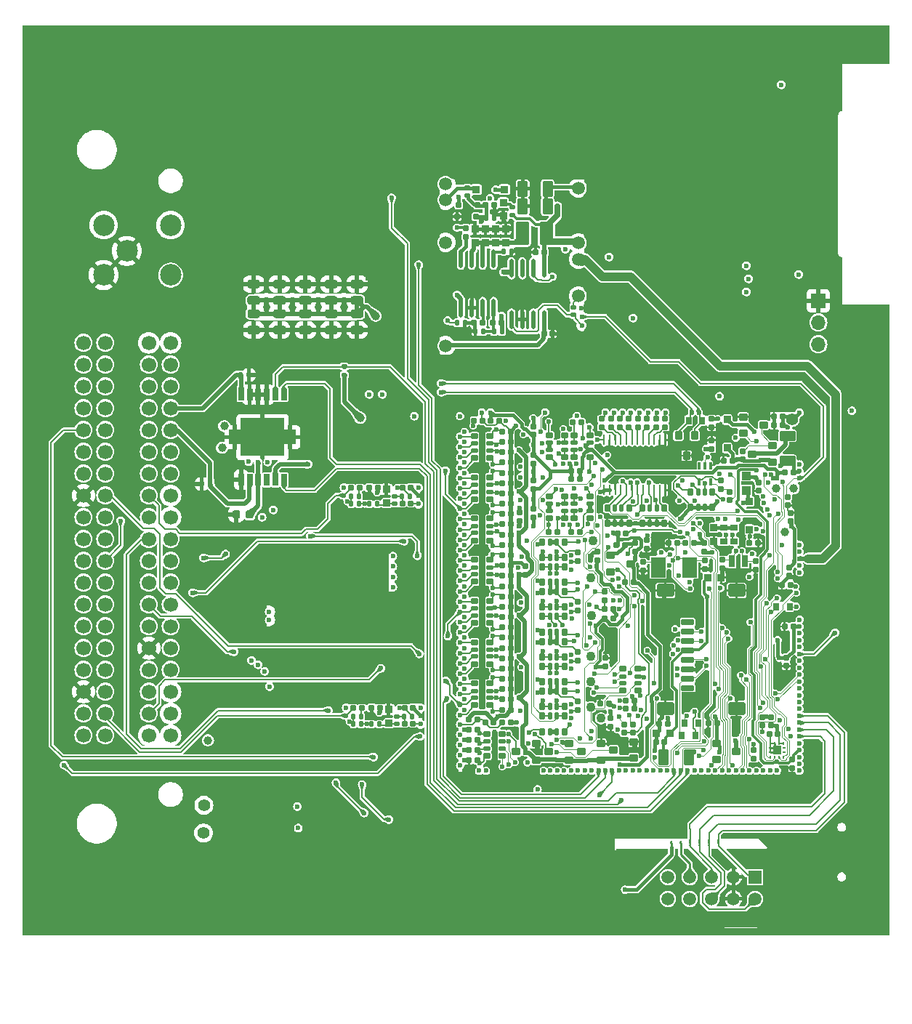
<source format=gbl>
G75*
G70*
%OFA0B0*%
%FSLAX25Y25*%
%IPPOS*%
%LPD*%
%AMOC8*
5,1,8,0,0,1.08239X$1,22.5*
%
%AMM133*
21,1,0.007870,0.287010,-0.000000,-0.000000,0.000000*
21,1,0.000000,0.294880,-0.000000,-0.000000,0.000000*
1,1,0.007870,-0.000000,-0.143500*
1,1,0.007870,-0.000000,-0.143500*
1,1,0.007870,-0.000000,0.143500*
1,1,0.007870,-0.000000,0.143500*
%
%AMM134*
21,1,0.007870,0.078350,-0.000000,-0.000000,315.000000*
21,1,0.000000,0.086220,-0.000000,-0.000000,315.000000*
1,1,0.007870,-0.027700,-0.027700*
1,1,0.007870,-0.027700,-0.027700*
1,1,0.007870,0.027700,0.027700*
1,1,0.007870,0.027700,0.027700*
%
%AMM135*
21,1,0.007870,0.643700,-0.000000,-0.000000,90.000000*
21,1,0.000000,0.651580,-0.000000,-0.000000,90.000000*
1,1,0.007870,0.321850,-0.000000*
1,1,0.007870,0.321850,-0.000000*
1,1,0.007870,-0.321850,-0.000000*
1,1,0.007870,-0.321850,-0.000000*
%
%AMM141*
21,1,0.009840,0.009840,-0.000000,-0.000000,0.000000*
21,1,0.000000,0.019680,-0.000000,-0.000000,0.000000*
1,1,0.009840,-0.000000,-0.004920*
1,1,0.009840,-0.000000,-0.004920*
1,1,0.009840,-0.000000,0.004920*
1,1,0.009840,-0.000000,0.004920*
%
%AMM142*
21,1,0.007870,0.361020,-0.000000,-0.000000,180.000000*
21,1,0.000000,0.368900,-0.000000,-0.000000,180.000000*
1,1,0.007870,-0.000000,0.180510*
1,1,0.007870,-0.000000,0.180510*
1,1,0.007870,-0.000000,-0.180510*
1,1,0.007870,-0.000000,-0.180510*
%
%AMM143*
21,1,0.007870,0.023620,-0.000000,-0.000000,45.000000*
21,1,0.000000,0.031500,-0.000000,-0.000000,45.000000*
1,1,0.007870,0.008350,-0.008350*
1,1,0.007870,0.008350,-0.008350*
1,1,0.007870,-0.008350,0.008350*
1,1,0.007870,-0.008350,0.008350*
%
%AMM2*
21,1,0.035830,0.026770,0.000000,0.000000,0.000000*
21,1,0.029130,0.033470,0.000000,0.000000,0.000000*
1,1,0.006690,0.014570,-0.013390*
1,1,0.006690,-0.014570,-0.013390*
1,1,0.006690,-0.014570,0.013390*
1,1,0.006690,0.014570,0.013390*
%
%AMM253*
21,1,0.035430,0.030320,0.000000,-0.000000,0.000000*
21,1,0.028350,0.037400,0.000000,-0.000000,0.000000*
1,1,0.007090,0.014170,-0.015160*
1,1,0.007090,-0.014170,-0.015160*
1,1,0.007090,-0.014170,0.015160*
1,1,0.007090,0.014170,0.015160*
%
%AMM259*
21,1,0.027560,0.018900,0.000000,-0.000000,90.000000*
21,1,0.022840,0.023620,0.000000,-0.000000,90.000000*
1,1,0.004720,0.009450,0.011420*
1,1,0.004720,0.009450,-0.011420*
1,1,0.004720,-0.009450,-0.011420*
1,1,0.004720,-0.009450,0.011420*
%
%AMM262*
21,1,0.025590,0.026380,0.000000,-0.000000,0.000000*
21,1,0.020470,0.031500,0.000000,-0.000000,0.000000*
1,1,0.005120,0.010240,-0.013190*
1,1,0.005120,-0.010240,-0.013190*
1,1,0.005120,-0.010240,0.013190*
1,1,0.005120,0.010240,0.013190*
%
%AMM263*
21,1,0.017720,0.027950,0.000000,-0.000000,0.000000*
21,1,0.014170,0.031500,0.000000,-0.000000,0.000000*
1,1,0.003540,0.007090,-0.013980*
1,1,0.003540,-0.007090,-0.013980*
1,1,0.003540,-0.007090,0.013980*
1,1,0.003540,0.007090,0.013980*
%
%AMM265*
21,1,0.012600,0.028980,0.000000,-0.000000,0.000000*
21,1,0.010080,0.031500,0.000000,-0.000000,0.000000*
1,1,0.002520,0.005040,-0.014490*
1,1,0.002520,-0.005040,-0.014490*
1,1,0.002520,-0.005040,0.014490*
1,1,0.002520,0.005040,0.014490*
%
%AMM268*
21,1,0.027560,0.018900,0.000000,-0.000000,0.000000*
21,1,0.022840,0.023620,0.000000,-0.000000,0.000000*
1,1,0.004720,0.011420,-0.009450*
1,1,0.004720,-0.011420,-0.009450*
1,1,0.004720,-0.011420,0.009450*
1,1,0.004720,0.011420,0.009450*
%
%AMM27*
21,1,0.070870,0.036220,0.000000,0.000000,90.000000*
21,1,0.061810,0.045280,0.000000,0.000000,90.000000*
1,1,0.009060,0.018110,0.030910*
1,1,0.009060,0.018110,-0.030910*
1,1,0.009060,-0.018110,-0.030910*
1,1,0.009060,-0.018110,0.030910*
%
%AMM285*
21,1,0.033470,0.026770,0.000000,-0.000000,90.000000*
21,1,0.026770,0.033470,0.000000,-0.000000,90.000000*
1,1,0.006690,0.013390,0.013390*
1,1,0.006690,0.013390,-0.013390*
1,1,0.006690,-0.013390,-0.013390*
1,1,0.006690,-0.013390,0.013390*
%
%AMM286*
21,1,0.035430,0.030320,0.000000,-0.000000,90.000000*
21,1,0.028350,0.037400,0.000000,-0.000000,90.000000*
1,1,0.007090,0.015160,0.014170*
1,1,0.007090,0.015160,-0.014170*
1,1,0.007090,-0.015160,-0.014170*
1,1,0.007090,-0.015160,0.014170*
%
%AMM287*
21,1,0.035830,0.026770,0.000000,-0.000000,270.000000*
21,1,0.029130,0.033470,0.000000,-0.000000,270.000000*
1,1,0.006690,-0.013390,-0.014570*
1,1,0.006690,-0.013390,0.014570*
1,1,0.006690,0.013390,0.014570*
1,1,0.006690,0.013390,-0.014570*
%
%AMM288*
21,1,0.070870,0.036220,0.000000,-0.000000,270.000000*
21,1,0.061810,0.045280,0.000000,-0.000000,270.000000*
1,1,0.009060,-0.018110,-0.030910*
1,1,0.009060,-0.018110,0.030910*
1,1,0.009060,0.018110,0.030910*
1,1,0.009060,0.018110,-0.030910*
%
%AMM289*
21,1,0.059060,0.020470,0.000000,-0.000000,0.000000*
21,1,0.053940,0.025590,0.000000,-0.000000,0.000000*
1,1,0.005120,0.026970,-0.010240*
1,1,0.005120,-0.026970,-0.010240*
1,1,0.005120,-0.026970,0.010240*
1,1,0.005120,0.026970,0.010240*
%
%AMM290*
21,1,0.078740,0.045670,0.000000,-0.000000,0.000000*
21,1,0.067320,0.057090,0.000000,-0.000000,0.000000*
1,1,0.011420,0.033660,-0.022840*
1,1,0.011420,-0.033660,-0.022840*
1,1,0.011420,-0.033660,0.022840*
1,1,0.011420,0.033660,0.022840*
%
%AMM291*
21,1,0.025590,0.026380,0.000000,-0.000000,270.000000*
21,1,0.020470,0.031500,0.000000,-0.000000,270.000000*
1,1,0.005120,-0.013190,-0.010240*
1,1,0.005120,-0.013190,0.010240*
1,1,0.005120,0.013190,0.010240*
1,1,0.005120,0.013190,-0.010240*
%
%AMM292*
21,1,0.017720,0.027950,0.000000,-0.000000,270.000000*
21,1,0.014170,0.031500,0.000000,-0.000000,270.000000*
1,1,0.003540,-0.013980,-0.007090*
1,1,0.003540,-0.013980,0.007090*
1,1,0.003540,0.013980,0.007090*
1,1,0.003540,0.013980,-0.007090*
%
%AMM293*
21,1,0.027560,0.030710,0.000000,-0.000000,0.000000*
21,1,0.022050,0.036220,0.000000,-0.000000,0.000000*
1,1,0.005510,0.011020,-0.015350*
1,1,0.005510,-0.011020,-0.015350*
1,1,0.005510,-0.011020,0.015350*
1,1,0.005510,0.011020,0.015350*
%
%AMM294*
21,1,0.027560,0.049610,0.000000,-0.000000,180.000000*
21,1,0.022050,0.055120,0.000000,-0.000000,180.000000*
1,1,0.005510,-0.011020,0.024800*
1,1,0.005510,0.011020,0.024800*
1,1,0.005510,0.011020,-0.024800*
1,1,0.005510,-0.011020,-0.024800*
%
%AMM295*
21,1,0.027560,0.030710,0.000000,-0.000000,270.000000*
21,1,0.022050,0.036220,0.000000,-0.000000,270.000000*
1,1,0.005510,-0.015350,-0.011020*
1,1,0.005510,-0.015350,0.011020*
1,1,0.005510,0.015350,0.011020*
1,1,0.005510,0.015350,-0.011020*
%
%AMM296*
21,1,0.070870,0.036220,0.000000,-0.000000,0.000000*
21,1,0.061810,0.045280,0.000000,-0.000000,0.000000*
1,1,0.009060,0.030910,-0.018110*
1,1,0.009060,-0.030910,-0.018110*
1,1,0.009060,-0.030910,0.018110*
1,1,0.009060,0.030910,0.018110*
%
%AMM297*
21,1,0.033470,0.026770,0.000000,-0.000000,180.000000*
21,1,0.026770,0.033470,0.000000,-0.000000,180.000000*
1,1,0.006690,-0.013390,0.013390*
1,1,0.006690,0.013390,0.013390*
1,1,0.006690,0.013390,-0.013390*
1,1,0.006690,-0.013390,-0.013390*
%
%AMM30*
21,1,0.023620,0.018900,0.000000,0.000000,90.000000*
21,1,0.018900,0.023620,0.000000,0.000000,90.000000*
1,1,0.004720,0.009450,0.009450*
1,1,0.004720,0.009450,-0.009450*
1,1,0.004720,-0.009450,-0.009450*
1,1,0.004720,-0.009450,0.009450*
%
%AMM31*
21,1,0.019680,0.019680,0.000000,0.000000,0.000000*
21,1,0.015750,0.023620,0.000000,0.000000,0.000000*
1,1,0.003940,0.007870,-0.009840*
1,1,0.003940,-0.007870,-0.009840*
1,1,0.003940,-0.007870,0.009840*
1,1,0.003940,0.007870,0.009840*
%
%AMM32*
21,1,0.019680,0.019680,0.000000,0.000000,270.000000*
21,1,0.015750,0.023620,0.000000,0.000000,270.000000*
1,1,0.003940,-0.009840,-0.007870*
1,1,0.003940,-0.009840,0.007870*
1,1,0.003940,0.009840,0.007870*
1,1,0.003940,0.009840,-0.007870*
%
%AMM45*
21,1,0.106300,0.050390,0.000000,0.000000,90.000000*
21,1,0.093700,0.062990,0.000000,0.000000,90.000000*
1,1,0.012600,0.025200,0.046850*
1,1,0.012600,0.025200,-0.046850*
1,1,0.012600,-0.025200,-0.046850*
1,1,0.012600,-0.025200,0.046850*
%
%AMM46*
21,1,0.023620,0.018900,0.000000,0.000000,180.000000*
21,1,0.018900,0.023620,0.000000,0.000000,180.000000*
1,1,0.004720,-0.009450,0.009450*
1,1,0.004720,0.009450,0.009450*
1,1,0.004720,0.009450,-0.009450*
1,1,0.004720,-0.009450,-0.009450*
%
%AMM47*
21,1,0.122050,0.075590,0.000000,0.000000,180.000000*
21,1,0.103150,0.094490,0.000000,0.000000,180.000000*
1,1,0.018900,-0.051580,0.037800*
1,1,0.018900,0.051580,0.037800*
1,1,0.018900,0.051580,-0.037800*
1,1,0.018900,-0.051580,-0.037800*
%
%AMM48*
21,1,0.118110,0.083460,0.000000,0.000000,0.000000*
21,1,0.097240,0.104330,0.000000,0.000000,0.000000*
1,1,0.020870,0.048620,-0.041730*
1,1,0.020870,-0.048620,-0.041730*
1,1,0.020870,-0.048620,0.041730*
1,1,0.020870,0.048620,0.041730*
%
%AMM5*
21,1,0.033470,0.026770,0.000000,0.000000,270.000000*
21,1,0.026770,0.033470,0.000000,0.000000,270.000000*
1,1,0.006690,-0.013390,-0.013390*
1,1,0.006690,-0.013390,0.013390*
1,1,0.006690,0.013390,0.013390*
1,1,0.006690,0.013390,-0.013390*
%
%ADD10C,0.01181*%
%ADD101C,0.01968*%
%ADD11C,0.00787*%
%ADD113M27*%
%ADD116M30*%
%ADD117M31*%
%ADD118M32*%
%ADD119O,0.00787X0.40158*%
%ADD12C,0.02362*%
%ADD120C,0.03150*%
%ADD13O,0.00787X0.04823*%
%ADD134M45*%
%ADD135M46*%
%ADD136O,0.01968X0.08661*%
%ADD137M47*%
%ADD138M48*%
%ADD14O,0.36614X0.00787*%
%ADD15C,0.03937*%
%ADD16R,0.00984X0.24350*%
%ADD17R,0.00984X0.04390*%
%ADD179C,0.00492*%
%ADD18R,0.56201X0.00984*%
%ADD180C,0.03900*%
%ADD181C,0.04331*%
%ADD19R,0.59449X0.00984*%
%ADD20R,0.00984X0.20374*%
%ADD215R,0.01968X0.01968*%
%ADD222R,0.00984X0.01378*%
%ADD223R,0.01378X0.00984*%
%ADD25C,0.05906*%
%ADD26O,0.00787X0.12992*%
%ADD27O,0.00787X0.40157*%
%ADD277M133*%
%ADD278M134*%
%ADD279M135*%
%ADD28O,0.00787X0.01181*%
%ADD285M141*%
%ADD286M142*%
%ADD287M143*%
%ADD29O,0.66929X0.00787*%
%ADD30O,0.60630X0.00787*%
%ADD31O,0.00787X0.18898*%
%ADD32O,0.00787X0.10236*%
%ADD324R,0.04331X0.03937*%
%ADD328R,0.06693X0.09449*%
%ADD33O,0.00787X0.03937*%
%ADD334O,0.00984X0.04961*%
%ADD335R,0.01176X0.01968*%
%ADD34O,0.00787X0.05906*%
%ADD35R,0.06693X0.06693*%
%ADD36O,0.06693X0.06693*%
%ADD37C,0.09843*%
%ADD38C,0.06693*%
%ADD406M253*%
%ADD412M259*%
%ADD415M262*%
%ADD416M263*%
%ADD418M265*%
%ADD421M268*%
%ADD438M285*%
%ADD439M286*%
%ADD440M287*%
%ADD441M288*%
%ADD442M289*%
%ADD443M290*%
%ADD444M291*%
%ADD445M292*%
%ADD446M293*%
%ADD447M294*%
%ADD448M295*%
%ADD449M296*%
%ADD450M297*%
%ADD46C,0.05512*%
%ADD47C,0.01969*%
%ADD49C,0.01575*%
%ADD53C,0.02756*%
%ADD61R,0.02559X0.05315*%
%ADD62R,0.20079X0.17323*%
%ADD63R,0.05315X0.07087*%
%ADD66R,0.09055X0.00787*%
%ADD67R,0.42126X0.00787*%
%ADD68R,0.08268X0.00787*%
%ADD69R,0.23622X0.00787*%
%ADD70R,0.21260X0.00787*%
%ADD71R,0.00787X0.05512*%
%ADD72R,0.00787X0.19685*%
%ADD73R,0.00787X0.26772*%
%ADD74R,0.00787X0.17717*%
%ADD75R,0.06299X0.00787*%
%ADD76R,0.22441X0.00787*%
%ADD77R,0.07874X0.00787*%
%ADD78C,0.00984*%
%ADD81M2*%
%ADD84M5*%
%ADD91R,0.05906X0.05906*%
X0000000Y0000000D02*
%LPD*%
G01*
D12*
X0183618Y0207232D03*
D13*
X0148579Y0199457D03*
D14*
X0166492Y0209594D03*
X0166492Y0197390D03*
D12*
X0183618Y0203492D03*
X0183618Y0199752D03*
X0149366Y0203689D03*
X0149366Y0207232D03*
X0171839Y0166366D03*
X0171839Y0161642D03*
X0171839Y0171091D03*
X0171839Y0175815D03*
D16*
X0114161Y0165313D03*
D17*
X0114161Y0141494D03*
D18*
X0141770Y0176996D03*
D19*
X0143394Y0139791D03*
D20*
X0172626Y0149486D03*
D12*
X0115047Y0150382D03*
X0115047Y0146445D03*
G36*
G01*
X0344384Y0010666D02*
X0344384Y0039367D01*
G75*
G02*
X0344778Y0039760I0000394J0000000D01*
G01*
X0344778Y0039760D01*
G75*
G02*
X0345172Y0039367I0000000J-000394D01*
G01*
X0345172Y0010666D01*
G75*
G02*
X0344778Y0010272I-000394J0000000D01*
G01*
X0344778Y0010272D01*
G75*
G02*
X0344384Y0010666I0000000J0000394D01*
G01*
G37*
G36*
G01*
X0344457Y0039141D02*
X0342786Y0040811D01*
G75*
G02*
X0342786Y0041368I0000278J0000278D01*
G01*
X0342786Y0041368D01*
G75*
G02*
X0343343Y0041368I0000278J-000278D01*
G01*
X0345014Y0039698D01*
G75*
G02*
X0345014Y0039141I-000278J-000278D01*
G01*
X0345014Y0039141D01*
G75*
G02*
X0344457Y0039141I-000278J0000278D01*
G01*
G37*
G36*
G01*
X0338932Y0005287D02*
X0344472Y0010827D01*
G75*
G02*
X0345029Y0010827I0000278J-000278D01*
G01*
X0345029Y0010827D01*
G75*
G02*
X0345029Y0010270I-000278J-000278D01*
G01*
X0339489Y0004730D01*
G75*
G02*
X0338932Y0004730I-000278J0000278D01*
G01*
X0338932Y0004730D01*
G75*
G02*
X0338932Y0005287I0000278J0000278D01*
G01*
G37*
G36*
G01*
X0339185Y0004606D02*
X0274815Y0004606D01*
G75*
G02*
X0274421Y0005000I0000000J0000394D01*
G01*
X0274421Y0005000D01*
G75*
G02*
X0274815Y0005394I0000394J0000000D01*
G01*
X0339185Y0005394D01*
G75*
G02*
X0339579Y0005000I0000000J-000394D01*
G01*
X0339579Y0005000D01*
G75*
G02*
X0339185Y0004606I-000394J0000000D01*
G01*
G37*
G36*
G01*
X0275122Y0041141D02*
X0275122Y0005039D01*
G75*
G02*
X0274729Y0004645I-000394J0000000D01*
G01*
X0274729Y0004645D01*
G75*
G02*
X0274335Y0005039I0000000J0000394D01*
G01*
X0274335Y0041141D01*
G75*
G02*
X0274729Y0041535I0000394J0000000D01*
G01*
X0274729Y0041535D01*
G75*
G02*
X0275122Y0041141I0000000J-000394D01*
G01*
G37*
G36*
G01*
X0299010Y0043904D02*
X0299010Y0044888D01*
G75*
G02*
X0299502Y0045380I0000492J0000000D01*
G01*
X0299502Y0045380D01*
G75*
G02*
X0299994Y0044888I0000000J-000492D01*
G01*
X0299994Y0043904D01*
G75*
G02*
X0299502Y0043412I-000492J0000000D01*
G01*
X0299502Y0043412D01*
G75*
G02*
X0299010Y0043904I0000000J0000492D01*
G01*
G37*
G36*
G01*
X0303341Y0043904D02*
X0303341Y0044888D01*
G75*
G02*
X0303833Y0045380I0000492J0000000D01*
G01*
X0303833Y0045380D01*
G75*
G02*
X0304325Y0044888I0000000J-000492D01*
G01*
X0304325Y0043904D01*
G75*
G02*
X0303833Y0043412I-000492J0000000D01*
G01*
X0303833Y0043412D01*
G75*
G02*
X0303341Y0043904I0000000J0000492D01*
G01*
G37*
G36*
G01*
X0307671Y0043904D02*
X0307671Y0044888D01*
G75*
G02*
X0308164Y0045380I0000492J0000000D01*
G01*
X0308164Y0045380D01*
G75*
G02*
X0308656Y0044888I0000000J-000492D01*
G01*
X0308656Y0043904D01*
G75*
G02*
X0308164Y0043412I-000492J0000000D01*
G01*
X0308164Y0043412D01*
G75*
G02*
X0307671Y0043904I0000000J0000492D01*
G01*
G37*
G36*
G01*
X0312002Y0043904D02*
X0312002Y0044888D01*
G75*
G02*
X0312494Y0045380I0000492J0000000D01*
G01*
X0312494Y0045380D01*
G75*
G02*
X0312986Y0044888I0000000J-000492D01*
G01*
X0312986Y0043904D01*
G75*
G02*
X0312494Y0043412I-000492J0000000D01*
G01*
X0312494Y0043412D01*
G75*
G02*
X0312002Y0043904I0000000J0000492D01*
G01*
G37*
G36*
G01*
X0316333Y0043904D02*
X0316333Y0044888D01*
G75*
G02*
X0316825Y0045380I0000492J0000000D01*
G01*
X0316825Y0045380D01*
G75*
G02*
X0317317Y0044888I0000000J-000492D01*
G01*
X0317317Y0043904D01*
G75*
G02*
X0316825Y0043412I-000492J0000000D01*
G01*
X0316825Y0043412D01*
G75*
G02*
X0316333Y0043904I0000000J0000492D01*
G01*
G37*
G36*
G01*
X0320664Y0043904D02*
X0320664Y0044888D01*
G75*
G02*
X0321156Y0045380I0000492J0000000D01*
G01*
X0321156Y0045380D01*
G75*
G02*
X0321648Y0044888I0000000J-000492D01*
G01*
X0321648Y0043904D01*
G75*
G02*
X0321156Y0043412I-000492J0000000D01*
G01*
X0321156Y0043412D01*
G75*
G02*
X0320664Y0043904I0000000J0000492D01*
G01*
G37*
D25*
X0257000Y0344713D03*
X0257000Y0319516D03*
X0257000Y0312035D03*
X0257000Y0295106D03*
D12*
X0258772Y0285657D03*
X0258772Y0281720D03*
D26*
X0193417Y0329555D03*
D27*
X0193417Y0296091D03*
D28*
X0193417Y0268138D03*
D29*
X0226488Y0267941D03*
D30*
X0229638Y0349043D03*
D25*
X0257000Y0270500D03*
D28*
X0259559Y0348846D03*
D31*
X0259559Y0332311D03*
D32*
X0259559Y0303374D03*
D33*
X0259559Y0289594D03*
D34*
X0259559Y0276602D03*
D25*
X0195976Y0346484D03*
X0195976Y0339201D03*
X0195976Y0319713D03*
X0195976Y0272272D03*
D12*
X0348012Y0077421D03*
X0344862Y0077421D03*
X0341713Y0077421D03*
X0338563Y0077421D03*
X0335413Y0077421D03*
X0332264Y0077421D03*
X0329114Y0077421D03*
X0325965Y0077421D03*
X0322815Y0077421D03*
X0319665Y0077421D03*
X0316516Y0077421D03*
X0313366Y0077421D03*
X0310217Y0077421D03*
X0307067Y0077421D03*
X0303917Y0077421D03*
X0300768Y0077421D03*
X0297618Y0077421D03*
X0294468Y0077421D03*
X0291319Y0077421D03*
X0288169Y0077421D03*
X0285020Y0077421D03*
X0281870Y0077421D03*
X0278720Y0077421D03*
X0275571Y0077421D03*
X0272421Y0077421D03*
X0269272Y0077421D03*
X0266122Y0077421D03*
X0262972Y0077421D03*
X0259823Y0077421D03*
X0256673Y0077421D03*
X0253524Y0077421D03*
X0250374Y0077421D03*
X0247224Y0077421D03*
X0244075Y0077421D03*
X0240925Y0077421D03*
X0214547Y0077421D03*
X0211398Y0077421D03*
X0358248Y0077421D03*
X0358248Y0080571D03*
X0358248Y0083720D03*
X0358248Y0086870D03*
X0358248Y0090020D03*
X0358248Y0093169D03*
X0358248Y0096319D03*
X0358248Y0099468D03*
X0358248Y0102618D03*
X0358248Y0105768D03*
X0358248Y0108917D03*
X0358248Y0112067D03*
X0358248Y0115217D03*
X0358248Y0118366D03*
X0358248Y0121516D03*
X0358248Y0124665D03*
X0358248Y0127815D03*
X0358248Y0130965D03*
X0358248Y0134114D03*
X0358248Y0137264D03*
X0358248Y0140413D03*
X0358248Y0143563D03*
X0358248Y0146713D03*
X0358248Y0168366D03*
X0358248Y0171516D03*
X0358248Y0174665D03*
X0358248Y0177815D03*
X0358248Y0180965D03*
X0358248Y0211673D03*
X0358248Y0214823D03*
X0358248Y0217972D03*
X0358248Y0241594D03*
X0202736Y0079783D03*
X0202736Y0084508D03*
X0202736Y0089232D03*
X0202736Y0093957D03*
X0202736Y0098681D03*
X0202736Y0103012D03*
X0202736Y0107736D03*
X0202736Y0112461D03*
X0202736Y0117185D03*
X0202736Y0121909D03*
X0202736Y0126634D03*
X0202736Y0131358D03*
X0202736Y0136083D03*
X0202736Y0140807D03*
X0202736Y0145531D03*
X0202736Y0150256D03*
X0202736Y0154980D03*
X0202736Y0159705D03*
X0202736Y0164429D03*
X0202736Y0169154D03*
X0202736Y0173878D03*
X0202736Y0178602D03*
X0202736Y0183327D03*
X0202736Y0188051D03*
X0202736Y0192776D03*
X0202736Y0197500D03*
X0202736Y0202224D03*
X0202736Y0206949D03*
X0202736Y0211673D03*
X0202736Y0216398D03*
X0202736Y0221122D03*
X0202736Y0225846D03*
X0202736Y0230571D03*
X0202736Y0240020D03*
X0212579Y0241594D03*
X0216516Y0241594D03*
X0241713Y0241594D03*
X0269272Y0241594D03*
X0273209Y0241594D03*
X0277146Y0241594D03*
X0281083Y0241594D03*
X0285020Y0241594D03*
X0288957Y0241594D03*
X0292894Y0241594D03*
X0296831Y0241594D03*
X0309035Y0241594D03*
X0312185Y0241594D03*
D35*
X0367000Y0293000D03*
D36*
X0367000Y0283000D03*
X0367000Y0273000D03*
D37*
X0039173Y0327638D03*
X0039173Y0304764D03*
X0049803Y0315827D03*
X0069882Y0327638D03*
X0069882Y0304764D03*
D38*
X0069882Y0093661D03*
X0069882Y0103661D03*
X0069882Y0113661D03*
X0069882Y0123661D03*
X0069882Y0133661D03*
X0069882Y0143661D03*
X0069882Y0153661D03*
X0069882Y0163661D03*
X0069882Y0173661D03*
X0069882Y0183661D03*
X0069882Y0193661D03*
X0069882Y0203661D03*
X0069882Y0213661D03*
X0069882Y0223661D03*
X0069882Y0233661D03*
X0069882Y0243661D03*
X0069882Y0253661D03*
X0069882Y0263661D03*
X0069882Y0273661D03*
X0059882Y0093661D03*
X0059882Y0103661D03*
X0059882Y0113661D03*
X0059882Y0123661D03*
X0059882Y0133661D03*
X0059882Y0143661D03*
X0059882Y0153661D03*
X0059882Y0163661D03*
X0059882Y0173661D03*
X0059882Y0183661D03*
X0059882Y0193661D03*
X0059882Y0203661D03*
X0059882Y0213661D03*
X0059882Y0223661D03*
X0059882Y0233661D03*
X0059882Y0243661D03*
X0059882Y0253661D03*
X0059882Y0263661D03*
X0059882Y0273661D03*
X0039882Y0093661D03*
X0039882Y0103661D03*
X0039882Y0113661D03*
X0039882Y0123661D03*
X0039882Y0133661D03*
X0039882Y0143661D03*
X0039882Y0153661D03*
X0039882Y0163661D03*
X0039882Y0173661D03*
X0039882Y0183661D03*
X0039882Y0193661D03*
X0039882Y0203661D03*
X0039882Y0213661D03*
X0039882Y0223661D03*
X0039882Y0233661D03*
X0039882Y0243661D03*
X0039882Y0253661D03*
X0039882Y0263661D03*
X0039882Y0273661D03*
X0029882Y0093661D03*
X0029882Y0103661D03*
X0029882Y0113661D03*
X0029882Y0123661D03*
X0029882Y0133661D03*
X0029882Y0143661D03*
X0029882Y0153661D03*
X0029882Y0163661D03*
X0029882Y0173661D03*
X0029882Y0183661D03*
X0029882Y0193661D03*
X0029882Y0203661D03*
X0029882Y0213661D03*
X0029882Y0223661D03*
X0029882Y0233661D03*
X0029882Y0243661D03*
X0029882Y0253661D03*
X0029882Y0263661D03*
X0029882Y0273661D03*
D12*
X0184618Y0106232D03*
D13*
X0149579Y0098457D03*
D14*
X0167492Y0108594D03*
X0167492Y0096390D03*
D12*
X0184618Y0102492D03*
X0184618Y0098752D03*
X0150366Y0102689D03*
X0150366Y0106232D03*
G36*
G01*
X0157264Y0277559D02*
X0153524Y0277559D01*
G75*
G02*
X0152539Y0278543I0000000J0000984D01*
G01*
X0152539Y0280512D01*
G75*
G02*
X0153524Y0281496I0000984J0000000D01*
G01*
X0157264Y0281496D01*
G75*
G02*
X0158248Y0280512I0000000J-000984D01*
G01*
X0158248Y0278543D01*
G75*
G02*
X0157264Y0277559I-000984J0000000D01*
G01*
G37*
G36*
G01*
X0157264Y0285039D02*
X0153524Y0285039D01*
G75*
G02*
X0152539Y0286024I0000000J0000984D01*
G01*
X0152539Y0287992D01*
G75*
G02*
X0153524Y0288976I0000984J0000000D01*
G01*
X0157264Y0288976D01*
G75*
G02*
X0158248Y0287992I0000000J-000984D01*
G01*
X0158248Y0286024D01*
G75*
G02*
X0157264Y0285039I-000984J0000000D01*
G01*
G37*
G36*
G01*
X0109862Y0277559D02*
X0106122Y0277559D01*
G75*
G02*
X0105138Y0278543I0000000J0000984D01*
G01*
X0105138Y0280512D01*
G75*
G02*
X0106122Y0281496I0000984J0000000D01*
G01*
X0109862Y0281496D01*
G75*
G02*
X0110846Y0280512I0000000J-000984D01*
G01*
X0110846Y0278543D01*
G75*
G02*
X0109862Y0277559I-000984J0000000D01*
G01*
G37*
G36*
G01*
X0109862Y0285039D02*
X0106122Y0285039D01*
G75*
G02*
X0105138Y0286024I0000000J0000984D01*
G01*
X0105138Y0287992D01*
G75*
G02*
X0106122Y0288976I0000984J0000000D01*
G01*
X0109862Y0288976D01*
G75*
G02*
X0110846Y0287992I0000000J-000984D01*
G01*
X0110846Y0286024D01*
G75*
G02*
X0109862Y0285039I-000984J0000000D01*
G01*
G37*
G36*
G01*
X0129783Y0302559D02*
X0133524Y0302559D01*
G75*
G02*
X0134508Y0301575I0000000J-000984D01*
G01*
X0134508Y0299606D01*
G75*
G02*
X0133524Y0298622I-000984J0000000D01*
G01*
X0129783Y0298622D01*
G75*
G02*
X0128799Y0299606I0000000J0000984D01*
G01*
X0128799Y0301575D01*
G75*
G02*
X0129783Y0302559I0000984J0000000D01*
G01*
G37*
G36*
G01*
X0129783Y0295079D02*
X0133524Y0295079D01*
G75*
G02*
X0134508Y0294094I0000000J-000984D01*
G01*
X0134508Y0292126D01*
G75*
G02*
X0133524Y0291142I-000984J0000000D01*
G01*
X0129783Y0291142D01*
G75*
G02*
X0128799Y0292126I0000000J0000984D01*
G01*
X0128799Y0294094D01*
G75*
G02*
X0129783Y0295079I0000984J0000000D01*
G01*
G37*
G36*
G01*
X0088992Y0209669D02*
X0088992Y0208331D01*
G75*
G02*
X0088441Y0207780I-000551J0000000D01*
G01*
X0087339Y0207780D01*
G75*
G02*
X0086787Y0208331I0000000J0000551D01*
G01*
X0086787Y0209669D01*
G75*
G02*
X0087339Y0210220I0000551J0000000D01*
G01*
X0088441Y0210220D01*
G75*
G02*
X0088992Y0209669I0000000J-000551D01*
G01*
G37*
G36*
G01*
X0085213Y0209669D02*
X0085213Y0208331D01*
G75*
G02*
X0084661Y0207780I-000551J0000000D01*
G01*
X0083559Y0207780D01*
G75*
G02*
X0083008Y0208331I0000000J0000551D01*
G01*
X0083008Y0209669D01*
G75*
G02*
X0083559Y0210220I0000551J0000000D01*
G01*
X0084661Y0210220D01*
G75*
G02*
X0085213Y0209669I0000000J-000551D01*
G01*
G37*
G36*
G01*
X0153484Y0302559D02*
X0157224Y0302559D01*
G75*
G02*
X0158209Y0301575I0000000J-000984D01*
G01*
X0158209Y0299606D01*
G75*
G02*
X0157224Y0298622I-000984J0000000D01*
G01*
X0153484Y0298622D01*
G75*
G02*
X0152500Y0299606I0000000J0000984D01*
G01*
X0152500Y0301575D01*
G75*
G02*
X0153484Y0302559I0000984J0000000D01*
G01*
G37*
G36*
G01*
X0153484Y0295079D02*
X0157224Y0295079D01*
G75*
G02*
X0158209Y0294094I0000000J-000984D01*
G01*
X0158209Y0292126D01*
G75*
G02*
X0157224Y0291142I-000984J0000000D01*
G01*
X0153484Y0291142D01*
G75*
G02*
X0152500Y0292126I0000000J0000984D01*
G01*
X0152500Y0294094D01*
G75*
G02*
X0153484Y0295079I0000984J0000000D01*
G01*
G37*
D61*
X0121874Y0210827D03*
X0117937Y0210827D03*
X0114000Y0210827D03*
X0110063Y0210827D03*
X0106126Y0210827D03*
X0102189Y0210827D03*
X0102189Y0250000D03*
X0106126Y0250000D03*
X0110063Y0250000D03*
X0114000Y0250000D03*
X0117937Y0250000D03*
X0121874Y0250000D03*
D62*
X0112031Y0230413D03*
D63*
X0124728Y0230413D03*
X0099335Y0230413D03*
G36*
G01*
X0098228Y0194016D02*
X0098228Y0195984D01*
G75*
G02*
X0099114Y0196870I0000886J0000000D01*
G01*
X0100886Y0196870D01*
G75*
G02*
X0101772Y0195984I0000000J-000886D01*
G01*
X0101772Y0194016D01*
G75*
G02*
X0100886Y0193130I-000886J0000000D01*
G01*
X0099114Y0193130D01*
G75*
G02*
X0098228Y0194016I0000000J0000886D01*
G01*
G37*
G36*
G01*
X0104331Y0194016D02*
X0104331Y0195984D01*
G75*
G02*
X0105217Y0196870I0000886J0000000D01*
G01*
X0106988Y0196870D01*
G75*
G02*
X0107874Y0195984I0000000J-000886D01*
G01*
X0107874Y0194016D01*
G75*
G02*
X0106988Y0193130I-000886J0000000D01*
G01*
X0105217Y0193130D01*
G75*
G02*
X0104331Y0194016I0000000J0000886D01*
G01*
G37*
G36*
G01*
X0106882Y0259669D02*
X0106882Y0258331D01*
G75*
G02*
X0106331Y0257780I-000551J0000000D01*
G01*
X0105228Y0257780D01*
G75*
G02*
X0104677Y0258331I0000000J0000551D01*
G01*
X0104677Y0259669D01*
G75*
G02*
X0105228Y0260220I0000551J0000000D01*
G01*
X0106331Y0260220D01*
G75*
G02*
X0106882Y0259669I0000000J-000551D01*
G01*
G37*
G36*
G01*
X0103102Y0259669D02*
X0103102Y0258331D01*
G75*
G02*
X0102551Y0257780I-000551J0000000D01*
G01*
X0101449Y0257780D01*
G75*
G02*
X0100898Y0258331I0000000J0000551D01*
G01*
X0100898Y0259669D01*
G75*
G02*
X0101449Y0260220I0000551J0000000D01*
G01*
X0102551Y0260220D01*
G75*
G02*
X0103102Y0259669I0000000J-000551D01*
G01*
G37*
G36*
G01*
X0117933Y0302559D02*
X0121673Y0302559D01*
G75*
G02*
X0122657Y0301575I0000000J-000984D01*
G01*
X0122657Y0299606D01*
G75*
G02*
X0121673Y0298622I-000984J0000000D01*
G01*
X0117933Y0298622D01*
G75*
G02*
X0116949Y0299606I0000000J0000984D01*
G01*
X0116949Y0301575D01*
G75*
G02*
X0117933Y0302559I0000984J0000000D01*
G01*
G37*
G36*
G01*
X0117933Y0295079D02*
X0121673Y0295079D01*
G75*
G02*
X0122657Y0294094I0000000J-000984D01*
G01*
X0122657Y0292126D01*
G75*
G02*
X0121673Y0291142I-000984J0000000D01*
G01*
X0117933Y0291142D01*
G75*
G02*
X0116949Y0292126I0000000J0000984D01*
G01*
X0116949Y0294094D01*
G75*
G02*
X0117933Y0295079I0000984J0000000D01*
G01*
G37*
G36*
G01*
X0141634Y0302559D02*
X0145374Y0302559D01*
G75*
G02*
X0146358Y0301575I0000000J-000984D01*
G01*
X0146358Y0299606D01*
G75*
G02*
X0145374Y0298622I-000984J0000000D01*
G01*
X0141634Y0298622D01*
G75*
G02*
X0140650Y0299606I0000000J0000984D01*
G01*
X0140650Y0301575D01*
G75*
G02*
X0141634Y0302559I0000984J0000000D01*
G01*
G37*
G36*
G01*
X0141634Y0295079D02*
X0145374Y0295079D01*
G75*
G02*
X0146358Y0294094I0000000J-000984D01*
G01*
X0146358Y0292126D01*
G75*
G02*
X0145374Y0291142I-000984J0000000D01*
G01*
X0141634Y0291142D01*
G75*
G02*
X0140650Y0292126I0000000J0000984D01*
G01*
X0140650Y0294094D01*
G75*
G02*
X0141634Y0295079I0000984J0000000D01*
G01*
G37*
G36*
G01*
X0121713Y0277559D02*
X0117972Y0277559D01*
G75*
G02*
X0116988Y0278543I0000000J0000984D01*
G01*
X0116988Y0280512D01*
G75*
G02*
X0117972Y0281496I0000984J0000000D01*
G01*
X0121713Y0281496D01*
G75*
G02*
X0122697Y0280512I0000000J-000984D01*
G01*
X0122697Y0278543D01*
G75*
G02*
X0121713Y0277559I-000984J0000000D01*
G01*
G37*
G36*
G01*
X0121713Y0285039D02*
X0117972Y0285039D01*
G75*
G02*
X0116988Y0286024I0000000J0000984D01*
G01*
X0116988Y0287992D01*
G75*
G02*
X0117972Y0288976I0000984J0000000D01*
G01*
X0121713Y0288976D01*
G75*
G02*
X0122697Y0287992I0000000J-000984D01*
G01*
X0122697Y0286024D01*
G75*
G02*
X0121713Y0285039I-000984J0000000D01*
G01*
G37*
G36*
G01*
X0106083Y0302559D02*
X0109823Y0302559D01*
G75*
G02*
X0110807Y0301575I0000000J-000984D01*
G01*
X0110807Y0299606D01*
G75*
G02*
X0109823Y0298622I-000984J0000000D01*
G01*
X0106083Y0298622D01*
G75*
G02*
X0105098Y0299606I0000000J0000984D01*
G01*
X0105098Y0301575D01*
G75*
G02*
X0106083Y0302559I0000984J0000000D01*
G01*
G37*
G36*
G01*
X0106083Y0295079D02*
X0109823Y0295079D01*
G75*
G02*
X0110807Y0294094I0000000J-000984D01*
G01*
X0110807Y0292126D01*
G75*
G02*
X0109823Y0291142I-000984J0000000D01*
G01*
X0106083Y0291142D01*
G75*
G02*
X0105098Y0292126I0000000J0000984D01*
G01*
X0105098Y0294094D01*
G75*
G02*
X0106083Y0295079I0000984J0000000D01*
G01*
G37*
G36*
G01*
X0133563Y0277559D02*
X0129823Y0277559D01*
G75*
G02*
X0128839Y0278543I0000000J0000984D01*
G01*
X0128839Y0280512D01*
G75*
G02*
X0129823Y0281496I0000984J0000000D01*
G01*
X0133563Y0281496D01*
G75*
G02*
X0134547Y0280512I0000000J-000984D01*
G01*
X0134547Y0278543D01*
G75*
G02*
X0133563Y0277559I-000984J0000000D01*
G01*
G37*
G36*
G01*
X0133563Y0285039D02*
X0129823Y0285039D01*
G75*
G02*
X0128839Y0286024I0000000J0000984D01*
G01*
X0128839Y0287992D01*
G75*
G02*
X0129823Y0288976I0000984J0000000D01*
G01*
X0133563Y0288976D01*
G75*
G02*
X0134547Y0287992I0000000J-000984D01*
G01*
X0134547Y0286024D01*
G75*
G02*
X0133563Y0285039I-000984J0000000D01*
G01*
G37*
G36*
G01*
X0145413Y0277559D02*
X0141673Y0277559D01*
G75*
G02*
X0140689Y0278543I0000000J0000984D01*
G01*
X0140689Y0280512D01*
G75*
G02*
X0141673Y0281496I0000984J0000000D01*
G01*
X0145413Y0281496D01*
G75*
G02*
X0146398Y0280512I0000000J-000984D01*
G01*
X0146398Y0278543D01*
G75*
G02*
X0145413Y0277559I-000984J0000000D01*
G01*
G37*
G36*
G01*
X0145413Y0285039D02*
X0141673Y0285039D01*
G75*
G02*
X0140689Y0286024I0000000J0000984D01*
G01*
X0140689Y0287992D01*
G75*
G02*
X0141673Y0288976I0000984J0000000D01*
G01*
X0145413Y0288976D01*
G75*
G02*
X0146398Y0287992I0000000J-000984D01*
G01*
X0146398Y0286024D01*
G75*
G02*
X0145413Y0285039I-000984J0000000D01*
G01*
G37*
G36*
G01*
X0148878Y0263858D02*
X0150335Y0263858D01*
G75*
G02*
X0150866Y0263327I0000000J-000531D01*
G01*
X0150866Y0262264D01*
G75*
G02*
X0150335Y0261732I-000531J0000000D01*
G01*
X0148878Y0261732D01*
G75*
G02*
X0148346Y0262264I0000000J0000531D01*
G01*
X0148346Y0263327D01*
G75*
G02*
X0148878Y0263858I0000531J0000000D01*
G01*
G37*
G36*
G01*
X0148878Y0259843D02*
X0150335Y0259843D01*
G75*
G02*
X0150866Y0259311I0000000J-000531D01*
G01*
X0150866Y0258248D01*
G75*
G02*
X0150335Y0257717I-000531J0000000D01*
G01*
X0148878Y0257717D01*
G75*
G02*
X0148346Y0258248I0000000J0000531D01*
G01*
X0148346Y0259311D01*
G75*
G02*
X0148878Y0259843I0000531J0000000D01*
G01*
G37*
D12*
X0196000Y0215000D03*
X0080000Y0159000D03*
X0176969Y0182677D03*
X0238189Y0068780D03*
X0134000Y0185000D03*
X0183000Y0176000D03*
X0184000Y0131000D03*
X0047000Y0192000D03*
X0278349Y0326870D03*
X0136617Y0397736D03*
X0077756Y0198622D03*
D15*
X0370472Y0383071D03*
D12*
X0114173Y0244685D03*
D15*
X0134646Y0210039D03*
D12*
X0089373Y0019783D03*
D15*
X0021654Y0119291D03*
D12*
X0396459Y0208760D03*
X0140945Y0113189D03*
X0183861Y0161516D03*
X0375535Y0054780D03*
X0183861Y0232382D03*
X0301575Y0244882D03*
X0112205Y0157480D03*
X0183861Y0397736D03*
X0396459Y0090650D03*
X0349215Y0067028D03*
D15*
X0138189Y0306102D03*
D12*
X0065750Y0019783D03*
X0018506Y0374114D03*
X0174606Y0093898D03*
X0231105Y0019783D03*
X0261811Y0289764D03*
X0197441Y0161811D03*
X0065750Y0397736D03*
X0065750Y0043406D03*
X0112995Y0067028D03*
X0349215Y0019783D03*
X0018506Y0043406D03*
D15*
X0149606Y0335630D03*
D12*
X0136561Y0197493D03*
X0018506Y0019783D03*
X0101181Y0244291D03*
X0095866Y0220276D03*
X0372837Y0303248D03*
X0042128Y0067028D03*
D15*
X0045276Y0138386D03*
D12*
X0183861Y0019783D03*
X0160239Y0303248D03*
X0018506Y0067028D03*
X0396459Y0185138D03*
X0018506Y0161516D03*
X0137383Y0231318D03*
X0160239Y0279626D03*
X0120866Y0079724D03*
X0160239Y0019783D03*
X0160239Y0232382D03*
X0112995Y0019783D03*
X0042128Y0397736D03*
X0121063Y0089685D03*
X0361417Y0237008D03*
X0110039Y0259055D03*
X0123917Y0043051D03*
X0361417Y0223622D03*
X0396459Y0137894D03*
D15*
X0374606Y0383071D03*
D12*
X0042128Y0019783D03*
X0373455Y0025197D03*
X0190748Y0329331D03*
D15*
X0159843Y0312008D03*
X0150197Y0275591D03*
D12*
X0301971Y0397736D03*
X0018506Y0090650D03*
X0137402Y0225394D03*
D15*
X0138189Y0274016D03*
D12*
X0349215Y0279626D03*
X0231105Y0374114D03*
X0115157Y0204134D03*
X0199606Y0235039D03*
X0096260Y0212205D03*
X0325593Y0279626D03*
X0362992Y0188583D03*
X0207483Y0374114D03*
X0018506Y0137894D03*
X0133858Y0239764D03*
X0372837Y0397736D03*
X0396459Y0114272D03*
X0089373Y0374114D03*
X0254727Y0397736D03*
X0362598Y0206299D03*
X0133661Y0113386D03*
X0112995Y0397736D03*
D15*
X0150197Y0306102D03*
D12*
X0136617Y0326870D03*
X0207483Y0019783D03*
X0136617Y0374114D03*
X0278349Y0397736D03*
X0205512Y0074409D03*
X0156299Y0093898D03*
X0112205Y0172835D03*
X0254727Y0043406D03*
X0278349Y0374114D03*
X0207483Y0397736D03*
X0110039Y0244685D03*
X0254727Y0019783D03*
X0183861Y0350492D03*
X0129921Y0116732D03*
X0207483Y0043406D03*
X0358661Y0045669D03*
X0396459Y0067028D03*
D15*
X0021654Y0109055D03*
D12*
X0089373Y0350492D03*
X0146457Y0198031D03*
X0396459Y0043406D03*
X0120177Y0056437D03*
D15*
X0054134Y0138583D03*
D12*
X0349215Y0043406D03*
X0231105Y0397736D03*
X0160239Y0043406D03*
X0128937Y0243898D03*
X0136617Y0043406D03*
X0206890Y0244488D03*
X0372837Y0279626D03*
X0065750Y0374114D03*
X0091339Y0198622D03*
X0130512Y0125394D03*
D15*
X0149606Y0377165D03*
D12*
X0094291Y0127000D03*
X0064764Y0138189D03*
X0129232Y0056437D03*
X0042128Y0279626D03*
X0018506Y0350492D03*
X0396459Y0256004D03*
D15*
X0158465Y0341929D03*
D12*
X0018506Y0397736D03*
X0089373Y0397736D03*
X0136617Y0019783D03*
X0372837Y0114272D03*
X0231105Y0043406D03*
X0165748Y0211811D03*
X0106496Y0115551D03*
X0396459Y0161516D03*
X0116929Y0073425D03*
X0018506Y0326870D03*
X0183861Y0043406D03*
X0278349Y0350492D03*
X0136617Y0350492D03*
D15*
X0158465Y0371260D03*
D12*
X0018506Y0303248D03*
X0396459Y0279626D03*
X0254727Y0374114D03*
X0227953Y0074409D03*
X0116437Y0041870D03*
X0160239Y0397736D03*
X0396459Y0232382D03*
X0183861Y0374114D03*
X0282000Y0285000D03*
X0271000Y0313000D03*
D15*
X0163976Y0286024D03*
D12*
X0110032Y0219000D03*
X0276772Y0063976D03*
X0181693Y0240020D03*
X0157692Y0071078D03*
X0170000Y0055000D03*
X0382422Y0242552D03*
X0358000Y0305000D03*
X0334000Y0309000D03*
X0350000Y0392000D03*
X0334000Y0297000D03*
X0335000Y0303000D03*
D15*
X0093472Y0225541D03*
X0087008Y0091339D03*
D12*
X0194000Y0251000D03*
X0161000Y0250000D03*
X0167000Y0250000D03*
X0194000Y0255000D03*
X0374673Y0140681D03*
X0113000Y0123000D03*
X0111811Y0193701D03*
D46*
X0085138Y0061555D03*
X0085020Y0048873D03*
D12*
X0128445Y0051122D03*
X0128051Y0060965D03*
X0171260Y0340157D03*
X0183661Y0309449D03*
X0142283Y0105000D03*
X0085000Y0175000D03*
X0095115Y0176885D03*
X0166339Y0124409D03*
X0197047Y0139173D03*
D15*
X0156811Y0239291D03*
D12*
X0321654Y0249213D03*
X0133000Y0218000D03*
X0117000Y0197000D03*
X0115283Y0116000D03*
X0162992Y0083661D03*
X0196717Y0110433D03*
X0107000Y0128000D03*
X0105712Y0219088D03*
X0184252Y0093110D03*
X0020979Y0079958D03*
X0099000Y0132000D03*
X0196063Y0118701D03*
D15*
X0094467Y0235467D03*
D12*
X0266535Y0066339D03*
X0145753Y0071934D03*
X0114370Y0219000D03*
X0110000Y0126000D03*
X0158661Y0058000D03*
D11*
X0196000Y0204236D02*
X0202736Y0197500D01*
X0196000Y0215000D02*
X0196000Y0204236D01*
X0085236Y0159055D02*
X0085181Y0159000D01*
X0086024Y0159055D02*
X0085236Y0159055D01*
X0086055Y0159055D02*
X0109717Y0182717D01*
X0085181Y0159000D02*
X0080000Y0159000D01*
X0086024Y0159055D02*
X0086055Y0159055D01*
X0109717Y0182717D02*
X0176929Y0182717D01*
X0176929Y0182717D02*
X0176969Y0182677D01*
X0142000Y0192787D02*
X0137402Y0188189D01*
X0145689Y0203689D02*
X0142000Y0200000D01*
X0142000Y0200000D02*
X0142000Y0192787D01*
X0129921Y0186220D02*
X0074094Y0186220D01*
X0064490Y0199132D02*
X0060000Y0203622D01*
X0149366Y0203689D02*
X0145689Y0203689D01*
X0074094Y0186220D02*
X0072165Y0188150D01*
X0064490Y0191022D02*
X0064490Y0199132D01*
X0072165Y0188150D02*
X0067362Y0188150D01*
X0137402Y0188189D02*
X0131890Y0188189D01*
X0067362Y0188150D02*
X0064490Y0191022D01*
X0131890Y0188189D02*
X0129921Y0186220D01*
X0180551Y0185000D02*
X0134000Y0185000D01*
X0183000Y0176000D02*
X0183000Y0182551D01*
X0183000Y0182551D02*
X0180551Y0185000D01*
X0184000Y0131000D02*
X0180354Y0134646D01*
X0064961Y0180961D02*
X0065000Y0181000D01*
X0065000Y0185787D02*
X0062205Y0188583D01*
X0057283Y0188583D02*
X0042205Y0203661D01*
X0064961Y0161220D02*
X0064961Y0180961D01*
X0062205Y0188583D02*
X0057283Y0188583D01*
X0072339Y0158661D02*
X0067520Y0158661D01*
X0096354Y0134646D02*
X0072339Y0158661D01*
X0065000Y0181000D02*
X0065000Y0185787D01*
X0042205Y0203661D02*
X0039882Y0203661D01*
X0180354Y0134646D02*
X0096354Y0134646D01*
X0067520Y0158661D02*
X0064961Y0161220D01*
X0047000Y0192000D02*
X0047000Y0180780D01*
X0047000Y0180780D02*
X0039843Y0173622D01*
X0366000Y0053000D02*
X0377000Y0064000D01*
X0321000Y0053000D02*
X0366000Y0053000D01*
X0371532Y0099468D02*
X0358248Y0099468D01*
X0377000Y0064000D02*
X0377000Y0094000D01*
X0316825Y0048825D02*
X0321000Y0053000D01*
X0316825Y0044396D02*
X0316825Y0048825D01*
X0377000Y0094000D02*
X0371532Y0099468D01*
X0362906Y0057000D02*
X0374000Y0068094D01*
X0374000Y0093000D02*
X0370681Y0096319D01*
X0312494Y0050494D02*
X0319000Y0057000D01*
X0370681Y0096319D02*
X0358248Y0096319D01*
X0374000Y0068094D02*
X0374000Y0093000D01*
X0312494Y0044396D02*
X0312494Y0050494D01*
X0319000Y0057000D02*
X0362906Y0057000D01*
X0321156Y0044396D02*
X0321156Y0048156D01*
X0321156Y0048156D02*
X0323000Y0050000D01*
X0371382Y0102618D02*
X0358248Y0102618D01*
X0365945Y0050000D02*
X0379000Y0063055D01*
X0379000Y0095000D02*
X0371382Y0102618D01*
X0379000Y0063055D02*
X0379000Y0095000D01*
X0323000Y0050000D02*
X0365945Y0050000D01*
X0308164Y0050836D02*
X0308164Y0044396D01*
X0308000Y0051000D02*
X0308164Y0050836D01*
X0364000Y0061000D02*
X0316000Y0061000D01*
X0367831Y0093169D02*
X0370000Y0091000D01*
X0370000Y0091000D02*
X0370000Y0067000D01*
X0316000Y0061000D02*
X0308000Y0053000D01*
X0370000Y0067000D02*
X0364000Y0061000D01*
X0308000Y0053000D02*
X0308000Y0051000D01*
X0358248Y0093169D02*
X0367831Y0093169D01*
D47*
X0102240Y0249958D02*
X0102157Y0249876D01*
X0084622Y0243622D02*
X0100000Y0259000D01*
X0070000Y0243622D02*
X0084622Y0243622D01*
X0100000Y0259000D02*
X0102110Y0259000D01*
X0102240Y0259018D02*
X0102240Y0249958D01*
X0158543Y0290157D02*
X0155394Y0287008D01*
X0110032Y0219000D02*
X0110032Y0198929D01*
X0159843Y0290157D02*
X0158543Y0290157D01*
X0158307Y0290157D02*
X0155354Y0293110D01*
X0158543Y0290157D02*
X0158307Y0290157D01*
X0110032Y0198929D02*
X0106102Y0195000D01*
X0163976Y0286024D02*
X0159843Y0290157D01*
D11*
X0117937Y0259276D02*
X0117937Y0250000D01*
X0190512Y0214509D02*
X0186693Y0218328D01*
X0190512Y0073023D02*
X0190512Y0214509D01*
X0186693Y0246457D02*
X0170512Y0262638D01*
X0170512Y0262638D02*
X0121299Y0262638D01*
X0201527Y0062008D02*
X0190512Y0073023D01*
X0186693Y0218328D02*
X0186693Y0246457D01*
X0274803Y0062008D02*
X0201527Y0062008D01*
X0121299Y0262638D02*
X0117937Y0259276D01*
X0276772Y0063976D02*
X0274803Y0062008D01*
X0157692Y0065308D02*
X0168000Y0055000D01*
X0157692Y0071078D02*
X0157692Y0065308D01*
X0168000Y0055000D02*
X0170000Y0055000D01*
X0039882Y0103661D02*
X0039882Y0101850D01*
X0039882Y0101850D02*
X0055732Y0086000D01*
X0074730Y0086000D02*
X0091419Y0102689D01*
X0055732Y0086000D02*
X0074730Y0086000D01*
X0091419Y0102689D02*
X0150366Y0102689D01*
X0303000Y0265000D02*
X0313000Y0255000D01*
X0290000Y0265000D02*
X0303000Y0265000D01*
X0359000Y0255000D02*
X0369291Y0244709D01*
X0269343Y0285657D02*
X0290000Y0265000D01*
X0369291Y0221291D02*
X0359673Y0211673D01*
X0369291Y0244709D02*
X0369291Y0221291D01*
X0359673Y0211673D02*
X0358248Y0211673D01*
X0258772Y0285657D02*
X0269343Y0285657D01*
X0313000Y0255000D02*
X0359000Y0255000D01*
D47*
X0105937Y0210638D02*
X0106126Y0210827D01*
X0104000Y0200000D02*
X0106000Y0202000D01*
X0096000Y0200000D02*
X0104000Y0200000D01*
X0073071Y0233622D02*
X0088000Y0218693D01*
X0070000Y0233622D02*
X0073071Y0233622D01*
X0105937Y0202063D02*
X0105937Y0210638D01*
X0088000Y0208000D02*
X0096000Y0200000D01*
X0088000Y0218693D02*
X0088000Y0208000D01*
X0106000Y0202000D02*
X0105937Y0202063D01*
D15*
X0362403Y0174654D02*
X0362375Y0174625D01*
X0322000Y0263000D02*
X0362000Y0263000D01*
D47*
X0358248Y0174665D02*
X0362392Y0174665D01*
D15*
X0259965Y0312035D02*
X0268000Y0304000D01*
X0375000Y0180654D02*
X0369000Y0174654D01*
X0268000Y0304000D02*
X0281000Y0304000D01*
X0281000Y0304000D02*
X0322000Y0263000D01*
X0375000Y0250000D02*
X0375000Y0180654D01*
X0362000Y0263000D02*
X0375000Y0250000D01*
X0369000Y0174654D02*
X0362403Y0174654D01*
X0257000Y0312035D02*
X0259965Y0312035D01*
D11*
X0194000Y0251000D02*
X0301300Y0251000D01*
X0301300Y0251000D02*
X0309035Y0243265D01*
X0309035Y0243265D02*
X0309035Y0241594D01*
X0300450Y0255000D02*
X0312185Y0243265D01*
X0194000Y0255000D02*
X0300450Y0255000D01*
X0312185Y0243265D02*
X0312185Y0241594D01*
X0364957Y0130965D02*
X0358248Y0130965D01*
X0374673Y0140681D02*
X0364957Y0130965D01*
X0270591Y0063504D02*
X0274409Y0067323D01*
X0171260Y0340157D02*
X0171260Y0326378D01*
X0192008Y0073643D02*
X0200887Y0064764D01*
X0192008Y0215128D02*
X0192008Y0073643D01*
X0202146Y0063504D02*
X0270591Y0063504D01*
X0200887Y0064764D02*
X0202146Y0063504D01*
X0178504Y0257380D02*
X0188189Y0247695D01*
X0188189Y0218947D02*
X0192008Y0215128D01*
X0178504Y0319134D02*
X0178504Y0257380D01*
X0188189Y0247695D02*
X0188189Y0218947D01*
X0293323Y0067323D02*
X0300768Y0074768D01*
X0171260Y0326378D02*
X0178504Y0319134D01*
X0274409Y0067323D02*
X0293323Y0067323D01*
X0300768Y0074768D02*
X0300768Y0077421D01*
X0183661Y0309449D02*
X0183661Y0254339D01*
X0260000Y0065000D02*
X0269272Y0074272D01*
X0193504Y0215748D02*
X0193504Y0074262D01*
X0202766Y0065000D02*
X0260000Y0065000D01*
X0193504Y0074262D02*
X0202766Y0065000D01*
X0189685Y0219567D02*
X0193504Y0215748D01*
X0183661Y0254339D02*
X0189685Y0248315D01*
X0269272Y0074272D02*
X0269272Y0077421D01*
X0189685Y0248315D02*
X0189685Y0219567D01*
X0049606Y0176606D02*
X0049606Y0094394D01*
X0049606Y0094394D02*
X0056402Y0087598D01*
X0091614Y0105000D02*
X0142000Y0105000D01*
X0056402Y0087598D02*
X0074213Y0087598D01*
X0056622Y0183622D02*
X0049606Y0176606D01*
X0074213Y0087598D02*
X0091614Y0105000D01*
X0060000Y0183622D02*
X0056622Y0183622D01*
X0095115Y0176885D02*
X0093229Y0175000D01*
X0093229Y0175000D02*
X0085000Y0175000D01*
X0166339Y0124409D02*
X0161024Y0119094D01*
X0064480Y0108102D02*
X0060000Y0103622D01*
X0067323Y0119094D02*
X0064480Y0116252D01*
X0064480Y0116252D02*
X0064480Y0108102D01*
X0161024Y0119094D02*
X0067323Y0119094D01*
X0197047Y0139173D02*
X0197047Y0144567D01*
X0197047Y0144567D02*
X0202736Y0150256D01*
X0136000Y0206000D02*
X0146000Y0216000D01*
X0187520Y0071339D02*
X0188081Y0070777D01*
X0146000Y0216000D02*
X0184000Y0216000D01*
X0199850Y0059008D02*
X0290008Y0059008D01*
X0188081Y0070777D02*
X0192126Y0066732D01*
X0121843Y0207157D02*
X0123000Y0206000D01*
X0192126Y0066732D02*
X0199850Y0059008D01*
X0290008Y0059008D02*
X0307067Y0076067D01*
X0184000Y0216000D02*
X0187520Y0212480D01*
X0121843Y0212124D02*
X0121843Y0207157D01*
X0307067Y0076067D02*
X0307067Y0077421D01*
X0187520Y0212480D02*
X0187520Y0071339D01*
X0123000Y0206000D02*
X0136000Y0206000D01*
X0146000Y0218000D02*
X0184116Y0218000D01*
X0121843Y0249876D02*
X0121843Y0253843D01*
X0140500Y0255000D02*
X0143000Y0252500D01*
X0189016Y0213100D02*
X0189016Y0071958D01*
X0123000Y0255000D02*
X0140500Y0255000D01*
X0189016Y0071958D02*
X0200470Y0060504D01*
X0200470Y0060504D02*
X0288620Y0060504D01*
X0121843Y0253843D02*
X0123000Y0255000D01*
X0184116Y0218000D02*
X0189016Y0213100D01*
X0288620Y0060504D02*
X0303917Y0075802D01*
X0143000Y0221000D02*
X0146000Y0218000D01*
X0143000Y0252500D02*
X0143000Y0221000D01*
X0303917Y0075802D02*
X0303917Y0077421D01*
D47*
X0149606Y0246496D02*
X0149606Y0258780D01*
X0117906Y0215906D02*
X0117906Y0212124D01*
X0133000Y0218000D02*
X0120000Y0218000D01*
X0120000Y0218000D02*
X0117906Y0215906D01*
X0156811Y0239291D02*
X0149606Y0246496D01*
D11*
X0162795Y0083858D02*
X0020142Y0083858D01*
X0015000Y0089000D02*
X0015000Y0228000D01*
X0015000Y0228000D02*
X0020622Y0233622D01*
X0029843Y0233622D02*
X0029882Y0233661D01*
X0162992Y0083661D02*
X0162795Y0083858D01*
X0020622Y0233622D02*
X0029843Y0233622D01*
X0020142Y0083858D02*
X0015000Y0089000D01*
X0196717Y0110433D02*
X0195000Y0108717D01*
X0203386Y0066496D02*
X0257835Y0066496D01*
X0195000Y0074882D02*
X0203386Y0066496D01*
X0266122Y0074783D02*
X0266122Y0077421D01*
X0257835Y0066496D02*
X0266122Y0074783D01*
X0195000Y0108717D02*
X0195000Y0074882D01*
X0024755Y0076181D02*
X0020979Y0079958D01*
X0184252Y0093110D02*
X0181827Y0093110D01*
X0164898Y0076181D02*
X0024755Y0076181D01*
X0181827Y0093110D02*
X0164898Y0076181D01*
X0079702Y0148298D02*
X0065324Y0148298D01*
X0198031Y0116732D02*
X0198031Y0112402D01*
X0198031Y0112402D02*
X0202697Y0107736D01*
X0196063Y0118701D02*
X0198031Y0116732D01*
X0096000Y0132000D02*
X0079702Y0148298D01*
X0099000Y0132000D02*
X0096000Y0132000D01*
X0202697Y0107736D02*
X0202736Y0107736D01*
X0065324Y0148298D02*
X0060000Y0153622D01*
X0158535Y0058000D02*
X0145753Y0070783D01*
X0266535Y0066339D02*
X0272421Y0072224D01*
X0272421Y0072224D02*
X0272421Y0077421D01*
X0145753Y0070783D02*
X0145753Y0071934D01*
X0158661Y0058000D02*
X0158535Y0058000D01*
G36*
X0198849Y0109894D02*
G01*
X0198905Y0109855D01*
X0200053Y0108707D01*
X0200091Y0108654D01*
X0200707Y0107369D01*
X0200707Y0107369D01*
X0200897Y0106973D01*
X0200943Y0106910D01*
X0200963Y0106876D01*
X0201061Y0106660D01*
X0201061Y0106660D01*
X0201062Y0106660D01*
X0201349Y0106329D01*
X0201433Y0106232D01*
X0201860Y0105957D01*
X0201944Y0105836D01*
X0201949Y0105795D01*
X0201949Y0104953D01*
X0201892Y0104817D01*
X0201860Y0104791D01*
X0201433Y0104516D01*
X0201433Y0104516D01*
X0201062Y0104088D01*
X0201061Y0104088D01*
X0200826Y0103573D01*
X0200745Y0103012D01*
X0200745Y0103012D01*
X0200826Y0102451D01*
X0200952Y0102174D01*
X0201061Y0101935D01*
X0201061Y0101935D01*
X0201062Y0101935D01*
X0201433Y0101507D01*
X0201433Y0101507D01*
X0201860Y0101232D01*
X0201944Y0101111D01*
X0201949Y0101070D01*
X0201949Y0100623D01*
X0201892Y0100486D01*
X0201860Y0100460D01*
X0201433Y0100186D01*
X0201433Y0100186D01*
X0201062Y0099757D01*
X0201061Y0099757D01*
X0200826Y0099242D01*
X0200745Y0098681D01*
X0200745Y0098681D01*
X0200826Y0098120D01*
X0200908Y0097941D01*
X0201061Y0097605D01*
X0201061Y0097605D01*
X0201062Y0097605D01*
X0201325Y0097301D01*
X0201433Y0097177D01*
X0201860Y0096902D01*
X0201944Y0096780D01*
X0201949Y0096739D01*
X0201949Y0095898D01*
X0201892Y0095762D01*
X0201860Y0095736D01*
X0201433Y0095461D01*
X0201061Y0095033D01*
X0201061Y0095033D01*
X0200826Y0094518D01*
X0200745Y0093957D01*
X0200745Y0093957D01*
X0200826Y0093396D01*
X0200911Y0093211D01*
X0201061Y0092880D01*
X0201061Y0092880D01*
X0201061Y0092880D01*
X0201301Y0092604D01*
X0201433Y0092452D01*
X0201860Y0092177D01*
X0201944Y0092056D01*
X0201949Y0092015D01*
X0201949Y0091174D01*
X0201892Y0091037D01*
X0201860Y0091012D01*
X0201433Y0090737D01*
X0201433Y0090737D01*
X0201062Y0090309D01*
X0201061Y0090309D01*
X0200826Y0089793D01*
X0200745Y0089232D01*
X0200745Y0089232D01*
X0200826Y0088671D01*
X0200872Y0088571D01*
X0201061Y0088156D01*
X0201061Y0088156D01*
X0201062Y0088156D01*
X0201243Y0087946D01*
X0201433Y0087728D01*
X0201860Y0087453D01*
X0201944Y0087332D01*
X0201949Y0087291D01*
X0201949Y0086450D01*
X0201892Y0086313D01*
X0201860Y0086287D01*
X0201433Y0086012D01*
X0201433Y0086012D01*
X0201062Y0085584D01*
X0201061Y0085584D01*
X0200826Y0085069D01*
X0200745Y0084508D01*
X0200745Y0084508D01*
X0200826Y0083947D01*
X0200952Y0083670D01*
X0201061Y0083432D01*
X0201061Y0083432D01*
X0201062Y0083432D01*
X0201321Y0083132D01*
X0201433Y0083003D01*
X0201860Y0082729D01*
X0201944Y0082607D01*
X0201949Y0082566D01*
X0201949Y0081725D01*
X0201892Y0081589D01*
X0201860Y0081563D01*
X0201433Y0081288D01*
X0201061Y0080860D01*
X0201061Y0080860D01*
X0200826Y0080344D01*
X0200745Y0079783D01*
X0200745Y0079783D01*
X0200826Y0079223D01*
X0200921Y0079015D01*
X0201061Y0078707D01*
X0201061Y0078707D01*
X0201061Y0078707D01*
X0201243Y0078498D01*
X0201433Y0078279D01*
X0201860Y0078004D01*
X0201944Y0077883D01*
X0201949Y0077842D01*
X0201949Y0076634D01*
X0209467Y0076634D01*
X0209603Y0076577D01*
X0209642Y0076521D01*
X0209723Y0076345D01*
X0210094Y0075917D01*
X0210094Y0075917D01*
X0210571Y0075610D01*
X0210873Y0075522D01*
X0211114Y0075451D01*
X0211114Y0075451D01*
X0211114Y0075451D01*
X0211114Y0075451D01*
X0211681Y0075451D01*
X0211681Y0075451D01*
X0211681Y0075451D01*
X0211681Y0075451D01*
X0211771Y0075477D01*
X0212225Y0075610D01*
X0212701Y0075917D01*
X0212827Y0076061D01*
X0212959Y0076128D01*
X0213099Y0076081D01*
X0213118Y0076061D01*
X0213204Y0075963D01*
X0213240Y0075921D01*
X0213244Y0075917D01*
X0213720Y0075610D01*
X0214023Y0075522D01*
X0214264Y0075451D01*
X0214264Y0075451D01*
X0214264Y0075451D01*
X0214264Y0075451D01*
X0214831Y0075451D01*
X0214831Y0075451D01*
X0214831Y0075451D01*
X0214831Y0075451D01*
X0214920Y0075477D01*
X0215374Y0075610D01*
X0215851Y0075917D01*
X0216222Y0076345D01*
X0216302Y0076521D01*
X0216410Y0076622D01*
X0216478Y0076634D01*
X0238995Y0076634D01*
X0239131Y0076577D01*
X0239170Y0076521D01*
X0239250Y0076345D01*
X0239250Y0076345D01*
X0239622Y0075917D01*
X0239622Y0075917D01*
X0240098Y0075610D01*
X0240401Y0075522D01*
X0240642Y0075451D01*
X0240642Y0075451D01*
X0240642Y0075451D01*
X0240642Y0075451D01*
X0241208Y0075451D01*
X0241208Y0075451D01*
X0241208Y0075451D01*
X0241209Y0075451D01*
X0241298Y0075477D01*
X0241752Y0075610D01*
X0242229Y0075917D01*
X0242354Y0076061D01*
X0242486Y0076128D01*
X0242626Y0076081D01*
X0242646Y0076061D01*
X0242670Y0076033D01*
X0242771Y0075917D01*
X0242771Y0075917D01*
X0243248Y0075610D01*
X0243550Y0075522D01*
X0243791Y0075451D01*
X0243791Y0075451D01*
X0243791Y0075451D01*
X0243791Y0075451D01*
X0244358Y0075451D01*
X0244358Y0075451D01*
X0244358Y0075451D01*
X0244358Y0075451D01*
X0244448Y0075477D01*
X0244902Y0075610D01*
X0245378Y0075917D01*
X0245504Y0076061D01*
X0245636Y0076128D01*
X0245776Y0076081D01*
X0245795Y0076061D01*
X0245820Y0076033D01*
X0245921Y0075917D01*
X0245921Y0075917D01*
X0246397Y0075610D01*
X0246700Y0075522D01*
X0246941Y0075451D01*
X0246941Y0075451D01*
X0246941Y0075451D01*
X0246941Y0075451D01*
X0247508Y0075451D01*
X0247508Y0075451D01*
X0247508Y0075451D01*
X0247508Y0075451D01*
X0247598Y0075477D01*
X0248051Y0075610D01*
X0248528Y0075917D01*
X0248653Y0076061D01*
X0248785Y0076128D01*
X0248926Y0076081D01*
X0248945Y0076061D01*
X0249040Y0075952D01*
X0249070Y0075917D01*
X0249070Y0075917D01*
X0249547Y0075610D01*
X0249850Y0075522D01*
X0250091Y0075451D01*
X0250091Y0075451D01*
X0250091Y0075451D01*
X0250091Y0075451D01*
X0250657Y0075451D01*
X0250657Y0075451D01*
X0250657Y0075451D01*
X0250657Y0075451D01*
X0250747Y0075477D01*
X0251201Y0075610D01*
X0251678Y0075917D01*
X0251803Y0076061D01*
X0251935Y0076128D01*
X0252075Y0076081D01*
X0252095Y0076061D01*
X0252119Y0076033D01*
X0252220Y0075917D01*
X0252220Y0075917D01*
X0252697Y0075610D01*
X0252999Y0075522D01*
X0253240Y0075451D01*
X0253240Y0075451D01*
X0253240Y0075451D01*
X0253240Y0075451D01*
X0253807Y0075451D01*
X0253807Y0075451D01*
X0253807Y0075451D01*
X0253807Y0075451D01*
X0253897Y0075477D01*
X0254351Y0075610D01*
X0254827Y0075917D01*
X0254953Y0076061D01*
X0255085Y0076128D01*
X0255225Y0076081D01*
X0255244Y0076061D01*
X0255330Y0075963D01*
X0255366Y0075921D01*
X0255370Y0075917D01*
X0255846Y0075610D01*
X0256149Y0075522D01*
X0256390Y0075451D01*
X0256390Y0075451D01*
X0256390Y0075451D01*
X0256390Y0075451D01*
X0256957Y0075451D01*
X0256957Y0075451D01*
X0256957Y0075451D01*
X0256957Y0075451D01*
X0257046Y0075477D01*
X0257500Y0075610D01*
X0257977Y0075917D01*
X0258102Y0076061D01*
X0258234Y0076128D01*
X0258374Y0076081D01*
X0258394Y0076061D01*
X0258418Y0076033D01*
X0258519Y0075917D01*
X0258519Y0075917D01*
X0258996Y0075610D01*
X0259298Y0075522D01*
X0259539Y0075451D01*
X0259539Y0075451D01*
X0259540Y0075451D01*
X0259540Y0075451D01*
X0260106Y0075451D01*
X0260106Y0075451D01*
X0260106Y0075451D01*
X0260106Y0075451D01*
X0260196Y0075477D01*
X0260650Y0075610D01*
X0261126Y0075917D01*
X0261252Y0076061D01*
X0261384Y0076128D01*
X0261524Y0076081D01*
X0261543Y0076061D01*
X0261568Y0076033D01*
X0261669Y0075917D01*
X0261669Y0075917D01*
X0262145Y0075610D01*
X0262448Y0075522D01*
X0262689Y0075451D01*
X0262689Y0075451D01*
X0262689Y0075451D01*
X0262689Y0075451D01*
X0263256Y0075451D01*
X0263256Y0075451D01*
X0263256Y0075451D01*
X0263256Y0075451D01*
X0263346Y0075477D01*
X0263799Y0075610D01*
X0264245Y0075897D01*
X0264288Y0075924D01*
X0264290Y0075921D01*
X0264416Y0075963D01*
X0264548Y0075897D01*
X0264583Y0075837D01*
X0264646Y0075664D01*
X0264753Y0075372D01*
X0264787Y0075279D01*
X0264780Y0075132D01*
X0264742Y0075076D01*
X0257401Y0067736D01*
X0257265Y0067679D01*
X0240153Y0067679D01*
X0240016Y0067736D01*
X0239960Y0067872D01*
X0239977Y0067952D01*
X0240067Y0068149D01*
X0240099Y0068219D01*
X0240099Y0068219D01*
X0240099Y0068219D01*
X0240180Y0068780D01*
X0240180Y0068780D01*
X0240099Y0069340D01*
X0240041Y0069468D01*
X0239864Y0069856D01*
X0239493Y0070284D01*
X0239016Y0070590D01*
X0239016Y0070590D01*
X0238472Y0070750D01*
X0238472Y0070750D01*
X0237906Y0070750D01*
X0237906Y0070750D01*
X0237362Y0070590D01*
X0237362Y0070590D01*
X0237362Y0070590D01*
X0237344Y0070579D01*
X0236885Y0070284D01*
X0236514Y0069856D01*
X0236514Y0069856D01*
X0236279Y0069340D01*
X0236198Y0068780D01*
X0236198Y0068780D01*
X0236279Y0068219D01*
X0236401Y0067952D01*
X0236406Y0067805D01*
X0236305Y0067697D01*
X0236225Y0067679D01*
X0203956Y0067679D01*
X0203819Y0067736D01*
X0196240Y0075315D01*
X0196183Y0075452D01*
X0196183Y0107868D01*
X0196240Y0108005D01*
X0196295Y0108043D01*
X0197470Y0108590D01*
X0197470Y0108590D01*
X0197478Y0108594D01*
X0197478Y0108594D01*
X0197527Y0108617D01*
X0197544Y0108622D01*
X0198020Y0108929D01*
X0198391Y0109357D01*
X0198593Y0109799D01*
X0198701Y0109899D01*
X0198849Y0109894D01*
G37*
G36*
X0063715Y0181650D02*
G01*
X0063809Y0181536D01*
X0063817Y0181480D01*
X0063817Y0181289D01*
X0063810Y0181239D01*
X0063778Y0181116D01*
X0063778Y0175917D01*
X0063721Y0175780D01*
X0063585Y0175724D01*
X0063448Y0175780D01*
X0063415Y0175826D01*
X0063366Y0175917D01*
X0063337Y0175970D01*
X0062821Y0176600D01*
X0062191Y0177117D01*
X0061534Y0177468D01*
X0061472Y0177501D01*
X0061472Y0177501D01*
X0061472Y0177501D01*
X0060693Y0177737D01*
X0059882Y0177817D01*
X0059071Y0177737D01*
X0059071Y0177737D01*
X0058463Y0177553D01*
X0058292Y0177501D01*
X0058292Y0177501D01*
X0057573Y0177117D01*
X0056943Y0176600D01*
X0056426Y0175970D01*
X0056042Y0175252D01*
X0055806Y0174472D01*
X0055806Y0174472D01*
X0055726Y0173661D01*
X0055726Y0173661D01*
X0055806Y0172851D01*
X0055806Y0172851D01*
X0055896Y0172554D01*
X0056042Y0172071D01*
X0056426Y0171353D01*
X0056943Y0170723D01*
X0057573Y0170206D01*
X0058292Y0169822D01*
X0059071Y0169585D01*
X0059882Y0169506D01*
X0060693Y0169585D01*
X0061472Y0169822D01*
X0062191Y0170206D01*
X0062821Y0170723D01*
X0063337Y0171353D01*
X0063415Y0171497D01*
X0063529Y0171591D01*
X0063676Y0171576D01*
X0063769Y0171462D01*
X0063778Y0171406D01*
X0063778Y0165917D01*
X0063721Y0165780D01*
X0063585Y0165724D01*
X0063448Y0165780D01*
X0063415Y0165826D01*
X0063366Y0165917D01*
X0063337Y0165970D01*
X0062821Y0166600D01*
X0062191Y0167117D01*
X0061472Y0167501D01*
X0060693Y0167737D01*
X0059882Y0167817D01*
X0059071Y0167737D01*
X0059071Y0167737D01*
X0058292Y0167501D01*
X0057573Y0167117D01*
X0056943Y0166600D01*
X0056426Y0165970D01*
X0056042Y0165252D01*
X0055806Y0164472D01*
X0055806Y0164472D01*
X0055726Y0163661D01*
X0055726Y0163661D01*
X0055806Y0162851D01*
X0055806Y0162851D01*
X0055867Y0162650D01*
X0056042Y0162071D01*
X0056426Y0161353D01*
X0056943Y0160723D01*
X0057573Y0160206D01*
X0058292Y0159822D01*
X0059071Y0159585D01*
X0059882Y0159506D01*
X0060693Y0159585D01*
X0061472Y0159822D01*
X0062191Y0160206D01*
X0062821Y0160723D01*
X0063337Y0161353D01*
X0063415Y0161497D01*
X0063529Y0161591D01*
X0063676Y0161576D01*
X0063769Y0161462D01*
X0063778Y0161406D01*
X0063778Y0161065D01*
X0063858Y0160764D01*
X0063858Y0160764D01*
X0063973Y0160565D01*
X0063973Y0160565D01*
X0064014Y0160494D01*
X0066573Y0157935D01*
X0066793Y0157715D01*
X0067063Y0157559D01*
X0067203Y0157522D01*
X0067364Y0157478D01*
X0067364Y0157478D01*
X0067479Y0157478D01*
X0067616Y0157422D01*
X0067672Y0157285D01*
X0067616Y0157149D01*
X0067580Y0157123D01*
X0067581Y0157122D01*
X0067573Y0157117D01*
X0066943Y0156600D01*
X0066426Y0155970D01*
X0066042Y0155252D01*
X0065806Y0154472D01*
X0065806Y0154472D01*
X0065750Y0153904D01*
X0065726Y0153661D01*
X0065806Y0152851D01*
X0066042Y0152071D01*
X0066426Y0151353D01*
X0066943Y0150723D01*
X0067573Y0150206D01*
X0068054Y0149949D01*
X0068249Y0149845D01*
X0068343Y0149730D01*
X0068328Y0149584D01*
X0068214Y0149490D01*
X0068158Y0149482D01*
X0065894Y0149482D01*
X0065757Y0149538D01*
X0063649Y0151646D01*
X0063593Y0151782D01*
X0063616Y0151873D01*
X0063721Y0152071D01*
X0063958Y0152851D01*
X0064038Y0153661D01*
X0063958Y0154472D01*
X0063721Y0155252D01*
X0063337Y0155970D01*
X0062821Y0156600D01*
X0062191Y0157117D01*
X0061514Y0157478D01*
X0061472Y0157501D01*
X0061472Y0157501D01*
X0061472Y0157501D01*
X0060693Y0157737D01*
X0059882Y0157817D01*
X0059071Y0157737D01*
X0059071Y0157737D01*
X0058292Y0157501D01*
X0057573Y0157117D01*
X0056943Y0156600D01*
X0056426Y0155970D01*
X0056042Y0155252D01*
X0055806Y0154472D01*
X0055806Y0154472D01*
X0055750Y0153904D01*
X0055726Y0153661D01*
X0055806Y0152851D01*
X0056042Y0152071D01*
X0056426Y0151353D01*
X0056943Y0150723D01*
X0057573Y0150206D01*
X0058292Y0149822D01*
X0059071Y0149585D01*
X0059882Y0149506D01*
X0060693Y0149585D01*
X0061472Y0149822D01*
X0061773Y0149983D01*
X0061920Y0149997D01*
X0062000Y0149949D01*
X0064377Y0147572D01*
X0064597Y0147352D01*
X0064867Y0147196D01*
X0065007Y0147159D01*
X0065168Y0147115D01*
X0065168Y0147115D01*
X0065479Y0147115D01*
X0067032Y0147115D01*
X0067168Y0147059D01*
X0067225Y0146922D01*
X0067168Y0146786D01*
X0067154Y0146773D01*
X0067080Y0146713D01*
X0066943Y0146600D01*
X0066426Y0145970D01*
X0066042Y0145252D01*
X0066042Y0145252D01*
X0066042Y0145252D01*
X0066012Y0145152D01*
X0065806Y0144472D01*
X0065806Y0144472D01*
X0065735Y0143752D01*
X0065726Y0143661D01*
X0065806Y0142851D01*
X0066042Y0142071D01*
X0066426Y0141353D01*
X0066943Y0140723D01*
X0067573Y0140206D01*
X0068292Y0139822D01*
X0069071Y0139585D01*
X0069882Y0139506D01*
X0070693Y0139585D01*
X0071472Y0139822D01*
X0072191Y0140206D01*
X0072821Y0140723D01*
X0073337Y0141353D01*
X0073721Y0142071D01*
X0073958Y0142851D01*
X0074038Y0143661D01*
X0073958Y0144472D01*
X0073721Y0145252D01*
X0073337Y0145970D01*
X0072821Y0146600D01*
X0072609Y0146773D01*
X0072540Y0146904D01*
X0072583Y0147045D01*
X0072713Y0147114D01*
X0072732Y0147115D01*
X0079132Y0147115D01*
X0079268Y0147059D01*
X0095274Y0131053D01*
X0095377Y0130994D01*
X0095540Y0130899D01*
X0095543Y0130898D01*
X0095673Y0130863D01*
X0095844Y0130817D01*
X0095844Y0130817D01*
X0095844Y0130817D01*
X0096407Y0130817D01*
X0096473Y0130805D01*
X0096738Y0130708D01*
X0097703Y0130356D01*
X0097703Y0130356D01*
X0098229Y0130164D01*
X0098287Y0130154D01*
X0098309Y0130149D01*
X0098717Y0130030D01*
X0098717Y0130030D01*
X0099283Y0130030D01*
X0099283Y0130030D01*
X0099283Y0130030D01*
X0099283Y0130030D01*
X0099373Y0130056D01*
X0099827Y0130189D01*
X0100304Y0130496D01*
X0100675Y0130924D01*
X0100910Y0131439D01*
X0100910Y0131439D01*
X0100910Y0131439D01*
X0100991Y0132000D01*
X0100991Y0132000D01*
X0100910Y0132561D01*
X0100820Y0132758D01*
X0100675Y0133076D01*
X0100617Y0133143D01*
X0100570Y0133283D01*
X0100636Y0133415D01*
X0100762Y0133463D01*
X0179784Y0133463D01*
X0179921Y0133406D01*
X0181330Y0131997D01*
X0181368Y0131942D01*
X0182157Y0130247D01*
X0182204Y0130180D01*
X0182223Y0130148D01*
X0182325Y0129924D01*
X0182325Y0129924D01*
X0182325Y0129924D01*
X0182651Y0129547D01*
X0182696Y0129496D01*
X0183173Y0129189D01*
X0183440Y0129111D01*
X0183717Y0129030D01*
X0183717Y0129030D01*
X0183717Y0129030D01*
X0183717Y0129030D01*
X0184283Y0129030D01*
X0184283Y0129030D01*
X0184283Y0129030D01*
X0184283Y0129030D01*
X0184443Y0129076D01*
X0184827Y0129189D01*
X0185304Y0129496D01*
X0185675Y0129924D01*
X0185910Y0130439D01*
X0185910Y0130439D01*
X0185910Y0130439D01*
X0185953Y0130736D01*
X0186028Y0130863D01*
X0186171Y0130899D01*
X0186298Y0130824D01*
X0186337Y0130708D01*
X0186337Y0107775D01*
X0186280Y0107639D01*
X0186144Y0107582D01*
X0186007Y0107639D01*
X0185998Y0107649D01*
X0185922Y0107737D01*
X0185922Y0107737D01*
X0185494Y0108012D01*
X0185410Y0108133D01*
X0185406Y0108174D01*
X0185406Y0108594D01*
X0149579Y0108594D01*
X0149579Y0108174D01*
X0149522Y0108037D01*
X0149490Y0108012D01*
X0149062Y0107737D01*
X0149062Y0107737D01*
X0148691Y0107309D01*
X0148691Y0107309D01*
X0148456Y0106793D01*
X0148375Y0106232D01*
X0148375Y0106232D01*
X0148456Y0105671D01*
X0148581Y0105398D01*
X0148691Y0105156D01*
X0148691Y0105156D01*
X0148691Y0105156D01*
X0149062Y0104728D01*
X0149130Y0104685D01*
X0149214Y0104563D01*
X0149188Y0104418D01*
X0149092Y0104341D01*
X0147839Y0103884D01*
X0147773Y0103872D01*
X0144235Y0103872D01*
X0144098Y0103929D01*
X0144042Y0104065D01*
X0144059Y0104145D01*
X0144194Y0104439D01*
X0144194Y0104439D01*
X0144194Y0104439D01*
X0144274Y0105000D01*
X0144274Y0105000D01*
X0144194Y0105561D01*
X0144099Y0105768D01*
X0143958Y0106076D01*
X0143910Y0106132D01*
X0143587Y0106505D01*
X0143110Y0106811D01*
X0143110Y0106811D01*
X0142567Y0106970D01*
X0142567Y0106970D01*
X0142000Y0106970D01*
X0142000Y0106970D01*
X0141588Y0106849D01*
X0141563Y0106844D01*
X0141513Y0106836D01*
X0141513Y0106836D01*
X0139756Y0106195D01*
X0139690Y0106183D01*
X0091458Y0106183D01*
X0091158Y0106102D01*
X0091158Y0106102D01*
X0090975Y0105997D01*
X0090954Y0105985D01*
X0090888Y0105947D01*
X0090888Y0105947D01*
X0073779Y0088838D01*
X0073643Y0088781D01*
X0071936Y0088781D01*
X0071800Y0088838D01*
X0071743Y0088974D01*
X0071800Y0089111D01*
X0071855Y0089149D01*
X0072353Y0089381D01*
X0072353Y0089382D01*
X0072982Y0089822D01*
X0073059Y0089876D01*
X0073668Y0090485D01*
X0073844Y0090737D01*
X0074162Y0091190D01*
X0074162Y0091190D01*
X0074194Y0091259D01*
X0074526Y0091971D01*
X0074749Y0092803D01*
X0074824Y0093661D01*
X0074749Y0094520D01*
X0074737Y0094563D01*
X0074526Y0095352D01*
X0074526Y0095352D01*
X0074162Y0096132D01*
X0074162Y0096132D01*
X0073668Y0096838D01*
X0073668Y0096838D01*
X0073059Y0097447D01*
X0073059Y0097447D01*
X0072353Y0097941D01*
X0072353Y0097941D01*
X0071785Y0098206D01*
X0071572Y0098305D01*
X0071572Y0098305D01*
X0071572Y0098305D01*
X0070939Y0098475D01*
X0070822Y0098565D01*
X0070803Y0098711D01*
X0070892Y0098828D01*
X0070939Y0098848D01*
X0071392Y0098969D01*
X0071572Y0099017D01*
X0072353Y0099381D01*
X0072353Y0099381D01*
X0072353Y0099382D01*
X0072982Y0099822D01*
X0073059Y0099876D01*
X0073668Y0100485D01*
X0073835Y0100724D01*
X0074162Y0101190D01*
X0074162Y0101190D01*
X0074237Y0101353D01*
X0074526Y0101971D01*
X0074749Y0102803D01*
X0074824Y0103661D01*
X0074749Y0104520D01*
X0074705Y0104685D01*
X0074526Y0105352D01*
X0074526Y0105352D01*
X0074162Y0106132D01*
X0074162Y0106132D01*
X0073668Y0106838D01*
X0073668Y0106838D01*
X0073059Y0107447D01*
X0073059Y0107447D01*
X0072353Y0107941D01*
X0072353Y0107941D01*
X0071785Y0108206D01*
X0071572Y0108305D01*
X0071572Y0108305D01*
X0071572Y0108305D01*
X0070939Y0108475D01*
X0070822Y0108565D01*
X0070803Y0108711D01*
X0070892Y0108828D01*
X0070939Y0108848D01*
X0071392Y0108969D01*
X0071572Y0109017D01*
X0072353Y0109381D01*
X0072353Y0109381D01*
X0072353Y0109382D01*
X0072982Y0109822D01*
X0073059Y0109876D01*
X0073668Y0110485D01*
X0073834Y0110723D01*
X0074162Y0111190D01*
X0074162Y0111190D01*
X0074237Y0111353D01*
X0074526Y0111971D01*
X0074657Y0112461D01*
X0074749Y0112803D01*
X0074749Y0112803D01*
X0074749Y0112803D01*
X0074824Y0113661D01*
X0074749Y0114520D01*
X0074731Y0114588D01*
X0074526Y0115352D01*
X0074526Y0115352D01*
X0074162Y0116132D01*
X0074162Y0116132D01*
X0073668Y0116838D01*
X0073668Y0116838D01*
X0073059Y0117447D01*
X0073059Y0117447D01*
X0072897Y0117560D01*
X0072818Y0117685D01*
X0072849Y0117829D01*
X0072974Y0117908D01*
X0073007Y0117911D01*
X0113956Y0117911D01*
X0114092Y0117855D01*
X0114149Y0117719D01*
X0114092Y0117582D01*
X0114060Y0117556D01*
X0113980Y0117505D01*
X0113609Y0117076D01*
X0113609Y0117076D01*
X0113373Y0116561D01*
X0113293Y0116000D01*
X0113293Y0116000D01*
X0113373Y0115439D01*
X0113475Y0115217D01*
X0113609Y0114924D01*
X0113609Y0114924D01*
X0113609Y0114924D01*
X0113900Y0114588D01*
X0113980Y0114496D01*
X0114456Y0114189D01*
X0114759Y0114100D01*
X0115000Y0114030D01*
X0115000Y0114030D01*
X0115000Y0114030D01*
X0115000Y0114030D01*
X0115567Y0114030D01*
X0115567Y0114030D01*
X0115567Y0114030D01*
X0115567Y0114030D01*
X0115657Y0114056D01*
X0116110Y0114189D01*
X0116587Y0114496D01*
X0116958Y0114924D01*
X0117194Y0115439D01*
X0117194Y0115439D01*
X0117194Y0115439D01*
X0117274Y0116000D01*
X0117274Y0116000D01*
X0117194Y0116561D01*
X0117088Y0116791D01*
X0116958Y0117076D01*
X0116861Y0117189D01*
X0116587Y0117505D01*
X0116507Y0117556D01*
X0116422Y0117677D01*
X0116449Y0117823D01*
X0116570Y0117907D01*
X0116611Y0117911D01*
X0161179Y0117911D01*
X0161284Y0117940D01*
X0161480Y0117992D01*
X0161750Y0118148D01*
X0161970Y0118368D01*
X0165341Y0121739D01*
X0165396Y0121778D01*
X0167092Y0122566D01*
X0167092Y0122566D01*
X0167100Y0122571D01*
X0167100Y0122570D01*
X0167149Y0122594D01*
X0167166Y0122599D01*
X0167642Y0122905D01*
X0168013Y0123333D01*
X0168249Y0123849D01*
X0168249Y0123849D01*
X0168249Y0123849D01*
X0168329Y0124409D01*
X0168329Y0124409D01*
X0168249Y0124970D01*
X0168231Y0125008D01*
X0168013Y0125486D01*
X0167951Y0125558D01*
X0167642Y0125914D01*
X0167555Y0125970D01*
X0167166Y0126220D01*
X0167166Y0126220D01*
X0166622Y0126380D01*
X0166622Y0126380D01*
X0166055Y0126380D01*
X0166055Y0126380D01*
X0165512Y0126220D01*
X0165035Y0125914D01*
X0164664Y0125486D01*
X0164664Y0125486D01*
X0164560Y0125257D01*
X0164540Y0125224D01*
X0164495Y0125163D01*
X0164495Y0125163D01*
X0163707Y0123467D01*
X0163668Y0123412D01*
X0160590Y0120334D01*
X0160454Y0120278D01*
X0072817Y0120278D01*
X0072681Y0120334D01*
X0072624Y0120470D01*
X0072681Y0120607D01*
X0072695Y0120620D01*
X0072766Y0120678D01*
X0072821Y0120723D01*
X0073337Y0121353D01*
X0073721Y0122071D01*
X0073958Y0122851D01*
X0074038Y0123661D01*
X0073958Y0124472D01*
X0073721Y0125252D01*
X0073337Y0125970D01*
X0072821Y0126600D01*
X0072191Y0127117D01*
X0071472Y0127501D01*
X0070693Y0127737D01*
X0069882Y0127817D01*
X0069071Y0127737D01*
X0069071Y0127737D01*
X0068292Y0127501D01*
X0067573Y0127117D01*
X0066943Y0126600D01*
X0066426Y0125970D01*
X0066042Y0125252D01*
X0065806Y0124472D01*
X0065806Y0124472D01*
X0065726Y0123661D01*
X0065726Y0123661D01*
X0065806Y0122851D01*
X0065806Y0122851D01*
X0065887Y0122585D01*
X0066042Y0122071D01*
X0066426Y0121353D01*
X0066943Y0120723D01*
X0067117Y0120580D01*
X0067187Y0120450D01*
X0067144Y0120309D01*
X0067045Y0120245D01*
X0066866Y0120197D01*
X0066866Y0120197D01*
X0066596Y0120041D01*
X0066596Y0120041D01*
X0063534Y0116978D01*
X0063534Y0116978D01*
X0063378Y0116709D01*
X0063378Y0116709D01*
X0063316Y0116478D01*
X0063226Y0116360D01*
X0063080Y0116341D01*
X0062981Y0116405D01*
X0062821Y0116600D01*
X0062507Y0116857D01*
X0062191Y0117117D01*
X0061472Y0117501D01*
X0060693Y0117737D01*
X0059882Y0117817D01*
X0059071Y0117737D01*
X0059071Y0117737D01*
X0058488Y0117560D01*
X0058303Y0117505D01*
X0058292Y0117501D01*
X0057573Y0117117D01*
X0056943Y0116600D01*
X0056426Y0115970D01*
X0056042Y0115252D01*
X0055806Y0114472D01*
X0055806Y0114472D01*
X0055726Y0113661D01*
X0055726Y0113661D01*
X0055806Y0112851D01*
X0055806Y0112851D01*
X0055841Y0112735D01*
X0056042Y0112071D01*
X0056426Y0111353D01*
X0056943Y0110723D01*
X0057573Y0110206D01*
X0058292Y0109822D01*
X0059071Y0109585D01*
X0059882Y0109506D01*
X0060693Y0109585D01*
X0061472Y0109822D01*
X0062191Y0110206D01*
X0062821Y0110723D01*
X0062955Y0110887D01*
X0063086Y0110957D01*
X0063227Y0110914D01*
X0063296Y0110784D01*
X0063297Y0110765D01*
X0063297Y0108672D01*
X0063241Y0108536D01*
X0062051Y0107347D01*
X0061915Y0107290D01*
X0061824Y0107313D01*
X0061472Y0107501D01*
X0061472Y0107501D01*
X0061472Y0107501D01*
X0060693Y0107737D01*
X0059882Y0107817D01*
X0059071Y0107737D01*
X0059071Y0107737D01*
X0058292Y0107501D01*
X0057573Y0107117D01*
X0056943Y0106600D01*
X0056426Y0105970D01*
X0056042Y0105252D01*
X0055806Y0104472D01*
X0055806Y0104472D01*
X0055726Y0103661D01*
X0055726Y0103661D01*
X0055806Y0102851D01*
X0055806Y0102851D01*
X0055909Y0102511D01*
X0056042Y0102071D01*
X0056426Y0101353D01*
X0056943Y0100723D01*
X0057573Y0100206D01*
X0058292Y0099822D01*
X0059071Y0099585D01*
X0059882Y0099506D01*
X0060693Y0099585D01*
X0061472Y0099822D01*
X0062191Y0100206D01*
X0062821Y0100723D01*
X0063337Y0101353D01*
X0063721Y0102071D01*
X0063958Y0102851D01*
X0064038Y0103661D01*
X0063958Y0104472D01*
X0063721Y0105252D01*
X0063643Y0105398D01*
X0063629Y0105545D01*
X0063677Y0105626D01*
X0064380Y0106329D01*
X0065427Y0107376D01*
X0065466Y0107444D01*
X0065481Y0107469D01*
X0065583Y0107646D01*
X0065583Y0107646D01*
X0065583Y0107646D01*
X0065637Y0107846D01*
X0065663Y0107947D01*
X0065663Y0110491D01*
X0065720Y0110627D01*
X0065856Y0110684D01*
X0065993Y0110627D01*
X0066014Y0110601D01*
X0066092Y0110491D01*
X0066096Y0110485D01*
X0066705Y0109876D01*
X0066705Y0109876D01*
X0067411Y0109382D01*
X0067411Y0109381D01*
X0067646Y0109272D01*
X0068192Y0109017D01*
X0068192Y0109017D01*
X0068192Y0109017D01*
X0068825Y0108848D01*
X0068942Y0108758D01*
X0068961Y0108611D01*
X0068871Y0108494D01*
X0068825Y0108475D01*
X0068192Y0108305D01*
X0068192Y0108305D01*
X0067411Y0107941D01*
X0067411Y0107941D01*
X0066705Y0107447D01*
X0066705Y0107447D01*
X0066096Y0106838D01*
X0066096Y0106838D01*
X0065602Y0106132D01*
X0065602Y0106132D01*
X0065238Y0105352D01*
X0065238Y0105352D01*
X0065015Y0104520D01*
X0065015Y0104520D01*
X0064940Y0103661D01*
X0065015Y0102803D01*
X0065015Y0102803D01*
X0065238Y0101971D01*
X0065238Y0101971D01*
X0065238Y0101971D01*
X0065255Y0101935D01*
X0065602Y0101190D01*
X0065602Y0101190D01*
X0066096Y0100485D01*
X0066096Y0100485D01*
X0066705Y0099876D01*
X0066705Y0099876D01*
X0067411Y0099382D01*
X0067411Y0099381D01*
X0067695Y0099249D01*
X0068192Y0099017D01*
X0068192Y0099017D01*
X0068192Y0099017D01*
X0068825Y0098848D01*
X0068942Y0098758D01*
X0068961Y0098611D01*
X0068871Y0098494D01*
X0068825Y0098475D01*
X0068192Y0098305D01*
X0068192Y0098305D01*
X0067411Y0097941D01*
X0067411Y0097941D01*
X0066705Y0097447D01*
X0066705Y0097447D01*
X0066096Y0096838D01*
X0066096Y0096838D01*
X0065602Y0096132D01*
X0065602Y0096132D01*
X0065238Y0095352D01*
X0065238Y0095352D01*
X0065068Y0094719D01*
X0064978Y0094601D01*
X0064832Y0094582D01*
X0064715Y0094672D01*
X0064696Y0094719D01*
X0064526Y0095352D01*
X0064526Y0095352D01*
X0064162Y0096132D01*
X0064162Y0096132D01*
X0063668Y0096838D01*
X0063668Y0096838D01*
X0063059Y0097447D01*
X0063059Y0097447D01*
X0062353Y0097941D01*
X0062353Y0097941D01*
X0061785Y0098206D01*
X0061572Y0098305D01*
X0061572Y0098305D01*
X0061572Y0098305D01*
X0060740Y0098528D01*
X0060740Y0098528D01*
X0059882Y0098603D01*
X0059024Y0098528D01*
X0059024Y0098528D01*
X0058192Y0098305D01*
X0058192Y0098305D01*
X0057411Y0097941D01*
X0057411Y0097941D01*
X0056705Y0097447D01*
X0056705Y0097447D01*
X0056096Y0096838D01*
X0056096Y0096838D01*
X0055602Y0096132D01*
X0055602Y0096132D01*
X0055238Y0095352D01*
X0055238Y0095352D01*
X0055015Y0094520D01*
X0055015Y0094520D01*
X0054940Y0093661D01*
X0055015Y0092803D01*
X0055015Y0092803D01*
X0055238Y0091971D01*
X0055238Y0091971D01*
X0055602Y0091190D01*
X0055602Y0091190D01*
X0056096Y0090485D01*
X0056096Y0090485D01*
X0056705Y0089876D01*
X0056705Y0089876D01*
X0057411Y0089382D01*
X0057411Y0089381D01*
X0057909Y0089149D01*
X0058009Y0089040D01*
X0058002Y0088893D01*
X0057893Y0088793D01*
X0057827Y0088781D01*
X0056972Y0088781D01*
X0056835Y0088838D01*
X0050846Y0094827D01*
X0050789Y0094964D01*
X0050789Y0123661D01*
X0055726Y0123661D01*
X0055726Y0123661D01*
X0055806Y0122851D01*
X0055806Y0122851D01*
X0055887Y0122585D01*
X0056042Y0122071D01*
X0056426Y0121353D01*
X0056943Y0120723D01*
X0057573Y0120206D01*
X0058292Y0119822D01*
X0059071Y0119585D01*
X0059882Y0119506D01*
X0060693Y0119585D01*
X0061472Y0119822D01*
X0062191Y0120206D01*
X0062821Y0120723D01*
X0063337Y0121353D01*
X0063721Y0122071D01*
X0063958Y0122851D01*
X0064038Y0123661D01*
X0063958Y0124472D01*
X0063721Y0125252D01*
X0063337Y0125970D01*
X0062821Y0126600D01*
X0062191Y0127117D01*
X0061472Y0127501D01*
X0060693Y0127737D01*
X0059882Y0127817D01*
X0059071Y0127737D01*
X0059071Y0127737D01*
X0058292Y0127501D01*
X0057573Y0127117D01*
X0056943Y0126600D01*
X0056426Y0125970D01*
X0056042Y0125252D01*
X0055806Y0124472D01*
X0055806Y0124472D01*
X0055726Y0123661D01*
X0050789Y0123661D01*
X0050789Y0128000D01*
X0105009Y0128000D01*
X0105009Y0128000D01*
X0105090Y0127439D01*
X0105174Y0127254D01*
X0105325Y0126924D01*
X0105325Y0126924D01*
X0105325Y0126924D01*
X0105576Y0126634D01*
X0105696Y0126496D01*
X0106173Y0126189D01*
X0106430Y0126114D01*
X0106717Y0126030D01*
X0106717Y0126030D01*
X0106717Y0126030D01*
X0106717Y0126030D01*
X0107283Y0126030D01*
X0107283Y0126030D01*
X0107283Y0126030D01*
X0107283Y0126030D01*
X0107360Y0126052D01*
X0107762Y0126170D01*
X0107909Y0126154D01*
X0108002Y0126039D01*
X0108007Y0126012D01*
X0108090Y0125439D01*
X0108187Y0125226D01*
X0108325Y0124924D01*
X0108325Y0124924D01*
X0108325Y0124924D01*
X0108549Y0124665D01*
X0108696Y0124496D01*
X0109173Y0124189D01*
X0109461Y0124105D01*
X0109717Y0124030D01*
X0109717Y0124030D01*
X0109717Y0124030D01*
X0109717Y0124030D01*
X0110283Y0124030D01*
X0110283Y0124030D01*
X0110283Y0124030D01*
X0110283Y0124030D01*
X0110539Y0124105D01*
X0110827Y0124189D01*
X0111053Y0124335D01*
X0111199Y0124361D01*
X0111320Y0124277D01*
X0111346Y0124131D01*
X0111329Y0124090D01*
X0111331Y0124089D01*
X0111325Y0124076D01*
X0111325Y0124076D01*
X0111304Y0124030D01*
X0111090Y0123561D01*
X0111009Y0123000D01*
X0111009Y0123000D01*
X0111090Y0122439D01*
X0111216Y0122162D01*
X0111325Y0121924D01*
X0111325Y0121924D01*
X0111325Y0121924D01*
X0111679Y0121516D01*
X0111696Y0121496D01*
X0112173Y0121189D01*
X0112476Y0121100D01*
X0112717Y0121030D01*
X0112717Y0121030D01*
X0112717Y0121030D01*
X0112717Y0121030D01*
X0113283Y0121030D01*
X0113283Y0121030D01*
X0113283Y0121030D01*
X0113283Y0121030D01*
X0113373Y0121056D01*
X0113827Y0121189D01*
X0114304Y0121496D01*
X0114675Y0121924D01*
X0114910Y0122439D01*
X0114910Y0122439D01*
X0114910Y0122439D01*
X0114991Y0123000D01*
X0114991Y0123000D01*
X0114910Y0123561D01*
X0114779Y0123849D01*
X0114675Y0124076D01*
X0114664Y0124089D01*
X0114304Y0124505D01*
X0114094Y0124639D01*
X0113827Y0124811D01*
X0113827Y0124811D01*
X0113283Y0124970D01*
X0113283Y0124970D01*
X0112717Y0124970D01*
X0112717Y0124970D01*
X0112173Y0124811D01*
X0111947Y0124665D01*
X0111801Y0124639D01*
X0111680Y0124723D01*
X0111654Y0124869D01*
X0111671Y0124910D01*
X0111669Y0124911D01*
X0111675Y0124924D01*
X0111675Y0124924D01*
X0111910Y0125439D01*
X0111910Y0125439D01*
X0111910Y0125439D01*
X0111991Y0126000D01*
X0111991Y0126000D01*
X0111910Y0126561D01*
X0111892Y0126600D01*
X0111675Y0127076D01*
X0111304Y0127505D01*
X0110827Y0127811D01*
X0110827Y0127811D01*
X0110283Y0127970D01*
X0110283Y0127970D01*
X0109717Y0127970D01*
X0109717Y0127970D01*
X0109238Y0127830D01*
X0109091Y0127846D01*
X0108998Y0127961D01*
X0108993Y0127988D01*
X0108910Y0128561D01*
X0108893Y0128599D01*
X0108675Y0129076D01*
X0108524Y0129251D01*
X0108304Y0129505D01*
X0108302Y0129506D01*
X0107827Y0129811D01*
X0107827Y0129811D01*
X0107283Y0129970D01*
X0107283Y0129970D01*
X0106717Y0129970D01*
X0106717Y0129970D01*
X0106173Y0129811D01*
X0106173Y0129811D01*
X0106173Y0129811D01*
X0106026Y0129717D01*
X0105696Y0129505D01*
X0105325Y0129076D01*
X0105325Y0129076D01*
X0105090Y0128561D01*
X0105009Y0128000D01*
X0050789Y0128000D01*
X0050789Y0133661D01*
X0054547Y0133661D01*
X0054628Y0132735D01*
X0054628Y0132735D01*
X0054868Y0131837D01*
X0054868Y0131837D01*
X0055261Y0130994D01*
X0055261Y0130994D01*
X0055492Y0130664D01*
X0055492Y0130664D01*
X0057980Y0133152D01*
X0058048Y0132902D01*
X0058307Y0132453D01*
X0058673Y0132086D01*
X0059122Y0131827D01*
X0059372Y0131760D01*
X0056884Y0129272D01*
X0056884Y0129272D01*
X0057214Y0129041D01*
X0057214Y0129041D01*
X0058057Y0128648D01*
X0058057Y0128648D01*
X0058955Y0128407D01*
X0058955Y0128407D01*
X0059882Y0128326D01*
X0060808Y0128407D01*
X0060808Y0128407D01*
X0061707Y0128648D01*
X0061707Y0128648D01*
X0062549Y0129041D01*
X0062550Y0129041D01*
X0062879Y0129272D01*
X0062879Y0129272D01*
X0060391Y0131760D01*
X0060642Y0131827D01*
X0061091Y0132086D01*
X0061457Y0132453D01*
X0061716Y0132902D01*
X0061783Y0133152D01*
X0064271Y0130664D01*
X0064271Y0130664D01*
X0064502Y0130994D01*
X0064502Y0130994D01*
X0064895Y0131837D01*
X0064895Y0131837D01*
X0065136Y0132735D01*
X0065136Y0132735D01*
X0065217Y0133661D01*
X0065217Y0133661D01*
X0065726Y0133661D01*
X0065726Y0133661D01*
X0065806Y0132851D01*
X0065806Y0132851D01*
X0065894Y0132561D01*
X0066042Y0132071D01*
X0066426Y0131353D01*
X0066943Y0130723D01*
X0067573Y0130206D01*
X0068292Y0129822D01*
X0069071Y0129585D01*
X0069882Y0129506D01*
X0070693Y0129585D01*
X0071472Y0129822D01*
X0072191Y0130206D01*
X0072821Y0130723D01*
X0073337Y0131353D01*
X0073721Y0132071D01*
X0073958Y0132851D01*
X0074038Y0133661D01*
X0073958Y0134472D01*
X0073721Y0135252D01*
X0073337Y0135970D01*
X0072821Y0136600D01*
X0072191Y0137117D01*
X0071472Y0137501D01*
X0070693Y0137737D01*
X0069882Y0137817D01*
X0069071Y0137737D01*
X0069071Y0137737D01*
X0068292Y0137501D01*
X0067573Y0137117D01*
X0066943Y0136600D01*
X0066426Y0135970D01*
X0066042Y0135252D01*
X0065806Y0134472D01*
X0065806Y0134472D01*
X0065726Y0133661D01*
X0065217Y0133661D01*
X0065136Y0134588D01*
X0065136Y0134588D01*
X0064895Y0135486D01*
X0064895Y0135486D01*
X0064502Y0136329D01*
X0064502Y0136329D01*
X0064271Y0136659D01*
X0064271Y0136659D01*
X0061783Y0134171D01*
X0061716Y0134421D01*
X0061457Y0134870D01*
X0061091Y0135237D01*
X0060642Y0135496D01*
X0060391Y0135563D01*
X0062879Y0138051D01*
X0062879Y0138051D01*
X0062550Y0138282D01*
X0062549Y0138282D01*
X0061707Y0138675D01*
X0061707Y0138675D01*
X0060808Y0138916D01*
X0060808Y0138916D01*
X0059882Y0138997D01*
X0058955Y0138916D01*
X0058955Y0138916D01*
X0058057Y0138675D01*
X0058057Y0138675D01*
X0057214Y0138282D01*
X0057214Y0138282D01*
X0056884Y0138051D01*
X0056884Y0138051D01*
X0059372Y0135563D01*
X0059122Y0135496D01*
X0058673Y0135237D01*
X0058307Y0134870D01*
X0058048Y0134421D01*
X0057980Y0134171D01*
X0055492Y0136659D01*
X0055492Y0136659D01*
X0055261Y0136329D01*
X0055261Y0136329D01*
X0054868Y0135486D01*
X0054868Y0135486D01*
X0054628Y0134588D01*
X0054628Y0134588D01*
X0054547Y0133661D01*
X0050789Y0133661D01*
X0050789Y0143661D01*
X0055726Y0143661D01*
X0055806Y0142851D01*
X0056042Y0142071D01*
X0056426Y0141353D01*
X0056943Y0140723D01*
X0057573Y0140206D01*
X0058292Y0139822D01*
X0059071Y0139585D01*
X0059882Y0139506D01*
X0060693Y0139585D01*
X0061472Y0139822D01*
X0062191Y0140206D01*
X0062821Y0140723D01*
X0063337Y0141353D01*
X0063721Y0142071D01*
X0063958Y0142851D01*
X0064038Y0143661D01*
X0063958Y0144472D01*
X0063721Y0145252D01*
X0063337Y0145970D01*
X0062821Y0146600D01*
X0062191Y0147117D01*
X0061472Y0147501D01*
X0060693Y0147737D01*
X0059882Y0147817D01*
X0059071Y0147737D01*
X0059071Y0147737D01*
X0058292Y0147501D01*
X0057573Y0147117D01*
X0056943Y0146600D01*
X0056426Y0145970D01*
X0056042Y0145252D01*
X0056042Y0145252D01*
X0056042Y0145252D01*
X0056012Y0145152D01*
X0055806Y0144472D01*
X0055806Y0144472D01*
X0055735Y0143752D01*
X0055726Y0143661D01*
X0050789Y0143661D01*
X0050789Y0176036D01*
X0050846Y0176173D01*
X0056103Y0181430D01*
X0056239Y0181486D01*
X0056376Y0181430D01*
X0056409Y0181384D01*
X0056426Y0181353D01*
X0056943Y0180723D01*
X0057573Y0180206D01*
X0058292Y0179822D01*
X0059071Y0179585D01*
X0059882Y0179506D01*
X0060693Y0179585D01*
X0061472Y0179822D01*
X0062191Y0180206D01*
X0062821Y0180723D01*
X0063337Y0181353D01*
X0063454Y0181571D01*
X0063568Y0181664D01*
X0063715Y0181650D01*
G37*
G36*
X0186270Y0104835D02*
G01*
X0186336Y0104703D01*
X0186337Y0104689D01*
X0186337Y0100295D01*
X0186280Y0100159D01*
X0186144Y0100102D01*
X0186007Y0100159D01*
X0185998Y0100169D01*
X0185922Y0100256D01*
X0185922Y0100256D01*
X0185494Y0100531D01*
X0185410Y0100653D01*
X0185406Y0100694D01*
X0185406Y0104291D01*
X0185462Y0104427D01*
X0185494Y0104453D01*
X0185922Y0104728D01*
X0185998Y0104816D01*
X0186130Y0104882D01*
X0186270Y0104835D01*
G37*
G36*
X0195016Y0203561D02*
G01*
X0195047Y0203521D01*
X0195053Y0203510D01*
X0195053Y0203510D01*
X0200066Y0198497D01*
X0200104Y0198442D01*
X0200893Y0196747D01*
X0200893Y0196747D01*
X0200893Y0196747D01*
X0200908Y0196725D01*
X0200941Y0196680D01*
X0200959Y0196648D01*
X0200995Y0196570D01*
X0201061Y0196424D01*
X0201061Y0196424D01*
X0201062Y0196424D01*
X0201226Y0196234D01*
X0201433Y0195995D01*
X0201860Y0195721D01*
X0201944Y0195599D01*
X0201949Y0195558D01*
X0201949Y0194717D01*
X0201892Y0194581D01*
X0201860Y0194555D01*
X0201433Y0194280D01*
X0201061Y0193852D01*
X0201061Y0193852D01*
X0200826Y0193336D01*
X0200745Y0192776D01*
X0200745Y0192776D01*
X0200826Y0192215D01*
X0200924Y0192000D01*
X0201061Y0191699D01*
X0201061Y0191699D01*
X0201061Y0191699D01*
X0201287Y0191439D01*
X0201433Y0191271D01*
X0201860Y0190996D01*
X0201944Y0190875D01*
X0201949Y0190834D01*
X0201949Y0189993D01*
X0201892Y0189856D01*
X0201860Y0189830D01*
X0201433Y0189556D01*
X0201433Y0189556D01*
X0201062Y0189127D01*
X0201061Y0189127D01*
X0200826Y0188612D01*
X0200745Y0188051D01*
X0200745Y0188051D01*
X0200826Y0187490D01*
X0200868Y0187400D01*
X0201061Y0186975D01*
X0201061Y0186975D01*
X0201062Y0186975D01*
X0201386Y0186600D01*
X0201433Y0186547D01*
X0201860Y0186272D01*
X0201944Y0186151D01*
X0201949Y0186110D01*
X0201949Y0185268D01*
X0201892Y0185132D01*
X0201860Y0185106D01*
X0201433Y0184831D01*
X0201433Y0184831D01*
X0201062Y0184403D01*
X0201061Y0184403D01*
X0200826Y0183888D01*
X0200745Y0183327D01*
X0200745Y0183327D01*
X0200826Y0182766D01*
X0200867Y0182677D01*
X0201061Y0182250D01*
X0201061Y0182250D01*
X0201062Y0182250D01*
X0201386Y0181876D01*
X0201433Y0181822D01*
X0201860Y0181547D01*
X0201944Y0181426D01*
X0201949Y0181385D01*
X0201949Y0180544D01*
X0201892Y0180408D01*
X0201860Y0180382D01*
X0201433Y0180107D01*
X0201061Y0179679D01*
X0201061Y0179679D01*
X0200826Y0179163D01*
X0200745Y0178602D01*
X0200745Y0178602D01*
X0200826Y0178042D01*
X0200863Y0177962D01*
X0201061Y0177526D01*
X0201061Y0177526D01*
X0201061Y0177526D01*
X0201297Y0177254D01*
X0201433Y0177098D01*
X0201860Y0176823D01*
X0201944Y0176702D01*
X0201949Y0176661D01*
X0201949Y0175820D01*
X0201892Y0175683D01*
X0201860Y0175657D01*
X0201433Y0175382D01*
X0201433Y0175382D01*
X0201062Y0174954D01*
X0201061Y0174954D01*
X0200826Y0174439D01*
X0200745Y0173878D01*
X0200745Y0173878D01*
X0200826Y0173317D01*
X0200901Y0173154D01*
X0201061Y0172802D01*
X0201061Y0172802D01*
X0201062Y0172802D01*
X0201313Y0172511D01*
X0201433Y0172373D01*
X0201860Y0172099D01*
X0201944Y0171977D01*
X0201949Y0171936D01*
X0201949Y0171095D01*
X0201892Y0170959D01*
X0201860Y0170933D01*
X0201433Y0170658D01*
X0201061Y0170230D01*
X0201061Y0170230D01*
X0201061Y0170230D01*
X0201061Y0170230D01*
X0201051Y0170206D01*
X0200826Y0169714D01*
X0200745Y0169154D01*
X0200745Y0169154D01*
X0200826Y0168593D01*
X0200930Y0168366D01*
X0201061Y0168077D01*
X0201061Y0168077D01*
X0201061Y0168077D01*
X0201240Y0167871D01*
X0201433Y0167649D01*
X0201860Y0167374D01*
X0201944Y0167253D01*
X0201949Y0167212D01*
X0201949Y0166371D01*
X0201892Y0166234D01*
X0201860Y0166208D01*
X0201433Y0165934D01*
X0201433Y0165934D01*
X0201062Y0165505D01*
X0201061Y0165505D01*
X0200826Y0164990D01*
X0200745Y0164429D01*
X0200745Y0164429D01*
X0200826Y0163868D01*
X0200921Y0163661D01*
X0201061Y0163353D01*
X0201061Y0163353D01*
X0201062Y0163353D01*
X0201433Y0162925D01*
X0201433Y0162925D01*
X0201860Y0162650D01*
X0201944Y0162529D01*
X0201949Y0162488D01*
X0201949Y0161646D01*
X0201892Y0161510D01*
X0201860Y0161484D01*
X0201433Y0161209D01*
X0201433Y0161209D01*
X0201062Y0160781D01*
X0201061Y0160781D01*
X0200826Y0160266D01*
X0200745Y0159705D01*
X0200745Y0159705D01*
X0200826Y0159144D01*
X0200892Y0159000D01*
X0201061Y0158628D01*
X0201061Y0158628D01*
X0201062Y0158628D01*
X0201226Y0158439D01*
X0201433Y0158200D01*
X0201860Y0157925D01*
X0201944Y0157804D01*
X0201949Y0157763D01*
X0201949Y0156922D01*
X0201892Y0156785D01*
X0201860Y0156760D01*
X0201433Y0156485D01*
X0201433Y0156485D01*
X0201062Y0156057D01*
X0201061Y0156057D01*
X0200826Y0155541D01*
X0200745Y0154980D01*
X0200745Y0154980D01*
X0200826Y0154419D01*
X0200952Y0154143D01*
X0201061Y0153904D01*
X0201061Y0153904D01*
X0201062Y0153904D01*
X0201272Y0153661D01*
X0201433Y0153476D01*
X0201860Y0153201D01*
X0201944Y0153080D01*
X0201949Y0153039D01*
X0201949Y0152197D01*
X0201892Y0152061D01*
X0201860Y0152035D01*
X0201433Y0151760D01*
X0201433Y0151760D01*
X0201061Y0151332D01*
X0201061Y0151332D01*
X0200957Y0151104D01*
X0200937Y0151070D01*
X0200893Y0151009D01*
X0200893Y0151009D01*
X0200104Y0149314D01*
X0200066Y0149259D01*
X0196321Y0145514D01*
X0196101Y0145293D01*
X0196101Y0145293D01*
X0195945Y0145024D01*
X0195945Y0145024D01*
X0195864Y0144723D01*
X0195864Y0141767D01*
X0195852Y0141700D01*
X0195211Y0139944D01*
X0195203Y0139894D01*
X0195188Y0139845D01*
X0195137Y0139734D01*
X0195071Y0139273D01*
X0195017Y0139182D01*
X0195071Y0139073D01*
X0195137Y0138612D01*
X0195262Y0138340D01*
X0195373Y0138097D01*
X0195373Y0138097D01*
X0195373Y0138097D01*
X0195744Y0137669D01*
X0195744Y0137669D01*
X0196220Y0137362D01*
X0196523Y0137274D01*
X0196764Y0137203D01*
X0196764Y0137203D01*
X0196764Y0137203D01*
X0196764Y0137203D01*
X0197331Y0137203D01*
X0197331Y0137203D01*
X0197331Y0137203D01*
X0197331Y0137203D01*
X0197420Y0137229D01*
X0197874Y0137362D01*
X0198351Y0137669D01*
X0198722Y0138097D01*
X0198957Y0138612D01*
X0198957Y0138612D01*
X0198957Y0138612D01*
X0199038Y0139173D01*
X0199038Y0139173D01*
X0199014Y0139337D01*
X0198957Y0139734D01*
X0198906Y0139847D01*
X0198890Y0139898D01*
X0198883Y0139944D01*
X0198883Y0139944D01*
X0198409Y0141242D01*
X0198242Y0141700D01*
X0198230Y0141767D01*
X0198230Y0143997D01*
X0198287Y0144133D01*
X0200558Y0146404D01*
X0200694Y0146461D01*
X0200831Y0146404D01*
X0200887Y0146268D01*
X0200870Y0146188D01*
X0200826Y0146092D01*
X0200826Y0146092D01*
X0200745Y0145531D01*
X0200745Y0145531D01*
X0200826Y0144971D01*
X0200934Y0144734D01*
X0201061Y0144455D01*
X0201061Y0144455D01*
X0201062Y0144455D01*
X0201340Y0144133D01*
X0201433Y0144027D01*
X0201860Y0143752D01*
X0201944Y0143631D01*
X0201949Y0143590D01*
X0201949Y0142749D01*
X0201892Y0142612D01*
X0201860Y0142586D01*
X0201433Y0142312D01*
X0201433Y0142312D01*
X0201062Y0141883D01*
X0201061Y0141883D01*
X0200826Y0141368D01*
X0200745Y0140807D01*
X0200745Y0140807D01*
X0200826Y0140246D01*
X0200844Y0140206D01*
X0201061Y0139731D01*
X0201061Y0139731D01*
X0201062Y0139731D01*
X0201403Y0139337D01*
X0201433Y0139303D01*
X0201860Y0139028D01*
X0201944Y0138906D01*
X0201949Y0138865D01*
X0201949Y0138024D01*
X0201892Y0137888D01*
X0201860Y0137862D01*
X0201433Y0137587D01*
X0201433Y0137587D01*
X0201062Y0137159D01*
X0201061Y0137159D01*
X0200826Y0136643D01*
X0200745Y0136083D01*
X0200745Y0136083D01*
X0200826Y0135522D01*
X0200842Y0135486D01*
X0201061Y0135006D01*
X0201061Y0135006D01*
X0201062Y0135006D01*
X0201424Y0134588D01*
X0201433Y0134578D01*
X0201860Y0134303D01*
X0201944Y0134182D01*
X0201949Y0134141D01*
X0201949Y0133300D01*
X0201892Y0133163D01*
X0201860Y0133138D01*
X0201433Y0132863D01*
X0201433Y0132863D01*
X0201062Y0132435D01*
X0201061Y0132434D01*
X0200826Y0131919D01*
X0200745Y0131358D01*
X0200745Y0131358D01*
X0200826Y0130797D01*
X0200887Y0130664D01*
X0201061Y0130282D01*
X0201061Y0130282D01*
X0201062Y0130282D01*
X0201425Y0129862D01*
X0201433Y0129854D01*
X0201860Y0129579D01*
X0201944Y0129458D01*
X0201949Y0129417D01*
X0201949Y0128575D01*
X0201892Y0128439D01*
X0201860Y0128413D01*
X0201433Y0128138D01*
X0201061Y0127710D01*
X0201061Y0127710D01*
X0200826Y0127195D01*
X0200745Y0126634D01*
X0200745Y0126634D01*
X0200826Y0126073D01*
X0200859Y0126000D01*
X0201061Y0125558D01*
X0201061Y0125558D01*
X0201061Y0125558D01*
X0201349Y0125226D01*
X0201433Y0125129D01*
X0201860Y0124854D01*
X0201944Y0124733D01*
X0201949Y0124692D01*
X0201949Y0123851D01*
X0201892Y0123715D01*
X0201860Y0123689D01*
X0201433Y0123414D01*
X0201433Y0123414D01*
X0201062Y0122986D01*
X0201061Y0122986D01*
X0200826Y0122470D01*
X0200745Y0121909D01*
X0200745Y0121909D01*
X0200826Y0121349D01*
X0200899Y0121189D01*
X0201061Y0120833D01*
X0201061Y0120833D01*
X0201062Y0120833D01*
X0201433Y0120405D01*
X0201433Y0120405D01*
X0201860Y0120130D01*
X0201944Y0120009D01*
X0201949Y0119968D01*
X0201949Y0119127D01*
X0201892Y0118990D01*
X0201860Y0118964D01*
X0201433Y0118689D01*
X0201433Y0118689D01*
X0201062Y0118261D01*
X0201061Y0118261D01*
X0200826Y0117746D01*
X0200745Y0117185D01*
X0200745Y0117185D01*
X0200826Y0116624D01*
X0200925Y0116408D01*
X0201061Y0116109D01*
X0201061Y0116109D01*
X0201062Y0116109D01*
X0201349Y0115777D01*
X0201433Y0115680D01*
X0201860Y0115406D01*
X0201944Y0115284D01*
X0201949Y0115243D01*
X0201949Y0114402D01*
X0201892Y0114266D01*
X0201860Y0114240D01*
X0201433Y0113965D01*
X0201061Y0113537D01*
X0201061Y0113537D01*
X0200826Y0113021D01*
X0200745Y0112461D01*
X0200745Y0112461D01*
X0200826Y0111900D01*
X0200826Y0111900D01*
X0200903Y0111732D01*
X0200908Y0111584D01*
X0200807Y0111476D01*
X0200660Y0111471D01*
X0200591Y0111515D01*
X0199271Y0112835D01*
X0199215Y0112972D01*
X0199215Y0116888D01*
X0199214Y0116890D01*
X0199214Y0116890D01*
X0199134Y0117189D01*
X0199134Y0117189D01*
X0199082Y0117280D01*
X0198978Y0117459D01*
X0198733Y0117704D01*
X0198695Y0117759D01*
X0197906Y0119454D01*
X0197859Y0119521D01*
X0197840Y0119553D01*
X0197738Y0119777D01*
X0197367Y0120205D01*
X0196890Y0120512D01*
X0196890Y0120512D01*
X0196346Y0120671D01*
X0196346Y0120671D01*
X0195780Y0120671D01*
X0195780Y0120671D01*
X0195236Y0120512D01*
X0195236Y0120512D01*
X0195236Y0120512D01*
X0194984Y0120350D01*
X0194839Y0120324D01*
X0194718Y0120408D01*
X0194687Y0120512D01*
X0194687Y0139046D01*
X0194741Y0139176D01*
X0194725Y0139185D01*
X0194687Y0139301D01*
X0194687Y0203424D01*
X0194744Y0203561D01*
X0194880Y0203617D01*
X0195016Y0203561D01*
G37*
G36*
X0259885Y0308135D02*
G01*
X0260138Y0307896D01*
X0260168Y0307878D01*
X0260168Y0307878D01*
X0260210Y0307863D01*
X0260282Y0307818D01*
X0266242Y0301858D01*
X0266371Y0301772D01*
X0266694Y0301556D01*
X0266840Y0301496D01*
X0267196Y0301348D01*
X0267302Y0301327D01*
X0267728Y0301242D01*
X0279778Y0301242D01*
X0279914Y0301186D01*
X0320242Y0260858D01*
X0320694Y0260556D01*
X0321196Y0260348D01*
X0321728Y0260242D01*
X0321728Y0260242D01*
X0360778Y0260242D01*
X0360914Y0260186D01*
X0372186Y0248914D01*
X0372242Y0248778D01*
X0372242Y0181876D01*
X0372186Y0181739D01*
X0367914Y0177468D01*
X0367778Y0177411D01*
X0362132Y0177411D01*
X0361599Y0177305D01*
X0361599Y0177305D01*
X0361097Y0177098D01*
X0360645Y0176796D01*
X0360397Y0176548D01*
X0360261Y0176491D01*
X0360245Y0176492D01*
X0360099Y0176504D01*
X0359968Y0176572D01*
X0359923Y0176712D01*
X0359940Y0176776D01*
X0360158Y0177254D01*
X0360158Y0177254D01*
X0360158Y0177254D01*
X0360239Y0177815D01*
X0360239Y0177815D01*
X0360158Y0178376D01*
X0360141Y0178414D01*
X0359923Y0178891D01*
X0359919Y0178896D01*
X0359600Y0179263D01*
X0359554Y0179404D01*
X0359600Y0179516D01*
X0359923Y0179888D01*
X0360158Y0180404D01*
X0360158Y0180404D01*
X0360158Y0180404D01*
X0360239Y0180965D01*
X0360239Y0180965D01*
X0360158Y0181525D01*
X0360095Y0181664D01*
X0359923Y0182041D01*
X0359897Y0182071D01*
X0359552Y0182469D01*
X0359552Y0182469D01*
X0359124Y0182744D01*
X0359040Y0182865D01*
X0359035Y0182906D01*
X0359035Y0209732D01*
X0359092Y0209868D01*
X0359124Y0209894D01*
X0359552Y0210169D01*
X0359570Y0210190D01*
X0359613Y0210223D01*
X0359611Y0210226D01*
X0359619Y0210231D01*
X0359619Y0210231D01*
X0359619Y0210231D01*
X0359972Y0210512D01*
X0360043Y0210547D01*
X0360130Y0210571D01*
X0360400Y0210727D01*
X0360620Y0210947D01*
X0361010Y0211336D01*
X0361026Y0211351D01*
X0361078Y0211392D01*
X0361113Y0211422D01*
X0361117Y0211425D01*
X0361117Y0211425D01*
X0361152Y0211475D01*
X0361173Y0211500D01*
X0370238Y0220565D01*
X0370254Y0220593D01*
X0370394Y0220835D01*
X0370471Y0221122D01*
X0370474Y0221136D01*
X0370474Y0244864D01*
X0370440Y0244992D01*
X0370394Y0245165D01*
X0370394Y0245165D01*
X0370394Y0245165D01*
X0370254Y0245407D01*
X0370238Y0245435D01*
X0370018Y0245655D01*
X0359726Y0255947D01*
X0359674Y0255977D01*
X0359674Y0255977D01*
X0359457Y0256102D01*
X0359156Y0256183D01*
X0359156Y0256183D01*
X0313570Y0256183D01*
X0313434Y0256240D01*
X0303726Y0265947D01*
X0303726Y0265947D01*
X0303686Y0265970D01*
X0303686Y0265970D01*
X0303457Y0266102D01*
X0303156Y0266183D01*
X0303156Y0266183D01*
X0290570Y0266183D01*
X0290434Y0266240D01*
X0271673Y0285000D01*
X0280009Y0285000D01*
X0280009Y0285000D01*
X0280090Y0284439D01*
X0280171Y0284261D01*
X0280325Y0283924D01*
X0280325Y0283924D01*
X0280325Y0283924D01*
X0280552Y0283662D01*
X0280696Y0283496D01*
X0281173Y0283189D01*
X0281476Y0283100D01*
X0281717Y0283030D01*
X0281717Y0283030D01*
X0281717Y0283030D01*
X0281717Y0283030D01*
X0282283Y0283030D01*
X0282283Y0283030D01*
X0282283Y0283030D01*
X0282283Y0283030D01*
X0282373Y0283056D01*
X0282827Y0283189D01*
X0283304Y0283496D01*
X0283675Y0283924D01*
X0283910Y0284439D01*
X0283910Y0284439D01*
X0283910Y0284439D01*
X0283991Y0285000D01*
X0283991Y0285000D01*
X0283910Y0285561D01*
X0283796Y0285810D01*
X0283675Y0286076D01*
X0283304Y0286504D01*
X0282827Y0286811D01*
X0282827Y0286811D01*
X0282283Y0286970D01*
X0282283Y0286970D01*
X0281717Y0286970D01*
X0281717Y0286970D01*
X0281173Y0286811D01*
X0281173Y0286811D01*
X0281173Y0286811D01*
X0281026Y0286717D01*
X0280696Y0286504D01*
X0280325Y0286076D01*
X0280325Y0286076D01*
X0280090Y0285561D01*
X0280009Y0285000D01*
X0271673Y0285000D01*
X0270069Y0286604D01*
X0270069Y0286604D01*
X0270017Y0286634D01*
X0270017Y0286634D01*
X0269799Y0286760D01*
X0269498Y0286841D01*
X0269498Y0286841D01*
X0261365Y0286841D01*
X0261299Y0286852D01*
X0259686Y0287441D01*
X0259577Y0287541D01*
X0259559Y0287622D01*
X0259559Y0292274D01*
X0259616Y0292411D01*
X0259630Y0292423D01*
X0259659Y0292447D01*
X0260127Y0293017D01*
X0260474Y0293667D01*
X0260688Y0294373D01*
X0260760Y0295106D01*
X0260688Y0295840D01*
X0260474Y0296545D01*
X0260127Y0297195D01*
X0260127Y0297195D01*
X0259827Y0297561D01*
X0259659Y0297765D01*
X0259659Y0297765D01*
X0259659Y0297765D01*
X0259630Y0297789D01*
X0259560Y0297919D01*
X0259559Y0297938D01*
X0259559Y0307995D01*
X0259616Y0308132D01*
X0259752Y0308188D01*
X0259885Y0308135D01*
G37*
G36*
X0147876Y0261398D02*
G01*
X0148048Y0261226D01*
X0148109Y0261165D01*
X0148544Y0260962D01*
X0148643Y0260853D01*
X0148637Y0260706D01*
X0148544Y0260613D01*
X0148109Y0260410D01*
X0148109Y0260410D01*
X0147779Y0260080D01*
X0147779Y0260080D01*
X0147582Y0259658D01*
X0147582Y0259658D01*
X0147557Y0259466D01*
X0147557Y0258093D01*
X0147557Y0258093D01*
X0147578Y0257933D01*
X0147582Y0257901D01*
X0147768Y0257502D01*
X0147779Y0257479D01*
X0147789Y0257465D01*
X0147784Y0257462D01*
X0147833Y0257345D01*
X0147833Y0246263D01*
X0147875Y0246105D01*
X0147875Y0246105D01*
X0147954Y0245811D01*
X0147954Y0245811D01*
X0148187Y0245407D01*
X0148187Y0245407D01*
X0152629Y0240966D01*
X0152659Y0240926D01*
X0154197Y0238295D01*
X0154197Y0238295D01*
X0154274Y0238164D01*
X0154274Y0238164D01*
X0154274Y0238164D01*
X0154281Y0238155D01*
X0154313Y0238100D01*
X0154351Y0238000D01*
X0154696Y0237501D01*
X0154732Y0237449D01*
X0155233Y0237005D01*
X0155826Y0236694D01*
X0156476Y0236533D01*
X0157146Y0236533D01*
X0157796Y0236694D01*
X0158389Y0237005D01*
X0158890Y0237449D01*
X0159271Y0238000D01*
X0159508Y0238626D01*
X0159589Y0239291D01*
X0159508Y0239956D01*
X0159484Y0240020D01*
X0179702Y0240020D01*
X0179702Y0240020D01*
X0179783Y0239459D01*
X0179859Y0239291D01*
X0180018Y0238943D01*
X0180018Y0238943D01*
X0180018Y0238943D01*
X0180293Y0238626D01*
X0180389Y0238515D01*
X0180866Y0238209D01*
X0181168Y0238120D01*
X0181410Y0238049D01*
X0181410Y0238049D01*
X0181410Y0238049D01*
X0181410Y0238049D01*
X0181976Y0238049D01*
X0181976Y0238049D01*
X0181976Y0238049D01*
X0181976Y0238049D01*
X0182074Y0238078D01*
X0182520Y0238209D01*
X0182997Y0238515D01*
X0183368Y0238943D01*
X0183603Y0239459D01*
X0183603Y0239459D01*
X0183603Y0239459D01*
X0183684Y0240020D01*
X0183684Y0240020D01*
X0183603Y0240581D01*
X0183538Y0240723D01*
X0183368Y0241096D01*
X0182997Y0241524D01*
X0182520Y0241831D01*
X0182520Y0241831D01*
X0181976Y0241990D01*
X0181976Y0241990D01*
X0181410Y0241990D01*
X0181410Y0241990D01*
X0180866Y0241831D01*
X0180866Y0241831D01*
X0180866Y0241831D01*
X0180735Y0241746D01*
X0180389Y0241524D01*
X0180018Y0241096D01*
X0180018Y0241096D01*
X0179783Y0240581D01*
X0179702Y0240020D01*
X0159484Y0240020D01*
X0159271Y0240582D01*
X0159161Y0240741D01*
X0158890Y0241134D01*
X0158389Y0241578D01*
X0158389Y0241578D01*
X0158389Y0241578D01*
X0157998Y0241783D01*
X0157960Y0241809D01*
X0157938Y0241829D01*
X0157904Y0241848D01*
X0157469Y0242103D01*
X0156971Y0242394D01*
X0155176Y0243444D01*
X0155137Y0243474D01*
X0151436Y0247174D01*
X0151380Y0247311D01*
X0151380Y0250000D01*
X0159009Y0250000D01*
X0159009Y0250000D01*
X0159090Y0249439D01*
X0159193Y0249213D01*
X0159325Y0248924D01*
X0159325Y0248924D01*
X0159325Y0248924D01*
X0159569Y0248642D01*
X0159696Y0248496D01*
X0160173Y0248189D01*
X0160476Y0248100D01*
X0160717Y0248030D01*
X0160717Y0248030D01*
X0160717Y0248030D01*
X0160717Y0248030D01*
X0161283Y0248030D01*
X0161283Y0248030D01*
X0161283Y0248030D01*
X0161283Y0248030D01*
X0161373Y0248056D01*
X0161827Y0248189D01*
X0162304Y0248496D01*
X0162675Y0248924D01*
X0162910Y0249439D01*
X0162910Y0249439D01*
X0162910Y0249439D01*
X0162991Y0250000D01*
X0162991Y0250000D01*
X0165009Y0250000D01*
X0165009Y0250000D01*
X0165090Y0249439D01*
X0165193Y0249213D01*
X0165325Y0248924D01*
X0165325Y0248924D01*
X0165325Y0248924D01*
X0165569Y0248642D01*
X0165696Y0248496D01*
X0166173Y0248189D01*
X0166476Y0248100D01*
X0166717Y0248030D01*
X0166717Y0248030D01*
X0166717Y0248030D01*
X0166717Y0248030D01*
X0167283Y0248030D01*
X0167283Y0248030D01*
X0167283Y0248030D01*
X0167283Y0248030D01*
X0167373Y0248056D01*
X0167827Y0248189D01*
X0168304Y0248496D01*
X0168675Y0248924D01*
X0168910Y0249439D01*
X0168910Y0249439D01*
X0168910Y0249439D01*
X0168991Y0250000D01*
X0168991Y0250000D01*
X0168910Y0250561D01*
X0168836Y0250723D01*
X0168675Y0251076D01*
X0168304Y0251505D01*
X0167827Y0251811D01*
X0167827Y0251811D01*
X0167283Y0251970D01*
X0167283Y0251970D01*
X0166717Y0251970D01*
X0166717Y0251970D01*
X0166173Y0251811D01*
X0165696Y0251505D01*
X0165325Y0251076D01*
X0165325Y0251076D01*
X0165090Y0250561D01*
X0165009Y0250000D01*
X0162991Y0250000D01*
X0162910Y0250561D01*
X0162836Y0250723D01*
X0162675Y0251076D01*
X0162304Y0251505D01*
X0161827Y0251811D01*
X0161827Y0251811D01*
X0161283Y0251970D01*
X0161283Y0251970D01*
X0160717Y0251970D01*
X0160717Y0251970D01*
X0160173Y0251811D01*
X0159696Y0251505D01*
X0159325Y0251076D01*
X0159325Y0251076D01*
X0159090Y0250561D01*
X0159009Y0250000D01*
X0151380Y0250000D01*
X0151380Y0257345D01*
X0151428Y0257462D01*
X0151424Y0257465D01*
X0151433Y0257479D01*
X0151433Y0257479D01*
X0151630Y0257901D01*
X0151656Y0258093D01*
X0151656Y0259466D01*
X0151630Y0259658D01*
X0151433Y0260080D01*
X0151433Y0260080D01*
X0151433Y0260080D01*
X0151104Y0260410D01*
X0151104Y0260410D01*
X0151017Y0260450D01*
X0150682Y0260607D01*
X0150682Y0260607D01*
X0150669Y0260613D01*
X0150569Y0260721D01*
X0150576Y0260869D01*
X0150669Y0260962D01*
X0150682Y0260968D01*
X0150682Y0260968D01*
X0151104Y0261165D01*
X0151337Y0261398D01*
X0151473Y0261455D01*
X0169942Y0261455D01*
X0170078Y0261398D01*
X0185453Y0246023D01*
X0185510Y0245887D01*
X0185510Y0218745D01*
X0185453Y0218608D01*
X0185317Y0218552D01*
X0185181Y0218608D01*
X0184842Y0218947D01*
X0184750Y0219000D01*
X0184572Y0219102D01*
X0184272Y0219183D01*
X0184272Y0219183D01*
X0146570Y0219183D01*
X0146434Y0219240D01*
X0144240Y0221434D01*
X0144183Y0221570D01*
X0144183Y0252656D01*
X0144140Y0252816D01*
X0144140Y0252816D01*
X0144102Y0252957D01*
X0144102Y0252957D01*
X0144024Y0253092D01*
X0143947Y0253226D01*
X0141226Y0255947D01*
X0141174Y0255977D01*
X0141174Y0255977D01*
X0140957Y0256102D01*
X0140656Y0256183D01*
X0140656Y0256183D01*
X0123156Y0256183D01*
X0122844Y0256183D01*
X0122844Y0256183D01*
X0122543Y0256102D01*
X0122543Y0256102D01*
X0122274Y0255947D01*
X0122274Y0255947D01*
X0120896Y0254569D01*
X0120896Y0254569D01*
X0120782Y0254372D01*
X0120776Y0254362D01*
X0120075Y0253304D01*
X0119953Y0253221D01*
X0119808Y0253249D01*
X0119756Y0253300D01*
X0119154Y0254169D01*
X0119120Y0254278D01*
X0119120Y0258706D01*
X0119177Y0258842D01*
X0121733Y0261398D01*
X0121869Y0261455D01*
X0147739Y0261455D01*
X0147876Y0261398D01*
G37*
G36*
X0399548Y0419233D02*
G01*
X0399604Y0419096D01*
X0399604Y0401768D01*
X0399548Y0401631D01*
X0399411Y0401575D01*
X0377953Y0401575D01*
X0377953Y0380116D01*
X0377896Y0379980D01*
X0377760Y0379923D01*
X0377693Y0379923D01*
X0377192Y0379789D01*
X0377192Y0379789D01*
X0376743Y0379530D01*
X0376743Y0379530D01*
X0376376Y0379163D01*
X0376376Y0379163D01*
X0376117Y0378713D01*
X0376117Y0378713D01*
X0375982Y0378212D01*
X0375982Y0314701D01*
X0376117Y0314200D01*
X0376117Y0314200D01*
X0376376Y0313751D01*
X0376743Y0313384D01*
X0376907Y0313289D01*
X0377192Y0313124D01*
X0377192Y0313124D01*
X0377192Y0313124D01*
X0377587Y0313019D01*
X0377693Y0312990D01*
X0377693Y0312990D01*
X0377693Y0312990D01*
X0377760Y0312990D01*
X0377896Y0312934D01*
X0377953Y0312797D01*
X0377953Y0291339D01*
X0399411Y0291339D01*
X0399548Y0291282D01*
X0399604Y0291146D01*
X0399604Y0002163D01*
X0399548Y0002027D01*
X0399411Y0001970D01*
X0002163Y0001970D01*
X0002027Y0002027D01*
X0001970Y0002163D01*
X0001970Y0052552D01*
X0026907Y0052552D01*
X0026946Y0052263D01*
X0027063Y0051367D01*
X0027063Y0051367D01*
X0027063Y0051367D01*
X0027373Y0050213D01*
X0027373Y0050213D01*
X0027442Y0050046D01*
X0027830Y0049109D01*
X0028117Y0048612D01*
X0028428Y0048074D01*
X0028428Y0048074D01*
X0029155Y0047126D01*
X0029155Y0047126D01*
X0030000Y0046281D01*
X0030000Y0046281D01*
X0030948Y0045554D01*
X0030948Y0045554D01*
X0030948Y0045554D01*
X0031983Y0044956D01*
X0033087Y0044499D01*
X0033087Y0044499D01*
X0033087Y0044499D01*
X0034241Y0044189D01*
X0034241Y0044189D01*
X0034241Y0044189D01*
X0035426Y0044033D01*
X0035426Y0044033D01*
X0036621Y0044033D01*
X0036621Y0044033D01*
X0037806Y0044189D01*
X0038960Y0044499D01*
X0040064Y0044956D01*
X0041099Y0045554D01*
X0041099Y0045554D01*
X0042047Y0046281D01*
X0042047Y0046281D01*
X0042047Y0046281D01*
X0042892Y0047126D01*
X0043027Y0047301D01*
X0043620Y0048074D01*
X0043620Y0048074D01*
X0043620Y0048074D01*
X0044081Y0048873D01*
X0080669Y0048873D01*
X0080743Y0048074D01*
X0080743Y0048074D01*
X0080962Y0047301D01*
X0080962Y0047301D01*
X0081320Y0046583D01*
X0081320Y0046583D01*
X0081804Y0045942D01*
X0081804Y0045942D01*
X0082398Y0045401D01*
X0082398Y0045401D01*
X0082398Y0045401D01*
X0083080Y0044978D01*
X0083829Y0044688D01*
X0084618Y0044541D01*
X0084618Y0044541D01*
X0085421Y0044541D01*
X0085421Y0044541D01*
X0086211Y0044688D01*
X0086959Y0044978D01*
X0087642Y0045401D01*
X0088235Y0045942D01*
X0088719Y0046583D01*
X0089077Y0047301D01*
X0089297Y0048074D01*
X0089371Y0048873D01*
X0089297Y0049673D01*
X0089077Y0050445D01*
X0088740Y0051122D01*
X0126454Y0051122D01*
X0126454Y0051122D01*
X0126535Y0050561D01*
X0126588Y0050445D01*
X0126770Y0050046D01*
X0126770Y0050046D01*
X0126770Y0050046D01*
X0127093Y0049673D01*
X0127141Y0049618D01*
X0127618Y0049311D01*
X0127920Y0049222D01*
X0128162Y0049152D01*
X0128162Y0049152D01*
X0128162Y0049152D01*
X0128162Y0049152D01*
X0128728Y0049152D01*
X0128728Y0049152D01*
X0128728Y0049152D01*
X0128728Y0049152D01*
X0128818Y0049178D01*
X0129272Y0049311D01*
X0129749Y0049618D01*
X0130120Y0050046D01*
X0130355Y0050561D01*
X0130355Y0050561D01*
X0130355Y0050561D01*
X0130436Y0051122D01*
X0130436Y0051122D01*
X0130355Y0051683D01*
X0130294Y0051817D01*
X0130120Y0052198D01*
X0130064Y0052263D01*
X0129749Y0052627D01*
X0129272Y0052933D01*
X0129272Y0052933D01*
X0128728Y0053093D01*
X0128728Y0053093D01*
X0128162Y0053093D01*
X0128162Y0053093D01*
X0127618Y0052933D01*
X0127141Y0052627D01*
X0126770Y0052198D01*
X0126770Y0052198D01*
X0126535Y0051683D01*
X0126454Y0051122D01*
X0088740Y0051122D01*
X0088719Y0051164D01*
X0088372Y0051624D01*
X0088235Y0051805D01*
X0088235Y0051805D01*
X0087642Y0052346D01*
X0087642Y0052346D01*
X0087642Y0052346D01*
X0086959Y0052768D01*
X0086959Y0052768D01*
X0086959Y0052768D01*
X0086211Y0053058D01*
X0086211Y0053058D01*
X0086211Y0053058D01*
X0085421Y0053206D01*
X0084618Y0053206D01*
X0083829Y0053058D01*
X0083829Y0053058D01*
X0083829Y0053058D01*
X0083080Y0052768D01*
X0082398Y0052346D01*
X0081804Y0051805D01*
X0081804Y0051805D01*
X0081320Y0051164D01*
X0081320Y0051164D01*
X0080962Y0050445D01*
X0080962Y0050445D01*
X0080743Y0049673D01*
X0080743Y0049673D01*
X0080669Y0048873D01*
X0044081Y0048873D01*
X0044217Y0049109D01*
X0044674Y0050213D01*
X0044984Y0051367D01*
X0045140Y0052552D01*
X0045140Y0053747D01*
X0044984Y0054932D01*
X0044815Y0055561D01*
X0044674Y0056086D01*
X0044674Y0056086D01*
X0044632Y0056189D01*
X0044217Y0057190D01*
X0043620Y0058225D01*
X0043620Y0058225D01*
X0043620Y0058225D01*
X0042892Y0059173D01*
X0042892Y0059173D01*
X0042047Y0060018D01*
X0042047Y0060018D01*
X0041099Y0060746D01*
X0041099Y0060746D01*
X0040582Y0061044D01*
X0040064Y0061343D01*
X0039098Y0061744D01*
X0038960Y0061800D01*
X0038960Y0061800D01*
X0037806Y0062110D01*
X0037806Y0062110D01*
X0037806Y0062110D01*
X0036621Y0062266D01*
X0035426Y0062266D01*
X0034241Y0062110D01*
X0034241Y0062110D01*
X0034241Y0062110D01*
X0033087Y0061800D01*
X0033087Y0061800D01*
X0032495Y0061555D01*
X0031983Y0061343D01*
X0031983Y0061343D01*
X0031983Y0061343D01*
X0030948Y0060746D01*
X0030948Y0060746D01*
X0030000Y0060018D01*
X0030000Y0060018D01*
X0029155Y0059173D01*
X0029155Y0059173D01*
X0028428Y0058225D01*
X0028428Y0058225D01*
X0027845Y0057216D01*
X0027830Y0057190D01*
X0027811Y0057143D01*
X0027373Y0056086D01*
X0027373Y0056086D01*
X0027063Y0054932D01*
X0027063Y0054932D01*
X0027063Y0054932D01*
X0026934Y0053947D01*
X0026907Y0053747D01*
X0026907Y0052552D01*
X0026907Y0052552D01*
X0001970Y0052552D01*
X0001970Y0066942D01*
X0064211Y0066942D01*
X0064211Y0066050D01*
X0064218Y0066006D01*
X0064350Y0065168D01*
X0064350Y0065168D01*
X0064626Y0064319D01*
X0065031Y0063524D01*
X0065031Y0063524D01*
X0065398Y0063019D01*
X0065484Y0062900D01*
X0065556Y0062801D01*
X0065556Y0062801D01*
X0066187Y0062170D01*
X0066187Y0062170D01*
X0066187Y0062170D01*
X0066495Y0061947D01*
X0066696Y0061800D01*
X0066910Y0061646D01*
X0067705Y0061240D01*
X0068554Y0060964D01*
X0069436Y0060825D01*
X0069436Y0060825D01*
X0070328Y0060825D01*
X0070328Y0060825D01*
X0071210Y0060964D01*
X0072059Y0061240D01*
X0072677Y0061555D01*
X0080787Y0061555D01*
X0080861Y0060756D01*
X0080861Y0060756D01*
X0081080Y0059983D01*
X0081080Y0059983D01*
X0081438Y0059264D01*
X0081438Y0059264D01*
X0081438Y0059264D01*
X0081507Y0059173D01*
X0081922Y0058624D01*
X0081922Y0058624D01*
X0082516Y0058083D01*
X0082516Y0058083D01*
X0082516Y0058083D01*
X0083198Y0057660D01*
X0083947Y0057370D01*
X0084736Y0057222D01*
X0084736Y0057222D01*
X0085539Y0057222D01*
X0085539Y0057222D01*
X0086329Y0057370D01*
X0087077Y0057660D01*
X0087760Y0058083D01*
X0088353Y0058624D01*
X0088837Y0059264D01*
X0089195Y0059983D01*
X0089415Y0060756D01*
X0089434Y0060965D01*
X0126060Y0060965D01*
X0126060Y0060965D01*
X0126141Y0060404D01*
X0126267Y0060127D01*
X0126376Y0059888D01*
X0126376Y0059888D01*
X0126376Y0059888D01*
X0126444Y0059811D01*
X0126748Y0059460D01*
X0127224Y0059154D01*
X0127527Y0059065D01*
X0127768Y0058994D01*
X0127768Y0058994D01*
X0127768Y0058994D01*
X0127768Y0058994D01*
X0128334Y0058994D01*
X0128334Y0058994D01*
X0128335Y0058994D01*
X0128335Y0058994D01*
X0128424Y0059020D01*
X0128878Y0059154D01*
X0129355Y0059460D01*
X0129726Y0059888D01*
X0129961Y0060404D01*
X0129961Y0060404D01*
X0129961Y0060404D01*
X0130042Y0060965D01*
X0130042Y0060965D01*
X0129961Y0061525D01*
X0129944Y0061563D01*
X0129726Y0062041D01*
X0129673Y0062102D01*
X0129355Y0062469D01*
X0129153Y0062598D01*
X0128878Y0062775D01*
X0128878Y0062775D01*
X0128335Y0062935D01*
X0128334Y0062935D01*
X0127768Y0062935D01*
X0127768Y0062935D01*
X0127224Y0062775D01*
X0126748Y0062469D01*
X0126376Y0062041D01*
X0126376Y0062041D01*
X0126141Y0061525D01*
X0126060Y0060965D01*
X0089434Y0060965D01*
X0089489Y0061555D01*
X0089415Y0062355D01*
X0089195Y0063127D01*
X0088837Y0063846D01*
X0088353Y0064487D01*
X0088298Y0064537D01*
X0087760Y0065027D01*
X0087760Y0065027D01*
X0087760Y0065027D01*
X0087077Y0065450D01*
X0087077Y0065450D01*
X0087077Y0065450D01*
X0086329Y0065740D01*
X0086329Y0065740D01*
X0086329Y0065740D01*
X0085539Y0065888D01*
X0084736Y0065888D01*
X0083947Y0065740D01*
X0083947Y0065740D01*
X0083947Y0065740D01*
X0083198Y0065450D01*
X0082516Y0065027D01*
X0081922Y0064487D01*
X0081922Y0064487D01*
X0081438Y0063846D01*
X0081438Y0063846D01*
X0081080Y0063127D01*
X0081080Y0063127D01*
X0080861Y0062355D01*
X0080861Y0062355D01*
X0080787Y0061555D01*
X0072677Y0061555D01*
X0072854Y0061646D01*
X0073576Y0062170D01*
X0073576Y0062170D01*
X0073576Y0062170D01*
X0074208Y0062801D01*
X0074208Y0062801D01*
X0074208Y0062801D01*
X0074732Y0063524D01*
X0075138Y0064319D01*
X0075414Y0065168D01*
X0075553Y0066050D01*
X0075553Y0066942D01*
X0075414Y0067824D01*
X0075138Y0068673D01*
X0074732Y0069468D01*
X0074208Y0070191D01*
X0074208Y0070191D01*
X0074208Y0070191D01*
X0073576Y0070822D01*
X0073576Y0070822D01*
X0073527Y0070857D01*
X0073224Y0071078D01*
X0072854Y0071347D01*
X0072854Y0071347D01*
X0072059Y0071752D01*
X0071499Y0071934D01*
X0143762Y0071934D01*
X0143762Y0071934D01*
X0143843Y0071373D01*
X0143929Y0071183D01*
X0144078Y0070857D01*
X0144078Y0070857D01*
X0144078Y0070857D01*
X0144311Y0070589D01*
X0144327Y0070568D01*
X0144359Y0070517D01*
X0144370Y0070502D01*
X0145376Y0069468D01*
X0145722Y0069113D01*
X0145726Y0069109D01*
X0145727Y0069109D01*
X0145727Y0069109D01*
X0145727Y0069109D01*
X0145794Y0069064D01*
X0145822Y0069040D01*
X0155950Y0058913D01*
X0155985Y0058864D01*
X0156613Y0057641D01*
X0156613Y0057641D01*
X0156624Y0057620D01*
X0156831Y0057216D01*
X0156831Y0057216D01*
X0156831Y0057216D01*
X0156873Y0057160D01*
X0156895Y0057124D01*
X0156987Y0056924D01*
X0156987Y0056924D01*
X0156987Y0056924D01*
X0157310Y0056551D01*
X0157358Y0056496D01*
X0157834Y0056189D01*
X0158137Y0056100D01*
X0158378Y0056030D01*
X0158378Y0056030D01*
X0158378Y0056030D01*
X0158378Y0056030D01*
X0158945Y0056030D01*
X0158945Y0056030D01*
X0158945Y0056030D01*
X0158945Y0056030D01*
X0159104Y0056076D01*
X0159488Y0056189D01*
X0159965Y0056496D01*
X0160336Y0056924D01*
X0160572Y0057439D01*
X0160572Y0057439D01*
X0160572Y0057439D01*
X0160652Y0058000D01*
X0160652Y0058000D01*
X0160572Y0058561D01*
X0160543Y0058624D01*
X0160336Y0059076D01*
X0160252Y0059173D01*
X0159965Y0059504D01*
X0159779Y0059624D01*
X0159488Y0059811D01*
X0159488Y0059811D01*
X0159445Y0059824D01*
X0159392Y0059848D01*
X0159380Y0059857D01*
X0159303Y0059888D01*
X0157665Y0060564D01*
X0157602Y0060606D01*
X0147766Y0070442D01*
X0147710Y0070579D01*
X0147710Y0070583D01*
X0147710Y0070589D01*
X0147722Y0071078D01*
X0155702Y0071078D01*
X0155702Y0071078D01*
X0155782Y0070517D01*
X0155782Y0070517D01*
X0155834Y0070404D01*
X0155849Y0070354D01*
X0155856Y0070307D01*
X0156498Y0068551D01*
X0156509Y0068485D01*
X0156509Y0065152D01*
X0156590Y0064851D01*
X0156590Y0064851D01*
X0156731Y0064606D01*
X0156746Y0064581D01*
X0156746Y0064581D01*
X0156746Y0064581D01*
X0167274Y0054053D01*
X0167543Y0053898D01*
X0167781Y0053834D01*
X0167844Y0053817D01*
X0167844Y0053817D01*
X0167844Y0053817D01*
X0167909Y0053817D01*
X0167997Y0053796D01*
X0169134Y0053212D01*
X0169139Y0053209D01*
X0169159Y0053198D01*
X0169173Y0053189D01*
X0169287Y0053156D01*
X0169717Y0053030D01*
X0169717Y0053030D01*
X0169717Y0053030D01*
X0169717Y0053030D01*
X0170283Y0053030D01*
X0170283Y0053030D01*
X0170283Y0053030D01*
X0170283Y0053030D01*
X0170382Y0053058D01*
X0170827Y0053189D01*
X0171304Y0053496D01*
X0171675Y0053924D01*
X0171910Y0054439D01*
X0171910Y0054439D01*
X0171910Y0054439D01*
X0171991Y0055000D01*
X0171991Y0055000D01*
X0171910Y0055561D01*
X0171819Y0055760D01*
X0171675Y0056076D01*
X0171666Y0056086D01*
X0171304Y0056504D01*
X0171231Y0056551D01*
X0170827Y0056811D01*
X0170827Y0056811D01*
X0170283Y0056970D01*
X0170283Y0056970D01*
X0169717Y0056970D01*
X0169717Y0056970D01*
X0169305Y0056850D01*
X0169280Y0056844D01*
X0169229Y0056836D01*
X0168325Y0056506D01*
X0168177Y0056512D01*
X0168122Y0056551D01*
X0158932Y0065741D01*
X0158876Y0065878D01*
X0158876Y0068485D01*
X0158887Y0068551D01*
X0158946Y0068711D01*
X0159529Y0070307D01*
X0159537Y0070358D01*
X0159552Y0070406D01*
X0159603Y0070517D01*
X0159683Y0071078D01*
X0159668Y0071183D01*
X0159603Y0071639D01*
X0159603Y0071639D01*
X0159498Y0071867D01*
X0159367Y0072155D01*
X0158996Y0072583D01*
X0158519Y0072889D01*
X0158519Y0072889D01*
X0157976Y0073049D01*
X0157976Y0073049D01*
X0157409Y0073049D01*
X0157409Y0073049D01*
X0156865Y0072889D01*
X0156389Y0072583D01*
X0156018Y0072155D01*
X0156018Y0072155D01*
X0155782Y0071639D01*
X0155782Y0071639D01*
X0155702Y0071078D01*
X0147722Y0071078D01*
X0147739Y0071768D01*
X0147741Y0071867D01*
X0147742Y0071874D01*
X0147742Y0071874D01*
X0147742Y0071875D01*
X0147742Y0071875D01*
X0147741Y0071882D01*
X0147742Y0071926D01*
X0147743Y0071934D01*
X0147708Y0072183D01*
X0147663Y0072495D01*
X0147623Y0072583D01*
X0147427Y0073010D01*
X0147394Y0073049D01*
X0147056Y0073438D01*
X0146890Y0073545D01*
X0146580Y0073745D01*
X0146580Y0073745D01*
X0146036Y0073904D01*
X0146036Y0073904D01*
X0145469Y0073904D01*
X0145469Y0073904D01*
X0144926Y0073745D01*
X0144449Y0073438D01*
X0144078Y0073010D01*
X0144078Y0073010D01*
X0143843Y0072495D01*
X0143762Y0071934D01*
X0071499Y0071934D01*
X0071210Y0072028D01*
X0071210Y0072028D01*
X0070409Y0072155D01*
X0070328Y0072167D01*
X0069436Y0072167D01*
X0069355Y0072155D01*
X0068554Y0072028D01*
X0068554Y0072028D01*
X0067705Y0071752D01*
X0066910Y0071347D01*
X0066909Y0071347D01*
X0066187Y0070822D01*
X0065556Y0070191D01*
X0065031Y0069468D01*
X0065031Y0069468D01*
X0064626Y0068673D01*
X0064350Y0067824D01*
X0064350Y0067824D01*
X0064269Y0067312D01*
X0064211Y0066942D01*
X0001970Y0066942D01*
X0001970Y0228156D01*
X0013817Y0228156D01*
X0013817Y0088844D01*
X0013898Y0088543D01*
X0013898Y0088543D01*
X0014024Y0088325D01*
X0014024Y0088325D01*
X0014053Y0088274D01*
X0014053Y0088274D01*
X0014053Y0088274D01*
X0019195Y0083132D01*
X0019415Y0082912D01*
X0019685Y0082756D01*
X0019825Y0082718D01*
X0019986Y0082675D01*
X0019986Y0082675D01*
X0020297Y0082675D01*
X0160401Y0082675D01*
X0160484Y0082656D01*
X0162141Y0081864D01*
X0162162Y0081852D01*
X0162165Y0081851D01*
X0162165Y0081851D01*
X0162709Y0081691D01*
X0162709Y0081691D01*
X0162709Y0081691D01*
X0162709Y0081691D01*
X0163275Y0081691D01*
X0163275Y0081691D01*
X0163275Y0081691D01*
X0163275Y0081691D01*
X0163392Y0081725D01*
X0163819Y0081851D01*
X0164296Y0082157D01*
X0164667Y0082585D01*
X0164902Y0083101D01*
X0164902Y0083101D01*
X0164902Y0083101D01*
X0164983Y0083661D01*
X0164983Y0083661D01*
X0164902Y0084222D01*
X0164875Y0084281D01*
X0164667Y0084738D01*
X0164616Y0084797D01*
X0164296Y0085166D01*
X0164291Y0085169D01*
X0163819Y0085472D01*
X0163819Y0085472D01*
X0163275Y0085632D01*
X0163275Y0085632D01*
X0162709Y0085632D01*
X0162709Y0085632D01*
X0162375Y0085534D01*
X0162333Y0085526D01*
X0162319Y0085525D01*
X0162292Y0085524D01*
X0160804Y0085126D01*
X0160514Y0085048D01*
X0160464Y0085041D01*
X0075910Y0085041D01*
X0075774Y0085098D01*
X0075717Y0085234D01*
X0075774Y0085371D01*
X0081742Y0091339D01*
X0084230Y0091339D01*
X0084310Y0090674D01*
X0084310Y0090674D01*
X0084548Y0090048D01*
X0084548Y0090048D01*
X0084928Y0089496D01*
X0084928Y0089496D01*
X0085430Y0089052D01*
X0086023Y0088741D01*
X0086673Y0088581D01*
X0087343Y0088581D01*
X0087993Y0088741D01*
X0088586Y0089052D01*
X0089087Y0089496D01*
X0089468Y0090048D01*
X0089705Y0090674D01*
X0089786Y0091339D01*
X0089705Y0092003D01*
X0089468Y0092630D01*
X0089453Y0092651D01*
X0089087Y0093181D01*
X0089054Y0093211D01*
X0088586Y0093625D01*
X0088586Y0093625D01*
X0088586Y0093625D01*
X0087993Y0093936D01*
X0087343Y0094096D01*
X0086673Y0094096D01*
X0086023Y0093936D01*
X0085430Y0093625D01*
X0085430Y0093625D01*
X0085430Y0093625D01*
X0085430Y0093625D01*
X0084928Y0093181D01*
X0084548Y0092630D01*
X0084548Y0092630D01*
X0084322Y0092034D01*
X0084310Y0092003D01*
X0084230Y0091339D01*
X0081742Y0091339D01*
X0091852Y0101449D01*
X0091989Y0101506D01*
X0147773Y0101506D01*
X0147839Y0101494D01*
X0148156Y0101379D01*
X0149069Y0101045D01*
X0149069Y0101045D01*
X0149452Y0100905D01*
X0149561Y0100805D01*
X0149579Y0100724D01*
X0149579Y0096390D01*
X0185406Y0096390D01*
X0185406Y0096810D01*
X0185462Y0096947D01*
X0185494Y0096973D01*
X0185922Y0097247D01*
X0185998Y0097335D01*
X0186130Y0097401D01*
X0186270Y0097355D01*
X0186336Y0097223D01*
X0186337Y0097209D01*
X0186337Y0094176D01*
X0186280Y0094039D01*
X0186144Y0093983D01*
X0186007Y0094039D01*
X0185968Y0094096D01*
X0185968Y0094096D01*
X0185927Y0094187D01*
X0185833Y0094295D01*
X0185556Y0094615D01*
X0185467Y0094672D01*
X0185079Y0094921D01*
X0185065Y0094925D01*
X0184535Y0095081D01*
X0184535Y0095081D01*
X0183969Y0095081D01*
X0183969Y0095081D01*
X0183557Y0094960D01*
X0183532Y0094954D01*
X0183481Y0094946D01*
X0183481Y0094946D01*
X0181725Y0094305D01*
X0181683Y0094298D01*
X0181684Y0094295D01*
X0181671Y0094293D01*
X0181370Y0094213D01*
X0181370Y0094213D01*
X0181169Y0094096D01*
X0181152Y0094087D01*
X0181100Y0094057D01*
X0181100Y0094057D01*
X0164464Y0077421D01*
X0164328Y0077364D01*
X0025325Y0077364D01*
X0025189Y0077421D01*
X0023649Y0078960D01*
X0023611Y0079015D01*
X0022822Y0080711D01*
X0022774Y0080778D01*
X0022756Y0080810D01*
X0022654Y0081034D01*
X0022282Y0081462D01*
X0021806Y0081768D01*
X0021806Y0081768D01*
X0021262Y0081928D01*
X0021262Y0081928D01*
X0020695Y0081928D01*
X0020695Y0081928D01*
X0020152Y0081768D01*
X0020152Y0081768D01*
X0020152Y0081768D01*
X0020005Y0081674D01*
X0019675Y0081462D01*
X0019304Y0081034D01*
X0019304Y0081034D01*
X0019069Y0080518D01*
X0018988Y0079958D01*
X0018988Y0079958D01*
X0019069Y0079397D01*
X0019148Y0079223D01*
X0019304Y0078881D01*
X0019304Y0078881D01*
X0019304Y0078881D01*
X0019637Y0078498D01*
X0019675Y0078453D01*
X0020152Y0078147D01*
X0020168Y0078142D01*
X0020217Y0078118D01*
X0020217Y0078119D01*
X0020226Y0078114D01*
X0020845Y0077826D01*
X0021921Y0077326D01*
X0021976Y0077287D01*
X0023809Y0075455D01*
X0024029Y0075234D01*
X0024152Y0075163D01*
X0024227Y0075120D01*
X0024299Y0075079D01*
X0024438Y0075041D01*
X0024600Y0074998D01*
X0024600Y0074998D01*
X0165053Y0074998D01*
X0165158Y0075026D01*
X0165354Y0075079D01*
X0165624Y0075234D01*
X0165844Y0075455D01*
X0182063Y0091673D01*
X0182199Y0091730D01*
X0182265Y0091718D01*
X0182388Y0091673D01*
X0182955Y0091466D01*
X0182955Y0091466D01*
X0183481Y0091274D01*
X0183539Y0091265D01*
X0183561Y0091259D01*
X0183969Y0091140D01*
X0183969Y0091140D01*
X0184535Y0091140D01*
X0184535Y0091140D01*
X0184535Y0091140D01*
X0184535Y0091140D01*
X0184625Y0091166D01*
X0185079Y0091299D01*
X0185556Y0091606D01*
X0185927Y0092034D01*
X0185968Y0092125D01*
X0186076Y0092226D01*
X0186224Y0092220D01*
X0186324Y0092112D01*
X0186337Y0092045D01*
X0186337Y0071183D01*
X0186417Y0070882D01*
X0186417Y0070882D01*
X0186560Y0070634D01*
X0186560Y0070634D01*
X0186560Y0070634D01*
X0186573Y0070612D01*
X0186573Y0070612D01*
X0186878Y0070307D01*
X0187134Y0070051D01*
X0191179Y0066006D01*
X0191179Y0066006D01*
X0198904Y0058281D01*
X0199124Y0058061D01*
X0199394Y0057905D01*
X0199533Y0057868D01*
X0199695Y0057825D01*
X0199695Y0057825D01*
X0290164Y0057825D01*
X0290269Y0057853D01*
X0290465Y0057905D01*
X0290734Y0058061D01*
X0290955Y0058281D01*
X0307189Y0074516D01*
X0307205Y0074530D01*
X0307284Y0074594D01*
X0307371Y0074697D01*
X0307382Y0074709D01*
X0308014Y0075340D01*
X0308077Y0075451D01*
X0308169Y0075610D01*
X0308173Y0075622D01*
X0308211Y0075697D01*
X0308494Y0076033D01*
X0308494Y0076033D01*
X0308494Y0076034D01*
X0308495Y0076034D01*
X0308500Y0076040D01*
X0308502Y0076038D01*
X0308619Y0076113D01*
X0308763Y0076081D01*
X0308798Y0076049D01*
X0308913Y0075917D01*
X0308913Y0075917D01*
X0309390Y0075610D01*
X0309692Y0075522D01*
X0309933Y0075451D01*
X0309933Y0075451D01*
X0309933Y0075451D01*
X0309933Y0075451D01*
X0310500Y0075451D01*
X0310500Y0075451D01*
X0310500Y0075451D01*
X0310500Y0075451D01*
X0310590Y0075477D01*
X0311043Y0075610D01*
X0311520Y0075917D01*
X0311646Y0076061D01*
X0311778Y0076128D01*
X0311918Y0076081D01*
X0311937Y0076061D01*
X0312022Y0075963D01*
X0312059Y0075921D01*
X0312062Y0075917D01*
X0312539Y0075610D01*
X0312842Y0075522D01*
X0313083Y0075451D01*
X0313083Y0075451D01*
X0313083Y0075451D01*
X0313083Y0075451D01*
X0313649Y0075451D01*
X0313649Y0075451D01*
X0313649Y0075451D01*
X0313649Y0075451D01*
X0313739Y0075477D01*
X0314193Y0075610D01*
X0314670Y0075917D01*
X0314795Y0076061D01*
X0314927Y0076128D01*
X0315067Y0076081D01*
X0315087Y0076061D01*
X0315212Y0075917D01*
X0315212Y0075917D01*
X0315689Y0075610D01*
X0315991Y0075522D01*
X0316232Y0075451D01*
X0316232Y0075451D01*
X0316232Y0075451D01*
X0316232Y0075451D01*
X0316799Y0075451D01*
X0316799Y0075451D01*
X0316799Y0075451D01*
X0316799Y0075451D01*
X0316889Y0075477D01*
X0317343Y0075610D01*
X0317819Y0075917D01*
X0317945Y0076061D01*
X0318077Y0076128D01*
X0318217Y0076081D01*
X0318236Y0076061D01*
X0318261Y0076033D01*
X0318362Y0075917D01*
X0318362Y0075917D01*
X0318838Y0075610D01*
X0319141Y0075522D01*
X0319382Y0075451D01*
X0319382Y0075451D01*
X0319382Y0075451D01*
X0319382Y0075451D01*
X0319949Y0075451D01*
X0319949Y0075451D01*
X0319949Y0075451D01*
X0319949Y0075451D01*
X0320039Y0075477D01*
X0320492Y0075610D01*
X0320969Y0075917D01*
X0321094Y0076061D01*
X0321226Y0076128D01*
X0321366Y0076081D01*
X0321386Y0076061D01*
X0321511Y0075917D01*
X0321511Y0075917D01*
X0321988Y0075610D01*
X0322290Y0075522D01*
X0322532Y0075451D01*
X0322532Y0075451D01*
X0322532Y0075451D01*
X0322532Y0075451D01*
X0323098Y0075451D01*
X0323098Y0075451D01*
X0323098Y0075451D01*
X0323098Y0075451D01*
X0323188Y0075477D01*
X0323642Y0075610D01*
X0324119Y0075917D01*
X0324244Y0076061D01*
X0324376Y0076128D01*
X0324516Y0076081D01*
X0324536Y0076061D01*
X0324631Y0075952D01*
X0324661Y0075917D01*
X0324661Y0075917D01*
X0325138Y0075610D01*
X0325440Y0075522D01*
X0325681Y0075451D01*
X0325681Y0075451D01*
X0325681Y0075451D01*
X0325681Y0075451D01*
X0326248Y0075451D01*
X0326248Y0075451D01*
X0326248Y0075451D01*
X0326248Y0075451D01*
X0326338Y0075477D01*
X0326792Y0075610D01*
X0327268Y0075917D01*
X0327268Y0075917D01*
X0327394Y0076061D01*
X0327526Y0076128D01*
X0327666Y0076081D01*
X0327685Y0076061D01*
X0327771Y0075963D01*
X0327807Y0075921D01*
X0327811Y0075917D01*
X0328287Y0075610D01*
X0328590Y0075522D01*
X0328831Y0075451D01*
X0328831Y0075451D01*
X0328831Y0075451D01*
X0328831Y0075451D01*
X0329397Y0075451D01*
X0329397Y0075451D01*
X0329397Y0075451D01*
X0329397Y0075451D01*
X0329487Y0075477D01*
X0329941Y0075610D01*
X0330418Y0075917D01*
X0330543Y0076061D01*
X0330675Y0076128D01*
X0330815Y0076081D01*
X0330835Y0076061D01*
X0330920Y0075963D01*
X0330956Y0075921D01*
X0330960Y0075917D01*
X0331437Y0075610D01*
X0331739Y0075522D01*
X0331980Y0075451D01*
X0331980Y0075451D01*
X0331980Y0075451D01*
X0331980Y0075451D01*
X0332547Y0075451D01*
X0332547Y0075451D01*
X0332547Y0075451D01*
X0332547Y0075451D01*
X0332637Y0075477D01*
X0333091Y0075610D01*
X0333567Y0075917D01*
X0333693Y0076061D01*
X0333825Y0076128D01*
X0333965Y0076081D01*
X0333984Y0076061D01*
X0334009Y0076033D01*
X0334110Y0075917D01*
X0334110Y0075917D01*
X0334586Y0075610D01*
X0334889Y0075522D01*
X0335130Y0075451D01*
X0335130Y0075451D01*
X0335130Y0075451D01*
X0335130Y0075451D01*
X0335697Y0075451D01*
X0335697Y0075451D01*
X0335697Y0075451D01*
X0335697Y0075451D01*
X0335787Y0075477D01*
X0336240Y0075610D01*
X0336717Y0075917D01*
X0336842Y0076061D01*
X0336974Y0076128D01*
X0337114Y0076081D01*
X0337134Y0076061D01*
X0337158Y0076033D01*
X0337259Y0075917D01*
X0337259Y0075917D01*
X0337736Y0075610D01*
X0338039Y0075522D01*
X0338280Y0075451D01*
X0338280Y0075451D01*
X0338280Y0075451D01*
X0338280Y0075451D01*
X0338846Y0075451D01*
X0338846Y0075451D01*
X0338846Y0075451D01*
X0338846Y0075451D01*
X0338936Y0075477D01*
X0339390Y0075610D01*
X0339867Y0075917D01*
X0339992Y0076061D01*
X0340124Y0076128D01*
X0340264Y0076081D01*
X0340284Y0076061D01*
X0340308Y0076033D01*
X0340409Y0075917D01*
X0340409Y0075917D01*
X0340886Y0075610D01*
X0341188Y0075522D01*
X0341429Y0075451D01*
X0341429Y0075451D01*
X0341429Y0075451D01*
X0341429Y0075451D01*
X0341996Y0075451D01*
X0341996Y0075451D01*
X0341996Y0075451D01*
X0341996Y0075451D01*
X0342086Y0075477D01*
X0342540Y0075610D01*
X0343016Y0075917D01*
X0343142Y0076061D01*
X0343274Y0076128D01*
X0343414Y0076081D01*
X0343433Y0076061D01*
X0343528Y0075952D01*
X0343559Y0075917D01*
X0343559Y0075917D01*
X0344035Y0075610D01*
X0344338Y0075522D01*
X0344579Y0075451D01*
X0344579Y0075451D01*
X0344579Y0075451D01*
X0344579Y0075451D01*
X0345145Y0075451D01*
X0345145Y0075451D01*
X0345146Y0075451D01*
X0345146Y0075451D01*
X0345235Y0075477D01*
X0345689Y0075610D01*
X0346166Y0075917D01*
X0346291Y0076061D01*
X0346423Y0076128D01*
X0346563Y0076081D01*
X0346583Y0076061D01*
X0346607Y0076033D01*
X0346708Y0075917D01*
X0346708Y0075917D01*
X0347185Y0075610D01*
X0347487Y0075522D01*
X0347728Y0075451D01*
X0347728Y0075451D01*
X0347728Y0075451D01*
X0347728Y0075451D01*
X0348295Y0075451D01*
X0348295Y0075451D01*
X0348295Y0075451D01*
X0348295Y0075451D01*
X0348385Y0075477D01*
X0348839Y0075610D01*
X0349315Y0075917D01*
X0349687Y0076345D01*
X0349767Y0076521D01*
X0349875Y0076622D01*
X0349942Y0076634D01*
X0356317Y0076634D01*
X0356454Y0076577D01*
X0356493Y0076521D01*
X0356573Y0076345D01*
X0356573Y0076345D01*
X0356944Y0075917D01*
X0356944Y0075917D01*
X0357421Y0075610D01*
X0357724Y0075522D01*
X0357965Y0075451D01*
X0357965Y0075451D01*
X0357965Y0075451D01*
X0357965Y0075451D01*
X0358531Y0075451D01*
X0358531Y0075451D01*
X0358531Y0075451D01*
X0358531Y0075451D01*
X0358621Y0075477D01*
X0359075Y0075610D01*
X0359552Y0075917D01*
X0359923Y0076345D01*
X0360158Y0076860D01*
X0360158Y0076860D01*
X0360158Y0076860D01*
X0360239Y0077421D01*
X0360239Y0077421D01*
X0360158Y0077982D01*
X0360098Y0078114D01*
X0359923Y0078498D01*
X0359741Y0078707D01*
X0359600Y0078870D01*
X0359554Y0079010D01*
X0359600Y0079122D01*
X0359923Y0079495D01*
X0359923Y0079495D01*
X0360158Y0080010D01*
X0360158Y0080010D01*
X0360158Y0080010D01*
X0360239Y0080571D01*
X0360239Y0080571D01*
X0360158Y0081132D01*
X0360087Y0081288D01*
X0359923Y0081647D01*
X0359885Y0081691D01*
X0359600Y0082019D01*
X0359554Y0082159D01*
X0359600Y0082272D01*
X0359923Y0082644D01*
X0360158Y0083160D01*
X0360158Y0083160D01*
X0360158Y0083160D01*
X0360239Y0083720D01*
X0360239Y0083720D01*
X0360158Y0084281D01*
X0360055Y0084508D01*
X0359923Y0084797D01*
X0359600Y0085169D01*
X0359554Y0085309D01*
X0359600Y0085422D01*
X0359923Y0085794D01*
X0360158Y0086309D01*
X0360158Y0086309D01*
X0360158Y0086309D01*
X0360239Y0086870D01*
X0360239Y0086870D01*
X0360158Y0087431D01*
X0360023Y0087728D01*
X0359923Y0087946D01*
X0359923Y0087946D01*
X0359600Y0088319D01*
X0359554Y0088459D01*
X0359600Y0088571D01*
X0359782Y0088781D01*
X0359923Y0088943D01*
X0360158Y0089459D01*
X0360158Y0089459D01*
X0360158Y0089459D01*
X0360239Y0090020D01*
X0360239Y0090020D01*
X0360158Y0090581D01*
X0360116Y0090674D01*
X0359923Y0091096D01*
X0359885Y0091140D01*
X0359733Y0091315D01*
X0359686Y0091455D01*
X0359752Y0091587D01*
X0359812Y0091623D01*
X0360652Y0091930D01*
X0360775Y0091975D01*
X0360841Y0091986D01*
X0367261Y0091986D01*
X0367397Y0091930D01*
X0368760Y0090566D01*
X0368817Y0090430D01*
X0368817Y0067570D01*
X0368760Y0067434D01*
X0363566Y0062240D01*
X0363430Y0062183D01*
X0315844Y0062183D01*
X0315543Y0062102D01*
X0315543Y0062102D01*
X0315348Y0061990D01*
X0315329Y0061979D01*
X0315274Y0061947D01*
X0315274Y0061947D01*
X0307053Y0053726D01*
X0307053Y0053726D01*
X0306898Y0053457D01*
X0306898Y0053457D01*
X0306817Y0053156D01*
X0306817Y0050844D01*
X0306893Y0050561D01*
X0306898Y0050543D01*
X0306955Y0050444D01*
X0306981Y0050348D01*
X0306981Y0046459D01*
X0306924Y0046323D01*
X0306788Y0046266D01*
X0273616Y0046266D01*
X0273616Y0041015D01*
X0274695Y0041015D01*
X0274831Y0040958D01*
X0274888Y0040822D01*
X0274888Y0005106D01*
X0274990Y0005004D01*
X0274990Y0005004D01*
X0339199Y0005004D01*
X0339199Y0005004D01*
X0344801Y0010605D01*
X0344801Y0010676D01*
X0344794Y0010692D01*
X0344794Y0028991D01*
X0375658Y0028991D01*
X0375658Y0028456D01*
X0375796Y0027940D01*
X0375796Y0027940D01*
X0376063Y0027478D01*
X0376441Y0027100D01*
X0376610Y0027002D01*
X0376904Y0026832D01*
X0376904Y0026832D01*
X0377420Y0026694D01*
X0377420Y0026694D01*
X0377954Y0026694D01*
X0378470Y0026832D01*
X0378470Y0026832D01*
X0378470Y0026832D01*
X0378933Y0027100D01*
X0379311Y0027478D01*
X0379578Y0027940D01*
X0379595Y0028001D01*
X0379717Y0028456D01*
X0379717Y0028991D01*
X0379578Y0029507D01*
X0379578Y0029507D01*
X0379311Y0029970D01*
X0378933Y0030348D01*
X0378470Y0030615D01*
X0378470Y0030615D01*
X0377954Y0030753D01*
X0377954Y0030753D01*
X0377420Y0030753D01*
X0377420Y0030753D01*
X0376904Y0030615D01*
X0376904Y0030615D01*
X0376441Y0030348D01*
X0376441Y0030348D01*
X0376063Y0029970D01*
X0376063Y0029970D01*
X0375796Y0029507D01*
X0375796Y0029507D01*
X0375658Y0028991D01*
X0344794Y0028991D01*
X0344794Y0039365D01*
X0343103Y0041056D01*
X0343047Y0041192D01*
X0343076Y0041294D01*
X0343597Y0042132D01*
X0343597Y0042132D01*
X0343597Y0042132D01*
X0343573Y0042175D01*
X0343540Y0042189D01*
X0339463Y0046266D01*
X0322532Y0046266D01*
X0322395Y0046323D01*
X0322339Y0046459D01*
X0322339Y0047586D01*
X0322395Y0047722D01*
X0323434Y0048760D01*
X0323570Y0048817D01*
X0366101Y0048817D01*
X0366206Y0048845D01*
X0366402Y0048898D01*
X0366671Y0049053D01*
X0366892Y0049274D01*
X0369365Y0051747D01*
X0375658Y0051747D01*
X0375658Y0051212D01*
X0375796Y0050696D01*
X0375796Y0050696D01*
X0375997Y0050348D01*
X0376063Y0050233D01*
X0376441Y0049856D01*
X0376586Y0049772D01*
X0376904Y0049588D01*
X0376904Y0049588D01*
X0377420Y0049450D01*
X0377420Y0049450D01*
X0377954Y0049450D01*
X0378470Y0049588D01*
X0378470Y0049588D01*
X0378470Y0049588D01*
X0378933Y0049856D01*
X0379311Y0050233D01*
X0379578Y0050696D01*
X0379618Y0050844D01*
X0379717Y0051212D01*
X0379717Y0051747D01*
X0379578Y0052263D01*
X0379578Y0052263D01*
X0379311Y0052726D01*
X0378933Y0053104D01*
X0378470Y0053371D01*
X0378470Y0053371D01*
X0377954Y0053509D01*
X0377954Y0053509D01*
X0377420Y0053509D01*
X0377420Y0053509D01*
X0376904Y0053371D01*
X0376904Y0053371D01*
X0376441Y0053104D01*
X0376441Y0053104D01*
X0376063Y0052726D01*
X0376063Y0052726D01*
X0375796Y0052263D01*
X0375796Y0052263D01*
X0375658Y0051747D01*
X0369365Y0051747D01*
X0379947Y0062329D01*
X0379966Y0062362D01*
X0380102Y0062598D01*
X0380183Y0062899D01*
X0380183Y0095156D01*
X0380183Y0095156D01*
X0380160Y0095243D01*
X0380160Y0095243D01*
X0380102Y0095457D01*
X0380102Y0095457D01*
X0379947Y0095726D01*
X0372108Y0103565D01*
X0372108Y0103565D01*
X0372108Y0103565D01*
X0372108Y0103565D01*
X0372042Y0103603D01*
X0372042Y0103603D01*
X0371839Y0103721D01*
X0371839Y0103721D01*
X0371538Y0103801D01*
X0371538Y0103801D01*
X0360841Y0103801D01*
X0360775Y0103813D01*
X0359812Y0104164D01*
X0359703Y0104264D01*
X0359697Y0104412D01*
X0359733Y0104472D01*
X0359923Y0104691D01*
X0360158Y0105207D01*
X0360158Y0105207D01*
X0360158Y0105207D01*
X0360239Y0105768D01*
X0360239Y0105768D01*
X0360158Y0106329D01*
X0360034Y0106600D01*
X0359923Y0106844D01*
X0359923Y0106844D01*
X0359600Y0107216D01*
X0359554Y0107356D01*
X0359600Y0107469D01*
X0359628Y0107501D01*
X0359923Y0107841D01*
X0360158Y0108356D01*
X0360158Y0108356D01*
X0360158Y0108356D01*
X0360239Y0108917D01*
X0360239Y0108917D01*
X0360158Y0109478D01*
X0360012Y0109799D01*
X0359923Y0109994D01*
X0359739Y0110206D01*
X0359600Y0110366D01*
X0359554Y0110506D01*
X0359600Y0110618D01*
X0359617Y0110638D01*
X0359923Y0110991D01*
X0360158Y0111506D01*
X0360158Y0111506D01*
X0360158Y0111506D01*
X0360239Y0112067D01*
X0360239Y0112067D01*
X0360158Y0112628D01*
X0360078Y0112803D01*
X0359923Y0113143D01*
X0359600Y0113515D01*
X0359554Y0113655D01*
X0359600Y0113768D01*
X0359923Y0114140D01*
X0360158Y0114656D01*
X0360158Y0114656D01*
X0360158Y0114656D01*
X0360239Y0115217D01*
X0360239Y0115217D01*
X0360158Y0115777D01*
X0360070Y0115970D01*
X0359923Y0116293D01*
X0359923Y0116293D01*
X0359600Y0116665D01*
X0359554Y0116805D01*
X0359600Y0116918D01*
X0359738Y0117076D01*
X0359923Y0117290D01*
X0360158Y0117805D01*
X0360158Y0117805D01*
X0360158Y0117805D01*
X0360239Y0118366D01*
X0360239Y0118366D01*
X0360158Y0118927D01*
X0360121Y0119007D01*
X0359923Y0119442D01*
X0359923Y0119442D01*
X0359600Y0119815D01*
X0359554Y0119955D01*
X0359600Y0120067D01*
X0359627Y0120099D01*
X0359923Y0120439D01*
X0360158Y0120955D01*
X0360158Y0120955D01*
X0360158Y0120955D01*
X0360239Y0121516D01*
X0360239Y0121516D01*
X0360158Y0122077D01*
X0359993Y0122439D01*
X0359923Y0122592D01*
X0359921Y0122594D01*
X0359600Y0122964D01*
X0359554Y0123104D01*
X0359600Y0123217D01*
X0359701Y0123333D01*
X0359923Y0123589D01*
X0360158Y0124105D01*
X0360158Y0124105D01*
X0360158Y0124105D01*
X0360239Y0124665D01*
X0360239Y0124665D01*
X0360158Y0125226D01*
X0360061Y0125439D01*
X0359923Y0125742D01*
X0359773Y0125914D01*
X0359688Y0126012D01*
X0359600Y0126114D01*
X0359554Y0126254D01*
X0359600Y0126366D01*
X0359923Y0126739D01*
X0360158Y0127254D01*
X0360158Y0127254D01*
X0360158Y0127254D01*
X0360239Y0127815D01*
X0360239Y0127815D01*
X0360158Y0128376D01*
X0360074Y0128561D01*
X0359923Y0128891D01*
X0359803Y0129030D01*
X0359733Y0129111D01*
X0359686Y0129251D01*
X0359752Y0129383D01*
X0359812Y0129418D01*
X0360775Y0129770D01*
X0360841Y0129781D01*
X0365112Y0129781D01*
X0365222Y0129811D01*
X0365413Y0129862D01*
X0365683Y0130018D01*
X0365903Y0130238D01*
X0373676Y0138011D01*
X0373731Y0138049D01*
X0375426Y0138838D01*
X0375426Y0138838D01*
X0375434Y0138842D01*
X0375435Y0138842D01*
X0375484Y0138865D01*
X0375500Y0138870D01*
X0375977Y0139177D01*
X0376348Y0139605D01*
X0376583Y0140120D01*
X0376583Y0140120D01*
X0376583Y0140120D01*
X0376664Y0140681D01*
X0376664Y0140681D01*
X0376583Y0141242D01*
X0376526Y0141368D01*
X0376348Y0141757D01*
X0376340Y0141767D01*
X0375977Y0142186D01*
X0375781Y0142312D01*
X0375500Y0142492D01*
X0375500Y0142492D01*
X0374957Y0142652D01*
X0374957Y0142652D01*
X0374390Y0142652D01*
X0374390Y0142652D01*
X0373846Y0142492D01*
X0373846Y0142492D01*
X0373846Y0142492D01*
X0373700Y0142398D01*
X0373370Y0142186D01*
X0372999Y0141757D01*
X0372999Y0141757D01*
X0372894Y0141529D01*
X0372874Y0141495D01*
X0372830Y0141434D01*
X0372830Y0141434D01*
X0372041Y0139739D01*
X0372003Y0139684D01*
X0364523Y0132204D01*
X0364387Y0132148D01*
X0360841Y0132148D01*
X0360775Y0132159D01*
X0359812Y0132511D01*
X0359704Y0132611D01*
X0359697Y0132758D01*
X0359733Y0132818D01*
X0359771Y0132863D01*
X0359923Y0133038D01*
X0360158Y0133553D01*
X0360158Y0133553D01*
X0360158Y0133553D01*
X0360239Y0134114D01*
X0360239Y0134114D01*
X0360158Y0134675D01*
X0360069Y0134870D01*
X0359923Y0135190D01*
X0359883Y0135237D01*
X0359600Y0135563D01*
X0359554Y0135703D01*
X0359600Y0135815D01*
X0359832Y0136083D01*
X0359923Y0136188D01*
X0360158Y0136703D01*
X0360158Y0136703D01*
X0360158Y0136703D01*
X0360239Y0137264D01*
X0360239Y0137264D01*
X0360158Y0137825D01*
X0360127Y0137893D01*
X0359923Y0138340D01*
X0359687Y0138612D01*
X0359600Y0138712D01*
X0359554Y0138852D01*
X0359600Y0138965D01*
X0359923Y0139337D01*
X0360158Y0139853D01*
X0360158Y0139853D01*
X0360158Y0139853D01*
X0360239Y0140413D01*
X0360239Y0140413D01*
X0360158Y0140974D01*
X0360036Y0141242D01*
X0359923Y0141490D01*
X0359904Y0141511D01*
X0359691Y0141757D01*
X0359600Y0141862D01*
X0359554Y0142002D01*
X0359600Y0142115D01*
X0359923Y0142487D01*
X0360158Y0143002D01*
X0360158Y0143002D01*
X0360158Y0143002D01*
X0360239Y0143563D01*
X0360239Y0143563D01*
X0360158Y0144124D01*
X0360141Y0144162D01*
X0359923Y0144639D01*
X0359876Y0144693D01*
X0359600Y0145011D01*
X0359554Y0145152D01*
X0359600Y0145264D01*
X0359691Y0145369D01*
X0359923Y0145636D01*
X0360158Y0146152D01*
X0360158Y0146152D01*
X0360158Y0146152D01*
X0360239Y0146713D01*
X0360239Y0146713D01*
X0360158Y0147273D01*
X0360127Y0147342D01*
X0359923Y0147789D01*
X0359784Y0147949D01*
X0359552Y0148217D01*
X0359552Y0148217D01*
X0359124Y0148492D01*
X0359040Y0148613D01*
X0359035Y0148654D01*
X0359035Y0166425D01*
X0359092Y0166561D01*
X0359124Y0166587D01*
X0359552Y0166862D01*
X0359923Y0167290D01*
X0360158Y0167805D01*
X0360158Y0167805D01*
X0360158Y0167805D01*
X0360239Y0168366D01*
X0360239Y0168366D01*
X0360158Y0168927D01*
X0360002Y0169268D01*
X0359923Y0169442D01*
X0359923Y0169442D01*
X0359600Y0169815D01*
X0359554Y0169955D01*
X0359600Y0170067D01*
X0359923Y0170439D01*
X0359923Y0170439D01*
X0360158Y0170955D01*
X0360158Y0170955D01*
X0360158Y0170955D01*
X0360239Y0171516D01*
X0360239Y0171516D01*
X0360158Y0172077D01*
X0360097Y0172210D01*
X0359940Y0172554D01*
X0359935Y0172702D01*
X0360035Y0172810D01*
X0360099Y0172827D01*
X0360171Y0172833D01*
X0360312Y0172788D01*
X0360324Y0172777D01*
X0360617Y0172483D01*
X0361069Y0172181D01*
X0361571Y0171973D01*
X0362104Y0171868D01*
X0362647Y0171868D01*
X0362739Y0171886D01*
X0362770Y0171892D01*
X0362808Y0171896D01*
X0369272Y0171896D01*
X0369804Y0172002D01*
X0370306Y0172210D01*
X0370758Y0172511D01*
X0377142Y0178896D01*
X0377208Y0178994D01*
X0377444Y0179347D01*
X0377593Y0179707D01*
X0377652Y0179849D01*
X0377692Y0180053D01*
X0377746Y0180323D01*
X0377746Y0180323D01*
X0377746Y0180323D01*
X0377758Y0180382D01*
X0377758Y0242552D01*
X0380432Y0242552D01*
X0380432Y0242552D01*
X0380512Y0241991D01*
X0380624Y0241746D01*
X0380748Y0241476D01*
X0380748Y0241476D01*
X0380748Y0241476D01*
X0381077Y0241096D01*
X0381119Y0241048D01*
X0381595Y0240741D01*
X0381898Y0240653D01*
X0382139Y0240582D01*
X0382139Y0240582D01*
X0382139Y0240582D01*
X0382139Y0240582D01*
X0382706Y0240582D01*
X0382706Y0240582D01*
X0382706Y0240582D01*
X0382706Y0240582D01*
X0382796Y0240608D01*
X0383249Y0240741D01*
X0383726Y0241048D01*
X0384097Y0241476D01*
X0384333Y0241991D01*
X0384333Y0241991D01*
X0384333Y0241991D01*
X0384413Y0242552D01*
X0384413Y0242552D01*
X0384333Y0243113D01*
X0384210Y0243382D01*
X0384097Y0243628D01*
X0384069Y0243661D01*
X0383726Y0244057D01*
X0383598Y0244139D01*
X0383249Y0244363D01*
X0383249Y0244363D01*
X0382706Y0244523D01*
X0382706Y0244523D01*
X0382139Y0244523D01*
X0382139Y0244523D01*
X0381595Y0244363D01*
X0381119Y0244057D01*
X0380748Y0243628D01*
X0380748Y0243628D01*
X0380512Y0243113D01*
X0380432Y0242552D01*
X0377758Y0242552D01*
X0377758Y0250272D01*
X0377754Y0250289D01*
X0377652Y0250804D01*
X0377652Y0250804D01*
X0377652Y0250804D01*
X0377635Y0250844D01*
X0377444Y0251306D01*
X0377142Y0251758D01*
X0363758Y0265142D01*
X0363306Y0265444D01*
X0363306Y0265444D01*
X0363306Y0265444D01*
X0362804Y0265652D01*
X0362804Y0265652D01*
X0362272Y0265758D01*
X0362272Y0265758D01*
X0362272Y0265758D01*
X0323222Y0265758D01*
X0323086Y0265814D01*
X0315900Y0273000D01*
X0362844Y0273000D01*
X0362844Y0273000D01*
X0362924Y0272189D01*
X0362924Y0272189D01*
X0362990Y0271971D01*
X0363161Y0271410D01*
X0363545Y0270691D01*
X0364061Y0270061D01*
X0364691Y0269545D01*
X0365410Y0269161D01*
X0366189Y0268924D01*
X0367000Y0268844D01*
X0367811Y0268924D01*
X0368590Y0269161D01*
X0369309Y0269545D01*
X0369939Y0270061D01*
X0370455Y0270691D01*
X0370839Y0271410D01*
X0371076Y0272189D01*
X0371156Y0273000D01*
X0371076Y0273811D01*
X0370839Y0274590D01*
X0370455Y0275309D01*
X0369939Y0275939D01*
X0369309Y0276455D01*
X0368593Y0276838D01*
X0368590Y0276839D01*
X0368590Y0276839D01*
X0368590Y0276839D01*
X0367811Y0277076D01*
X0367000Y0277156D01*
X0366189Y0277076D01*
X0366189Y0277076D01*
X0365410Y0276839D01*
X0364691Y0276455D01*
X0364061Y0275939D01*
X0363545Y0275309D01*
X0363161Y0274590D01*
X0362924Y0273811D01*
X0362924Y0273811D01*
X0362844Y0273000D01*
X0315900Y0273000D01*
X0305900Y0283000D01*
X0362844Y0283000D01*
X0362924Y0282189D01*
X0363161Y0281410D01*
X0363545Y0280691D01*
X0364061Y0280061D01*
X0364691Y0279545D01*
X0365410Y0279161D01*
X0366189Y0278924D01*
X0367000Y0278844D01*
X0367811Y0278924D01*
X0368590Y0279161D01*
X0369309Y0279545D01*
X0369939Y0280061D01*
X0370455Y0280691D01*
X0370839Y0281410D01*
X0371076Y0282189D01*
X0371156Y0283000D01*
X0371076Y0283811D01*
X0370839Y0284590D01*
X0370455Y0285309D01*
X0369939Y0285939D01*
X0369309Y0286455D01*
X0368590Y0286839D01*
X0367811Y0287076D01*
X0367000Y0287156D01*
X0366189Y0287076D01*
X0366189Y0287076D01*
X0365410Y0286839D01*
X0364691Y0286455D01*
X0364061Y0285939D01*
X0363545Y0285309D01*
X0363161Y0284590D01*
X0362924Y0283811D01*
X0362924Y0283811D01*
X0362898Y0283543D01*
X0362844Y0283000D01*
X0305900Y0283000D01*
X0291900Y0297000D01*
X0332009Y0297000D01*
X0332009Y0297000D01*
X0332090Y0296439D01*
X0332113Y0296389D01*
X0332325Y0295924D01*
X0332325Y0295924D01*
X0332325Y0295924D01*
X0332536Y0295680D01*
X0332696Y0295496D01*
X0333173Y0295189D01*
X0333455Y0295106D01*
X0333717Y0295030D01*
X0333717Y0295030D01*
X0333717Y0295030D01*
X0333717Y0295030D01*
X0334283Y0295030D01*
X0334283Y0295030D01*
X0334283Y0295030D01*
X0334283Y0295030D01*
X0334373Y0295056D01*
X0334827Y0295189D01*
X0335304Y0295496D01*
X0335675Y0295924D01*
X0335910Y0296439D01*
X0335910Y0296439D01*
X0335910Y0296439D01*
X0335924Y0296535D01*
X0361685Y0296535D01*
X0361685Y0293984D01*
X0365295Y0293984D01*
X0365166Y0293760D01*
X0365031Y0293259D01*
X0365031Y0292741D01*
X0365166Y0292240D01*
X0365295Y0292016D01*
X0361685Y0292016D01*
X0361685Y0289465D01*
X0361710Y0289231D01*
X0361710Y0289231D01*
X0361908Y0288700D01*
X0362247Y0288247D01*
X0362700Y0287908D01*
X0363231Y0287710D01*
X0363465Y0287685D01*
X0366016Y0287685D01*
X0366016Y0291295D01*
X0366240Y0291166D01*
X0366741Y0291031D01*
X0367259Y0291031D01*
X0367760Y0291166D01*
X0367984Y0291295D01*
X0367984Y0287685D01*
X0370535Y0287685D01*
X0370769Y0287710D01*
X0370769Y0287710D01*
X0371300Y0287908D01*
X0371753Y0288247D01*
X0372092Y0288700D01*
X0372290Y0289231D01*
X0372290Y0289231D01*
X0372315Y0289465D01*
X0372315Y0292016D01*
X0368705Y0292016D01*
X0368834Y0292240D01*
X0368969Y0292741D01*
X0368969Y0293259D01*
X0368834Y0293760D01*
X0368705Y0293984D01*
X0372315Y0293984D01*
X0372315Y0296535D01*
X0372290Y0296769D01*
X0372290Y0296769D01*
X0372092Y0297300D01*
X0371753Y0297753D01*
X0371300Y0298092D01*
X0370769Y0298290D01*
X0370535Y0298315D01*
X0367984Y0298315D01*
X0367984Y0294705D01*
X0367760Y0294834D01*
X0367259Y0294969D01*
X0366741Y0294969D01*
X0366240Y0294834D01*
X0366016Y0294705D01*
X0366016Y0298315D01*
X0363465Y0298315D01*
X0363231Y0298290D01*
X0363231Y0298290D01*
X0362700Y0298092D01*
X0362247Y0297753D01*
X0361908Y0297300D01*
X0361710Y0296769D01*
X0361710Y0296769D01*
X0361685Y0296535D01*
X0335924Y0296535D01*
X0335991Y0297000D01*
X0335991Y0297000D01*
X0335910Y0297561D01*
X0335893Y0297599D01*
X0335675Y0298076D01*
X0335661Y0298092D01*
X0335304Y0298504D01*
X0334827Y0298811D01*
X0334827Y0298811D01*
X0334283Y0298970D01*
X0334283Y0298970D01*
X0333717Y0298970D01*
X0333717Y0298970D01*
X0333173Y0298811D01*
X0332696Y0298504D01*
X0332325Y0298076D01*
X0332325Y0298076D01*
X0332090Y0297561D01*
X0332009Y0297000D01*
X0291900Y0297000D01*
X0285900Y0303000D01*
X0333009Y0303000D01*
X0333009Y0303000D01*
X0333090Y0302439D01*
X0333180Y0302242D01*
X0333325Y0301924D01*
X0333325Y0301924D01*
X0333325Y0301924D01*
X0333696Y0301496D01*
X0333696Y0301496D01*
X0334173Y0301189D01*
X0334476Y0301100D01*
X0334717Y0301030D01*
X0334717Y0301030D01*
X0334717Y0301030D01*
X0334717Y0301030D01*
X0335283Y0301030D01*
X0335283Y0301030D01*
X0335283Y0301030D01*
X0335283Y0301030D01*
X0335373Y0301056D01*
X0335827Y0301189D01*
X0336304Y0301496D01*
X0336675Y0301924D01*
X0336910Y0302439D01*
X0336910Y0302439D01*
X0336910Y0302439D01*
X0336991Y0303000D01*
X0336991Y0303000D01*
X0336910Y0303561D01*
X0336831Y0303734D01*
X0336675Y0304076D01*
X0336304Y0304504D01*
X0335827Y0304811D01*
X0335827Y0304811D01*
X0335283Y0304970D01*
X0335283Y0304970D01*
X0334717Y0304970D01*
X0334717Y0304970D01*
X0334173Y0304811D01*
X0334173Y0304811D01*
X0334173Y0304811D01*
X0334100Y0304764D01*
X0333696Y0304504D01*
X0333325Y0304076D01*
X0333325Y0304076D01*
X0333090Y0303561D01*
X0333009Y0303000D01*
X0285900Y0303000D01*
X0283900Y0305000D01*
X0356009Y0305000D01*
X0356009Y0305000D01*
X0356090Y0304439D01*
X0356168Y0304269D01*
X0356325Y0303924D01*
X0356325Y0303924D01*
X0356325Y0303924D01*
X0356490Y0303734D01*
X0356696Y0303496D01*
X0357173Y0303189D01*
X0357476Y0303100D01*
X0357717Y0303030D01*
X0357717Y0303030D01*
X0357717Y0303030D01*
X0357717Y0303030D01*
X0358283Y0303030D01*
X0358283Y0303030D01*
X0358283Y0303030D01*
X0358283Y0303030D01*
X0358373Y0303056D01*
X0358827Y0303189D01*
X0359304Y0303496D01*
X0359675Y0303924D01*
X0359910Y0304439D01*
X0359910Y0304439D01*
X0359910Y0304439D01*
X0359991Y0305000D01*
X0359991Y0305000D01*
X0359910Y0305561D01*
X0359843Y0305707D01*
X0359675Y0306076D01*
X0359606Y0306156D01*
X0359304Y0306504D01*
X0358827Y0306811D01*
X0358827Y0306811D01*
X0358283Y0306970D01*
X0358283Y0306970D01*
X0357717Y0306970D01*
X0357717Y0306970D01*
X0357173Y0306811D01*
X0357173Y0306811D01*
X0357173Y0306811D01*
X0357091Y0306758D01*
X0356696Y0306504D01*
X0356325Y0306076D01*
X0356325Y0306076D01*
X0356090Y0305561D01*
X0356009Y0305000D01*
X0283900Y0305000D01*
X0282758Y0306142D01*
X0282609Y0306242D01*
X0282306Y0306444D01*
X0282306Y0306444D01*
X0282306Y0306444D01*
X0281804Y0306652D01*
X0281804Y0306652D01*
X0281272Y0306758D01*
X0281272Y0306758D01*
X0281272Y0306758D01*
X0269222Y0306758D01*
X0269086Y0306814D01*
X0266900Y0309000D01*
X0332009Y0309000D01*
X0332009Y0309000D01*
X0332090Y0308439D01*
X0332111Y0308394D01*
X0332325Y0307924D01*
X0332325Y0307924D01*
X0332325Y0307924D01*
X0332466Y0307762D01*
X0332696Y0307496D01*
X0333173Y0307189D01*
X0333476Y0307100D01*
X0333717Y0307030D01*
X0333717Y0307030D01*
X0333717Y0307030D01*
X0333717Y0307030D01*
X0334283Y0307030D01*
X0334283Y0307030D01*
X0334283Y0307030D01*
X0334283Y0307030D01*
X0334378Y0307057D01*
X0334827Y0307189D01*
X0335304Y0307496D01*
X0335675Y0307924D01*
X0335910Y0308439D01*
X0335910Y0308439D01*
X0335910Y0308439D01*
X0335991Y0309000D01*
X0335991Y0309000D01*
X0335910Y0309561D01*
X0335893Y0309599D01*
X0335675Y0310076D01*
X0335493Y0310286D01*
X0335304Y0310504D01*
X0335272Y0310525D01*
X0334827Y0310811D01*
X0334827Y0310811D01*
X0334283Y0310970D01*
X0334283Y0310970D01*
X0333717Y0310970D01*
X0333717Y0310970D01*
X0333173Y0310811D01*
X0332696Y0310504D01*
X0332325Y0310076D01*
X0332325Y0310076D01*
X0332090Y0309561D01*
X0332009Y0309000D01*
X0266900Y0309000D01*
X0265426Y0310474D01*
X0262900Y0313000D01*
X0269009Y0313000D01*
X0269009Y0313000D01*
X0269090Y0312439D01*
X0269216Y0312162D01*
X0269325Y0311924D01*
X0269325Y0311924D01*
X0269325Y0311924D01*
X0269559Y0311654D01*
X0269696Y0311496D01*
X0270173Y0311189D01*
X0270476Y0311100D01*
X0270717Y0311030D01*
X0270717Y0311030D01*
X0270717Y0311030D01*
X0270717Y0311030D01*
X0271283Y0311030D01*
X0271283Y0311030D01*
X0271283Y0311030D01*
X0271283Y0311030D01*
X0271373Y0311056D01*
X0271827Y0311189D01*
X0272304Y0311496D01*
X0272675Y0311924D01*
X0272910Y0312439D01*
X0272910Y0312439D01*
X0272910Y0312439D01*
X0272991Y0313000D01*
X0272991Y0313000D01*
X0272910Y0313561D01*
X0272823Y0313751D01*
X0272675Y0314076D01*
X0272587Y0314178D01*
X0272304Y0314504D01*
X0271827Y0314811D01*
X0271827Y0314811D01*
X0271283Y0314970D01*
X0271283Y0314970D01*
X0270717Y0314970D01*
X0270717Y0314970D01*
X0270173Y0314811D01*
X0270173Y0314811D01*
X0270173Y0314811D01*
X0270026Y0314717D01*
X0269696Y0314504D01*
X0269325Y0314076D01*
X0269325Y0314076D01*
X0269090Y0313561D01*
X0269009Y0313000D01*
X0262900Y0313000D01*
X0261723Y0314178D01*
X0261271Y0314479D01*
X0261271Y0314479D01*
X0261271Y0314479D01*
X0260769Y0314687D01*
X0260769Y0314687D01*
X0260236Y0314793D01*
X0260236Y0314793D01*
X0260236Y0314793D01*
X0259752Y0314793D01*
X0259616Y0314850D01*
X0259559Y0314986D01*
X0259559Y0316684D01*
X0259616Y0316820D01*
X0259630Y0316833D01*
X0259659Y0316857D01*
X0260127Y0317427D01*
X0260474Y0318077D01*
X0260688Y0318782D01*
X0260760Y0319516D01*
X0260688Y0320249D01*
X0260474Y0320955D01*
X0260343Y0321200D01*
X0260127Y0321605D01*
X0260127Y0321605D01*
X0259888Y0321895D01*
X0259659Y0322175D01*
X0259659Y0322175D01*
X0259659Y0322175D01*
X0259630Y0322199D01*
X0259560Y0322329D01*
X0259559Y0322348D01*
X0259559Y0341881D01*
X0259616Y0342017D01*
X0259630Y0342030D01*
X0259659Y0342054D01*
X0260127Y0342624D01*
X0260474Y0343274D01*
X0260688Y0343979D01*
X0260760Y0344713D01*
X0260688Y0345446D01*
X0260474Y0346152D01*
X0260127Y0346802D01*
X0260127Y0346802D01*
X0259785Y0347218D01*
X0259659Y0347371D01*
X0259659Y0347371D01*
X0259659Y0347371D01*
X0259630Y0347396D01*
X0259560Y0347526D01*
X0259559Y0347545D01*
X0259559Y0349004D01*
X0198841Y0349004D01*
X0198704Y0349060D01*
X0198692Y0349074D01*
X0198635Y0349143D01*
X0198367Y0349363D01*
X0198065Y0349611D01*
X0198065Y0349611D01*
X0197415Y0349958D01*
X0196710Y0350172D01*
X0195976Y0350244D01*
X0195243Y0350172D01*
X0195243Y0350172D01*
X0194537Y0349958D01*
X0193887Y0349611D01*
X0193887Y0349611D01*
X0193318Y0349143D01*
X0192850Y0348573D01*
X0192850Y0348573D01*
X0192502Y0347923D01*
X0192288Y0347218D01*
X0192288Y0347218D01*
X0192216Y0346484D01*
X0192216Y0346484D01*
X0192288Y0345751D01*
X0192288Y0345751D01*
X0192502Y0345045D01*
X0192850Y0344395D01*
X0192850Y0344395D01*
X0193318Y0343825D01*
X0193347Y0343801D01*
X0193416Y0343671D01*
X0193417Y0343652D01*
X0193417Y0342033D01*
X0193361Y0341896D01*
X0193347Y0341884D01*
X0193318Y0341860D01*
X0192850Y0341290D01*
X0192850Y0341290D01*
X0192502Y0340640D01*
X0192288Y0339934D01*
X0192288Y0339934D01*
X0192216Y0339201D01*
X0192216Y0339201D01*
X0192288Y0338467D01*
X0192288Y0338467D01*
X0192502Y0337762D01*
X0192850Y0337112D01*
X0192850Y0337112D01*
X0193318Y0336542D01*
X0193347Y0336518D01*
X0193416Y0336388D01*
X0193417Y0336369D01*
X0193417Y0322545D01*
X0193361Y0322408D01*
X0193347Y0322396D01*
X0193318Y0322371D01*
X0192850Y0321802D01*
X0192850Y0321802D01*
X0192502Y0321152D01*
X0192288Y0320446D01*
X0192288Y0320446D01*
X0192216Y0319713D01*
X0192216Y0319713D01*
X0192288Y0318979D01*
X0192288Y0318979D01*
X0192502Y0318274D01*
X0192850Y0317624D01*
X0192850Y0317623D01*
X0193318Y0317054D01*
X0193347Y0317030D01*
X0193416Y0316899D01*
X0193417Y0316881D01*
X0193417Y0275104D01*
X0193361Y0274967D01*
X0193347Y0274955D01*
X0193318Y0274931D01*
X0192850Y0274361D01*
X0192850Y0274361D01*
X0192502Y0273711D01*
X0192288Y0273005D01*
X0192288Y0273005D01*
X0192216Y0272272D01*
X0192216Y0272272D01*
X0192288Y0271538D01*
X0192288Y0271538D01*
X0192502Y0270833D01*
X0192850Y0270183D01*
X0192850Y0270183D01*
X0193318Y0269613D01*
X0193347Y0269589D01*
X0193416Y0269459D01*
X0193417Y0269440D01*
X0193417Y0267941D01*
X0259559Y0267941D01*
X0259559Y0279779D01*
X0259616Y0279915D01*
X0259648Y0279941D01*
X0260075Y0280216D01*
X0260446Y0280644D01*
X0260682Y0281160D01*
X0260682Y0281160D01*
X0260682Y0281160D01*
X0260762Y0281720D01*
X0260762Y0281720D01*
X0260682Y0282281D01*
X0260648Y0282356D01*
X0260446Y0282797D01*
X0260406Y0282844D01*
X0260075Y0283225D01*
X0260075Y0283225D01*
X0259648Y0283500D01*
X0259563Y0283621D01*
X0259559Y0283662D01*
X0259559Y0283693D01*
X0259616Y0283829D01*
X0259686Y0283874D01*
X0261299Y0284463D01*
X0261365Y0284474D01*
X0268773Y0284474D01*
X0268909Y0284418D01*
X0289053Y0264274D01*
X0289274Y0264053D01*
X0289543Y0263898D01*
X0289683Y0263860D01*
X0289844Y0263817D01*
X0289844Y0263817D01*
X0290156Y0263817D01*
X0302430Y0263817D01*
X0302566Y0263760D01*
X0312053Y0254274D01*
X0312274Y0254053D01*
X0312543Y0253898D01*
X0312683Y0253860D01*
X0312844Y0253817D01*
X0312844Y0253817D01*
X0358430Y0253817D01*
X0358566Y0253760D01*
X0368052Y0244275D01*
X0368108Y0244139D01*
X0368108Y0221861D01*
X0368052Y0221725D01*
X0360496Y0214169D01*
X0360359Y0214112D01*
X0360223Y0214169D01*
X0360166Y0214305D01*
X0360168Y0214333D01*
X0360178Y0214399D01*
X0360239Y0214823D01*
X0360239Y0214823D01*
X0360158Y0215384D01*
X0360077Y0215561D01*
X0359923Y0215899D01*
X0359823Y0216015D01*
X0359600Y0216271D01*
X0359554Y0216411D01*
X0359600Y0216524D01*
X0359923Y0216896D01*
X0359923Y0216896D01*
X0360158Y0217412D01*
X0360158Y0217412D01*
X0360158Y0217412D01*
X0360239Y0217972D01*
X0360239Y0217972D01*
X0360158Y0218533D01*
X0360005Y0218868D01*
X0359923Y0219049D01*
X0359923Y0219049D01*
X0359552Y0219477D01*
X0359552Y0219477D01*
X0359124Y0219752D01*
X0359040Y0219873D01*
X0359035Y0219914D01*
X0359035Y0239653D01*
X0359092Y0239789D01*
X0359124Y0239815D01*
X0359552Y0240090D01*
X0359923Y0240518D01*
X0360158Y0241034D01*
X0360158Y0241034D01*
X0360158Y0241034D01*
X0360239Y0241594D01*
X0360239Y0241595D01*
X0360158Y0242155D01*
X0360136Y0242203D01*
X0359923Y0242671D01*
X0359827Y0242781D01*
X0359552Y0243099D01*
X0359491Y0243138D01*
X0359075Y0243405D01*
X0359075Y0243405D01*
X0358531Y0243565D01*
X0358531Y0243565D01*
X0357965Y0243565D01*
X0357965Y0243565D01*
X0357421Y0243405D01*
X0356944Y0243099D01*
X0356573Y0242671D01*
X0356573Y0242671D01*
X0356573Y0242671D01*
X0356573Y0242671D01*
X0356493Y0242495D01*
X0356493Y0242495D01*
X0356385Y0242394D01*
X0356317Y0242382D01*
X0314116Y0242382D01*
X0313979Y0242438D01*
X0313940Y0242495D01*
X0313934Y0242507D01*
X0313931Y0242515D01*
X0313922Y0242536D01*
X0313922Y0242536D01*
X0313922Y0242536D01*
X0313918Y0242545D01*
X0313918Y0242545D01*
X0313912Y0242557D01*
X0313860Y0242671D01*
X0313860Y0242671D01*
X0313860Y0242671D01*
X0313764Y0242781D01*
X0313748Y0242802D01*
X0313716Y0242851D01*
X0313399Y0243335D01*
X0313372Y0243408D01*
X0313371Y0243408D01*
X0313371Y0243410D01*
X0313369Y0243416D01*
X0313368Y0243421D01*
X0313312Y0243628D01*
X0313287Y0243721D01*
X0313287Y0243721D01*
X0313287Y0243721D01*
X0313132Y0243991D01*
X0312658Y0244465D01*
X0312639Y0244487D01*
X0312633Y0244496D01*
X0312627Y0244503D01*
X0312603Y0244531D01*
X0312603Y0244532D01*
X0312578Y0244549D01*
X0312553Y0244570D01*
X0307910Y0249213D01*
X0319663Y0249213D01*
X0319663Y0249213D01*
X0319743Y0248652D01*
X0319815Y0248496D01*
X0319979Y0248136D01*
X0319979Y0248136D01*
X0319979Y0248136D01*
X0320350Y0247708D01*
X0320350Y0247708D01*
X0320827Y0247402D01*
X0321129Y0247313D01*
X0321370Y0247242D01*
X0321370Y0247242D01*
X0321370Y0247242D01*
X0321370Y0247242D01*
X0321937Y0247242D01*
X0321937Y0247242D01*
X0321937Y0247242D01*
X0321937Y0247242D01*
X0322027Y0247269D01*
X0322481Y0247402D01*
X0322957Y0247708D01*
X0323328Y0248136D01*
X0323564Y0248652D01*
X0323564Y0248652D01*
X0323564Y0248652D01*
X0323644Y0249213D01*
X0323644Y0249213D01*
X0323564Y0249773D01*
X0323542Y0249822D01*
X0323328Y0250289D01*
X0322957Y0250717D01*
X0322481Y0251023D01*
X0322481Y0251023D01*
X0321937Y0251183D01*
X0321937Y0251183D01*
X0321370Y0251183D01*
X0321370Y0251183D01*
X0320827Y0251023D01*
X0320350Y0250717D01*
X0319979Y0250289D01*
X0319979Y0250289D01*
X0319743Y0249773D01*
X0319663Y0249213D01*
X0307910Y0249213D01*
X0301176Y0255947D01*
X0301176Y0255947D01*
X0301124Y0255977D01*
X0301124Y0255977D01*
X0300907Y0256102D01*
X0300606Y0256183D01*
X0300606Y0256183D01*
X0196593Y0256183D01*
X0196527Y0256195D01*
X0194771Y0256836D01*
X0194713Y0256846D01*
X0194691Y0256851D01*
X0194283Y0256970D01*
X0194283Y0256970D01*
X0193717Y0256970D01*
X0193717Y0256970D01*
X0193173Y0256811D01*
X0193173Y0256811D01*
X0193173Y0256811D01*
X0193116Y0256774D01*
X0192696Y0256505D01*
X0192325Y0256076D01*
X0192325Y0256076D01*
X0192090Y0255561D01*
X0192009Y0255000D01*
X0192009Y0255000D01*
X0192090Y0254439D01*
X0192171Y0254262D01*
X0192325Y0253924D01*
X0192325Y0253924D01*
X0192325Y0253924D01*
X0192696Y0253496D01*
X0192696Y0253496D01*
X0193173Y0253189D01*
X0193183Y0253186D01*
X0193187Y0253185D01*
X0193302Y0253092D01*
X0193318Y0252946D01*
X0193225Y0252831D01*
X0193187Y0252815D01*
X0193173Y0252811D01*
X0192696Y0252505D01*
X0192325Y0252076D01*
X0192325Y0252076D01*
X0192090Y0251561D01*
X0192009Y0251000D01*
X0192009Y0251000D01*
X0192090Y0250439D01*
X0192159Y0250289D01*
X0192325Y0249924D01*
X0192325Y0249924D01*
X0192325Y0249924D01*
X0192688Y0249506D01*
X0192696Y0249496D01*
X0193173Y0249189D01*
X0193476Y0249100D01*
X0193717Y0249030D01*
X0193717Y0249030D01*
X0193717Y0249030D01*
X0193717Y0249030D01*
X0194283Y0249030D01*
X0194283Y0249030D01*
X0194695Y0249151D01*
X0194720Y0249156D01*
X0194771Y0249164D01*
X0195958Y0249597D01*
X0196527Y0249805D01*
X0196593Y0249817D01*
X0300730Y0249817D01*
X0300867Y0249760D01*
X0307310Y0243317D01*
X0307367Y0243181D01*
X0307362Y0243138D01*
X0307225Y0242532D01*
X0307139Y0242412D01*
X0307037Y0242382D01*
X0298761Y0242382D01*
X0298625Y0242438D01*
X0298586Y0242495D01*
X0298505Y0242671D01*
X0298410Y0242781D01*
X0298134Y0243099D01*
X0298074Y0243138D01*
X0297658Y0243405D01*
X0297658Y0243405D01*
X0297114Y0243565D01*
X0297114Y0243565D01*
X0296547Y0243565D01*
X0296547Y0243565D01*
X0296004Y0243405D01*
X0295527Y0243099D01*
X0295156Y0242671D01*
X0295156Y0242671D01*
X0295156Y0242671D01*
X0295156Y0242671D01*
X0295076Y0242495D01*
X0295076Y0242495D01*
X0294967Y0242394D01*
X0294900Y0242382D01*
X0294824Y0242382D01*
X0294688Y0242438D01*
X0294649Y0242495D01*
X0294568Y0242671D01*
X0294473Y0242781D01*
X0294197Y0243099D01*
X0294137Y0243138D01*
X0293721Y0243405D01*
X0293721Y0243405D01*
X0293177Y0243565D01*
X0293177Y0243565D01*
X0292610Y0243565D01*
X0292610Y0243565D01*
X0292067Y0243405D01*
X0291590Y0243099D01*
X0291219Y0242671D01*
X0291219Y0242671D01*
X0291219Y0242671D01*
X0291219Y0242671D01*
X0291139Y0242495D01*
X0291139Y0242495D01*
X0291030Y0242394D01*
X0290963Y0242382D01*
X0290887Y0242382D01*
X0290751Y0242438D01*
X0290712Y0242495D01*
X0290631Y0242671D01*
X0290536Y0242781D01*
X0290260Y0243099D01*
X0290200Y0243138D01*
X0289784Y0243405D01*
X0289784Y0243405D01*
X0289240Y0243565D01*
X0289240Y0243565D01*
X0288673Y0243565D01*
X0288673Y0243565D01*
X0288130Y0243405D01*
X0287653Y0243099D01*
X0287282Y0242671D01*
X0287282Y0242671D01*
X0287282Y0242671D01*
X0287282Y0242671D01*
X0287202Y0242495D01*
X0287202Y0242495D01*
X0287093Y0242394D01*
X0287026Y0242382D01*
X0286950Y0242382D01*
X0286814Y0242438D01*
X0286775Y0242495D01*
X0286694Y0242671D01*
X0286599Y0242781D01*
X0286323Y0243099D01*
X0286263Y0243138D01*
X0285847Y0243405D01*
X0285847Y0243405D01*
X0285303Y0243565D01*
X0285303Y0243565D01*
X0284736Y0243565D01*
X0284736Y0243565D01*
X0284193Y0243405D01*
X0283716Y0243099D01*
X0283345Y0242671D01*
X0283345Y0242671D01*
X0283345Y0242671D01*
X0283345Y0242671D01*
X0283265Y0242495D01*
X0283265Y0242495D01*
X0283156Y0242394D01*
X0283089Y0242382D01*
X0283013Y0242382D01*
X0282877Y0242438D01*
X0282838Y0242495D01*
X0282757Y0242671D01*
X0282662Y0242781D01*
X0282386Y0243099D01*
X0282326Y0243138D01*
X0281910Y0243405D01*
X0281910Y0243405D01*
X0281366Y0243565D01*
X0281366Y0243565D01*
X0280799Y0243565D01*
X0280799Y0243565D01*
X0280256Y0243405D01*
X0279779Y0243099D01*
X0279408Y0242671D01*
X0279408Y0242671D01*
X0279408Y0242671D01*
X0279408Y0242671D01*
X0279328Y0242495D01*
X0279328Y0242495D01*
X0279219Y0242394D01*
X0279152Y0242382D01*
X0279076Y0242382D01*
X0278940Y0242438D01*
X0278901Y0242495D01*
X0278820Y0242671D01*
X0278725Y0242781D01*
X0278449Y0243099D01*
X0278389Y0243138D01*
X0277973Y0243405D01*
X0277973Y0243405D01*
X0277429Y0243565D01*
X0277429Y0243565D01*
X0276862Y0243565D01*
X0276862Y0243565D01*
X0276319Y0243405D01*
X0275842Y0243099D01*
X0275471Y0242671D01*
X0275471Y0242671D01*
X0275471Y0242671D01*
X0275471Y0242671D01*
X0275391Y0242495D01*
X0275391Y0242495D01*
X0275282Y0242394D01*
X0275215Y0242382D01*
X0275139Y0242382D01*
X0275003Y0242438D01*
X0274964Y0242495D01*
X0274883Y0242671D01*
X0274788Y0242781D01*
X0274512Y0243099D01*
X0274452Y0243138D01*
X0274036Y0243405D01*
X0274036Y0243405D01*
X0273492Y0243565D01*
X0273492Y0243565D01*
X0272925Y0243565D01*
X0272925Y0243565D01*
X0272382Y0243405D01*
X0271905Y0243099D01*
X0271534Y0242671D01*
X0271534Y0242671D01*
X0271534Y0242671D01*
X0271534Y0242671D01*
X0271454Y0242495D01*
X0271454Y0242495D01*
X0271345Y0242394D01*
X0271278Y0242382D01*
X0271202Y0242382D01*
X0271066Y0242438D01*
X0271027Y0242495D01*
X0270946Y0242671D01*
X0270851Y0242781D01*
X0270575Y0243099D01*
X0270515Y0243138D01*
X0270099Y0243405D01*
X0270099Y0243405D01*
X0269555Y0243565D01*
X0269555Y0243565D01*
X0268988Y0243565D01*
X0268988Y0243565D01*
X0268445Y0243405D01*
X0267968Y0243099D01*
X0267597Y0242671D01*
X0267597Y0242671D01*
X0267597Y0242671D01*
X0267597Y0242671D01*
X0267517Y0242495D01*
X0267517Y0242495D01*
X0267408Y0242394D01*
X0267341Y0242382D01*
X0243643Y0242382D01*
X0243507Y0242438D01*
X0243468Y0242495D01*
X0243387Y0242671D01*
X0243291Y0242781D01*
X0243016Y0243099D01*
X0242956Y0243138D01*
X0242540Y0243405D01*
X0242540Y0243405D01*
X0241996Y0243565D01*
X0241996Y0243565D01*
X0241429Y0243565D01*
X0241429Y0243565D01*
X0240886Y0243405D01*
X0240409Y0243099D01*
X0240038Y0242671D01*
X0240038Y0242671D01*
X0240038Y0242671D01*
X0240038Y0242671D01*
X0239957Y0242495D01*
X0239957Y0242495D01*
X0239849Y0242394D01*
X0239782Y0242382D01*
X0218446Y0242382D01*
X0218310Y0242438D01*
X0218271Y0242495D01*
X0218190Y0242671D01*
X0217819Y0243099D01*
X0217343Y0243405D01*
X0217343Y0243405D01*
X0216799Y0243565D01*
X0216799Y0243565D01*
X0216232Y0243565D01*
X0216232Y0243565D01*
X0215689Y0243405D01*
X0215689Y0243405D01*
X0215689Y0243405D01*
X0215689Y0243405D01*
X0215212Y0243099D01*
X0214841Y0242671D01*
X0214841Y0242671D01*
X0214841Y0242671D01*
X0214841Y0242671D01*
X0214761Y0242495D01*
X0214761Y0242495D01*
X0214653Y0242394D01*
X0214585Y0242382D01*
X0214509Y0242382D01*
X0214373Y0242438D01*
X0214334Y0242495D01*
X0214253Y0242671D01*
X0213882Y0243099D01*
X0213406Y0243405D01*
X0213406Y0243405D01*
X0212862Y0243565D01*
X0212862Y0243565D01*
X0212295Y0243565D01*
X0212295Y0243565D01*
X0211752Y0243405D01*
X0211752Y0243405D01*
X0211752Y0243405D01*
X0211752Y0243405D01*
X0211275Y0243099D01*
X0210904Y0242671D01*
X0210904Y0242671D01*
X0210904Y0242671D01*
X0210904Y0242671D01*
X0210824Y0242495D01*
X0210824Y0242495D01*
X0210716Y0242394D01*
X0210648Y0242382D01*
X0201949Y0242382D01*
X0201949Y0241961D01*
X0201892Y0241825D01*
X0201860Y0241799D01*
X0201433Y0241524D01*
X0201433Y0241524D01*
X0201062Y0241096D01*
X0201061Y0241096D01*
X0200826Y0240581D01*
X0200745Y0240020D01*
X0200745Y0240020D01*
X0200826Y0239459D01*
X0200903Y0239291D01*
X0201061Y0238943D01*
X0201061Y0238943D01*
X0201062Y0238943D01*
X0201336Y0238626D01*
X0201433Y0238515D01*
X0201860Y0238240D01*
X0201944Y0238119D01*
X0201949Y0238078D01*
X0201949Y0232512D01*
X0201892Y0232376D01*
X0201860Y0232350D01*
X0201433Y0232075D01*
X0201433Y0232075D01*
X0201062Y0231647D01*
X0201061Y0231647D01*
X0200826Y0231132D01*
X0200745Y0230571D01*
X0200745Y0230571D01*
X0200826Y0230010D01*
X0200912Y0229822D01*
X0201061Y0229495D01*
X0201061Y0229495D01*
X0201062Y0229495D01*
X0201118Y0229429D01*
X0201433Y0229066D01*
X0201860Y0228792D01*
X0201944Y0228670D01*
X0201949Y0228629D01*
X0201949Y0227788D01*
X0201892Y0227652D01*
X0201860Y0227626D01*
X0201433Y0227351D01*
X0201433Y0227351D01*
X0201062Y0226923D01*
X0201061Y0226923D01*
X0200826Y0226407D01*
X0200745Y0225846D01*
X0200745Y0225846D01*
X0200826Y0225286D01*
X0200900Y0225125D01*
X0201061Y0224770D01*
X0201061Y0224770D01*
X0201062Y0224770D01*
X0201320Y0224472D01*
X0201433Y0224342D01*
X0201860Y0224067D01*
X0201944Y0223946D01*
X0201949Y0223905D01*
X0201949Y0223064D01*
X0201892Y0222927D01*
X0201860Y0222901D01*
X0201433Y0222627D01*
X0201433Y0222627D01*
X0201062Y0222198D01*
X0201061Y0222198D01*
X0200826Y0221683D01*
X0200745Y0221122D01*
X0200745Y0221122D01*
X0200826Y0220561D01*
X0200925Y0220346D01*
X0201061Y0220046D01*
X0201061Y0220046D01*
X0201062Y0220046D01*
X0201405Y0219649D01*
X0201433Y0219618D01*
X0201860Y0219343D01*
X0201944Y0219221D01*
X0201949Y0219180D01*
X0201949Y0218339D01*
X0201892Y0218203D01*
X0201860Y0218177D01*
X0201433Y0217902D01*
X0201433Y0217902D01*
X0201062Y0217474D01*
X0201061Y0217474D01*
X0200826Y0216958D01*
X0200745Y0216398D01*
X0200745Y0216398D01*
X0200826Y0215837D01*
X0200952Y0215561D01*
X0201061Y0215321D01*
X0201061Y0215321D01*
X0201062Y0215321D01*
X0201412Y0214916D01*
X0201433Y0214893D01*
X0201860Y0214618D01*
X0201944Y0214497D01*
X0201949Y0214456D01*
X0201949Y0213615D01*
X0201892Y0213478D01*
X0201860Y0213453D01*
X0201433Y0213178D01*
X0201433Y0213178D01*
X0201062Y0212750D01*
X0201061Y0212749D01*
X0200826Y0212234D01*
X0200745Y0211673D01*
X0200745Y0211673D01*
X0200826Y0211112D01*
X0200952Y0210836D01*
X0201061Y0210597D01*
X0201061Y0210597D01*
X0201062Y0210597D01*
X0201433Y0210169D01*
X0201433Y0210169D01*
X0201860Y0209894D01*
X0201944Y0209773D01*
X0201949Y0209732D01*
X0201949Y0208890D01*
X0201892Y0208754D01*
X0201860Y0208728D01*
X0201433Y0208453D01*
X0201433Y0208453D01*
X0201062Y0208025D01*
X0201061Y0208025D01*
X0200826Y0207510D01*
X0200745Y0206949D01*
X0200745Y0206949D01*
X0200826Y0206388D01*
X0200950Y0206117D01*
X0201061Y0205873D01*
X0201061Y0205873D01*
X0201062Y0205873D01*
X0201425Y0205453D01*
X0201433Y0205444D01*
X0201860Y0205169D01*
X0201944Y0205048D01*
X0201949Y0205007D01*
X0201949Y0204166D01*
X0201892Y0204030D01*
X0201860Y0204004D01*
X0201433Y0203729D01*
X0201061Y0203301D01*
X0201061Y0203301D01*
X0200826Y0202785D01*
X0200745Y0202224D01*
X0200745Y0202224D01*
X0200826Y0201664D01*
X0200826Y0201664D01*
X0200870Y0201568D01*
X0200875Y0201420D01*
X0200774Y0201312D01*
X0200627Y0201307D01*
X0200558Y0201351D01*
X0197240Y0204670D01*
X0197183Y0204806D01*
X0197183Y0212407D01*
X0197195Y0212473D01*
X0197253Y0212633D01*
X0197836Y0214229D01*
X0197844Y0214279D01*
X0197859Y0214328D01*
X0197910Y0214439D01*
X0197991Y0215000D01*
X0197966Y0215171D01*
X0197910Y0215561D01*
X0197893Y0215599D01*
X0197675Y0216076D01*
X0197620Y0216139D01*
X0197304Y0216505D01*
X0197255Y0216536D01*
X0196827Y0216811D01*
X0196827Y0216811D01*
X0196283Y0216970D01*
X0196283Y0216970D01*
X0195717Y0216970D01*
X0195717Y0216970D01*
X0195173Y0216811D01*
X0194696Y0216505D01*
X0194686Y0216495D01*
X0194681Y0216502D01*
X0194572Y0216447D01*
X0194432Y0216494D01*
X0194422Y0216503D01*
X0190925Y0220000D01*
X0190868Y0220137D01*
X0190868Y0248471D01*
X0190845Y0248556D01*
X0190822Y0248642D01*
X0190822Y0248642D01*
X0190787Y0248772D01*
X0190787Y0248772D01*
X0190700Y0248924D01*
X0190632Y0249041D01*
X0184901Y0254772D01*
X0184844Y0254909D01*
X0184844Y0306855D01*
X0184856Y0306922D01*
X0185064Y0307491D01*
X0185497Y0308678D01*
X0185506Y0308728D01*
X0185521Y0308777D01*
X0185572Y0308888D01*
X0185644Y0309395D01*
X0185652Y0309449D01*
X0185652Y0309449D01*
X0185572Y0310010D01*
X0185541Y0310076D01*
X0185336Y0310525D01*
X0185144Y0310747D01*
X0184965Y0310953D01*
X0184938Y0310970D01*
X0184488Y0311260D01*
X0184488Y0311260D01*
X0183945Y0311419D01*
X0183945Y0311419D01*
X0183378Y0311419D01*
X0183378Y0311419D01*
X0182834Y0311260D01*
X0182834Y0311260D01*
X0182834Y0311260D01*
X0182725Y0311189D01*
X0182358Y0310953D01*
X0181987Y0310525D01*
X0181987Y0310525D01*
X0181751Y0310010D01*
X0181671Y0309449D01*
X0181671Y0309449D01*
X0181751Y0308888D01*
X0181751Y0308888D01*
X0181803Y0308775D01*
X0181818Y0308724D01*
X0181825Y0308678D01*
X0182467Y0306922D01*
X0182478Y0306855D01*
X0182478Y0255545D01*
X0182422Y0255408D01*
X0182285Y0255352D01*
X0182149Y0255408D01*
X0179744Y0257814D01*
X0179687Y0257950D01*
X0179687Y0319290D01*
X0179653Y0319417D01*
X0179606Y0319591D01*
X0179606Y0319591D01*
X0179606Y0319591D01*
X0179451Y0319860D01*
X0172499Y0326811D01*
X0172443Y0326948D01*
X0172443Y0337564D01*
X0172455Y0337630D01*
X0172513Y0337791D01*
X0173096Y0339387D01*
X0173104Y0339437D01*
X0173119Y0339485D01*
X0173170Y0339597D01*
X0173251Y0340157D01*
X0173251Y0340157D01*
X0173170Y0340718D01*
X0173153Y0340756D01*
X0172935Y0341234D01*
X0172563Y0341662D01*
X0172087Y0341968D01*
X0172075Y0341972D01*
X0171543Y0342128D01*
X0171543Y0342128D01*
X0170977Y0342128D01*
X0170977Y0342128D01*
X0170433Y0341968D01*
X0170433Y0341968D01*
X0170433Y0341968D01*
X0170321Y0341896D01*
X0169956Y0341662D01*
X0169585Y0341234D01*
X0169585Y0341234D01*
X0169350Y0340718D01*
X0169269Y0340157D01*
X0169269Y0340157D01*
X0169350Y0339597D01*
X0169350Y0339597D01*
X0169401Y0339483D01*
X0169417Y0339433D01*
X0169424Y0339387D01*
X0170065Y0337630D01*
X0170077Y0337564D01*
X0170077Y0326222D01*
X0170157Y0325921D01*
X0170157Y0325921D01*
X0170313Y0325652D01*
X0177264Y0318700D01*
X0177321Y0318564D01*
X0177321Y0257968D01*
X0177264Y0257831D01*
X0177128Y0257775D01*
X0176992Y0257831D01*
X0171238Y0263584D01*
X0170968Y0263740D01*
X0170668Y0263821D01*
X0170668Y0263821D01*
X0151685Y0263821D01*
X0151548Y0263877D01*
X0151510Y0263932D01*
X0151453Y0264053D01*
X0151433Y0264096D01*
X0151433Y0264096D01*
X0151433Y0264096D01*
X0151104Y0264425D01*
X0151104Y0264425D01*
X0150682Y0264622D01*
X0150682Y0264622D01*
X0150643Y0264627D01*
X0150489Y0264648D01*
X0148723Y0264648D01*
X0148595Y0264631D01*
X0148531Y0264622D01*
X0148531Y0264622D01*
X0148109Y0264425D01*
X0148109Y0264425D01*
X0147779Y0264096D01*
X0147779Y0264096D01*
X0147703Y0263932D01*
X0147594Y0263832D01*
X0147528Y0263821D01*
X0121143Y0263821D01*
X0120843Y0263740D01*
X0120843Y0263740D01*
X0120573Y0263584D01*
X0120573Y0263584D01*
X0116990Y0260002D01*
X0116990Y0260002D01*
X0116835Y0259732D01*
X0116835Y0259732D01*
X0116754Y0259431D01*
X0116754Y0254398D01*
X0116697Y0254262D01*
X0116561Y0254205D01*
X0116445Y0254244D01*
X0116233Y0254403D01*
X0116233Y0254403D01*
X0115702Y0254601D01*
X0115468Y0254626D01*
X0114984Y0254626D01*
X0114984Y0245374D01*
X0115468Y0245374D01*
X0115702Y0245399D01*
X0115702Y0245399D01*
X0116233Y0245597D01*
X0116686Y0245936D01*
X0117025Y0246389D01*
X0117039Y0246428D01*
X0117140Y0246536D01*
X0117220Y0246553D01*
X0119294Y0246553D01*
X0119294Y0246553D01*
X0119525Y0246599D01*
X0119786Y0246773D01*
X0119786Y0246773D01*
X0119798Y0246782D01*
X0119943Y0246811D01*
X0120013Y0246782D01*
X0120025Y0246773D01*
X0120025Y0246773D01*
X0120286Y0246599D01*
X0120517Y0246553D01*
X0120517Y0246553D01*
X0123231Y0246553D01*
X0123231Y0246553D01*
X0123462Y0246599D01*
X0123723Y0246773D01*
X0123897Y0247035D01*
X0123943Y0247265D01*
X0123943Y0252526D01*
X0123945Y0252553D01*
X0123952Y0252599D01*
X0123946Y0252636D01*
X0123943Y0252668D01*
X0123943Y0252735D01*
X0123943Y0252735D01*
X0123897Y0252965D01*
X0123723Y0253227D01*
X0123723Y0253227D01*
X0123716Y0253236D01*
X0123706Y0253248D01*
X0123705Y0253250D01*
X0123705Y0253250D01*
X0123469Y0253488D01*
X0123413Y0253625D01*
X0123470Y0253761D01*
X0123606Y0253817D01*
X0139930Y0253817D01*
X0140066Y0253760D01*
X0141760Y0252066D01*
X0141817Y0251930D01*
X0141817Y0220844D01*
X0141892Y0220565D01*
X0141898Y0220543D01*
X0141931Y0220485D01*
X0141931Y0220485D01*
X0142053Y0220274D01*
X0142053Y0220274D01*
X0145190Y0217136D01*
X0145247Y0217000D01*
X0145190Y0216864D01*
X0135566Y0207240D01*
X0135430Y0207183D01*
X0123786Y0207183D01*
X0123649Y0207240D01*
X0123593Y0207376D01*
X0123644Y0207506D01*
X0123684Y0207550D01*
X0123730Y0207600D01*
X0123827Y0207731D01*
X0123837Y0207747D01*
X0123879Y0207831D01*
X0123891Y0207851D01*
X0123897Y0207861D01*
X0123943Y0208092D01*
X0123943Y0208151D01*
X0123946Y0208183D01*
X0123950Y0208208D01*
X0123948Y0208243D01*
X0123948Y0208243D01*
X0123946Y0208252D01*
X0123947Y0208253D01*
X0123943Y0208286D01*
X0123943Y0213562D01*
X0123943Y0213562D01*
X0123897Y0213792D01*
X0123737Y0214032D01*
X0123723Y0214053D01*
X0123550Y0214169D01*
X0123462Y0214228D01*
X0123231Y0214274D01*
X0120517Y0214274D01*
X0120379Y0214246D01*
X0120286Y0214228D01*
X0120140Y0214130D01*
X0119995Y0214101D01*
X0119873Y0214183D01*
X0119845Y0214246D01*
X0119685Y0214916D01*
X0119684Y0214919D01*
X0119679Y0214964D01*
X0119679Y0215091D01*
X0119736Y0215227D01*
X0120678Y0216170D01*
X0120815Y0216226D01*
X0130515Y0216226D01*
X0130568Y0216219D01*
X0130613Y0216206D01*
X0132692Y0216033D01*
X0132704Y0216031D01*
X0132717Y0216030D01*
X0132717Y0216030D01*
X0132722Y0216030D01*
X0132738Y0216029D01*
X0132883Y0216017D01*
X0132916Y0216015D01*
X0132919Y0216015D01*
X0132988Y0216027D01*
X0133022Y0216030D01*
X0133283Y0216030D01*
X0133283Y0216030D01*
X0133283Y0216030D01*
X0133283Y0216030D01*
X0133443Y0216076D01*
X0133827Y0216189D01*
X0134304Y0216496D01*
X0134675Y0216924D01*
X0134910Y0217439D01*
X0134910Y0217439D01*
X0134910Y0217439D01*
X0134991Y0218000D01*
X0134991Y0218000D01*
X0134910Y0218561D01*
X0134783Y0218839D01*
X0134675Y0219076D01*
X0134664Y0219088D01*
X0134304Y0219505D01*
X0134212Y0219563D01*
X0133827Y0219811D01*
X0133827Y0219811D01*
X0133283Y0219970D01*
X0133283Y0219970D01*
X0133006Y0219970D01*
X0132984Y0219972D01*
X0132969Y0219973D01*
X0132883Y0219983D01*
X0132738Y0219971D01*
X0132722Y0219970D01*
X0132717Y0219970D01*
X0132704Y0219969D01*
X0132692Y0219967D01*
X0130613Y0219794D01*
X0130560Y0219780D01*
X0130511Y0219774D01*
X0123293Y0219774D01*
X0123156Y0219830D01*
X0123100Y0219967D01*
X0123156Y0220103D01*
X0123177Y0220121D01*
X0123477Y0220346D01*
X0123816Y0220799D01*
X0124014Y0221329D01*
X0124014Y0221329D01*
X0124039Y0221564D01*
X0124039Y0224685D01*
X0123937Y0224685D01*
X0123801Y0224742D01*
X0123744Y0224878D01*
X0123744Y0224902D01*
X0125713Y0224902D01*
X0127574Y0224902D01*
X0127809Y0224927D01*
X0127809Y0224927D01*
X0128339Y0225125D01*
X0128792Y0225464D01*
X0129131Y0225917D01*
X0129329Y0226447D01*
X0129329Y0226447D01*
X0129354Y0226682D01*
X0129354Y0229429D01*
X0125713Y0229429D01*
X0125713Y0224902D01*
X0123744Y0224902D01*
X0123744Y0229429D01*
X0113016Y0229429D01*
X0113016Y0220518D01*
X0112969Y0220392D01*
X0112695Y0220076D01*
X0112695Y0220076D01*
X0112460Y0219561D01*
X0112392Y0219086D01*
X0112333Y0218987D01*
X0112353Y0218977D01*
X0112397Y0218880D01*
X0112460Y0218439D01*
X0112568Y0218203D01*
X0112695Y0217924D01*
X0112695Y0217924D01*
X0112695Y0217924D01*
X0113062Y0217501D01*
X0113066Y0217496D01*
X0113543Y0217189D01*
X0113846Y0217100D01*
X0114087Y0217030D01*
X0114087Y0217030D01*
X0114087Y0217030D01*
X0114087Y0217030D01*
X0114653Y0217030D01*
X0114653Y0217030D01*
X0114653Y0217030D01*
X0114653Y0217030D01*
X0114743Y0217056D01*
X0115197Y0217189D01*
X0115674Y0217496D01*
X0116045Y0217924D01*
X0116280Y0218439D01*
X0116280Y0218439D01*
X0116280Y0218439D01*
X0116361Y0219000D01*
X0116361Y0219000D01*
X0116280Y0219563D01*
X0116316Y0219706D01*
X0116443Y0219782D01*
X0116471Y0219783D01*
X0118822Y0219783D01*
X0118958Y0219727D01*
X0119015Y0219591D01*
X0118958Y0219454D01*
X0118918Y0219423D01*
X0118911Y0219419D01*
X0118911Y0219419D01*
X0116486Y0216995D01*
X0116486Y0216995D01*
X0116253Y0216590D01*
X0116253Y0216590D01*
X0116250Y0216579D01*
X0116227Y0216494D01*
X0116132Y0216139D01*
X0116132Y0214954D01*
X0116123Y0214896D01*
X0116121Y0214890D01*
X0115994Y0214275D01*
X0115912Y0214153D01*
X0115767Y0214125D01*
X0115698Y0214154D01*
X0115588Y0214228D01*
X0115498Y0214246D01*
X0115357Y0214274D01*
X0112643Y0214274D01*
X0112505Y0214246D01*
X0112412Y0214228D01*
X0112139Y0214045D01*
X0111994Y0214016D01*
X0111924Y0214045D01*
X0111891Y0214067D01*
X0111809Y0214190D01*
X0111805Y0214228D01*
X0111805Y0216515D01*
X0111813Y0216568D01*
X0111826Y0216613D01*
X0111826Y0216613D01*
X0111826Y0216613D01*
X0112013Y0218868D01*
X0112072Y0218983D01*
X0112046Y0218998D01*
X0112010Y0219086D01*
X0111942Y0219561D01*
X0111866Y0219727D01*
X0111706Y0220076D01*
X0111683Y0220103D01*
X0111335Y0220505D01*
X0111136Y0220633D01*
X0111052Y0220754D01*
X0111047Y0220795D01*
X0111047Y0229429D01*
X0100319Y0229429D01*
X0100319Y0224878D01*
X0100262Y0224742D01*
X0100126Y0224685D01*
X0100024Y0224685D01*
X0100024Y0221564D01*
X0100049Y0221329D01*
X0100049Y0221329D01*
X0100247Y0220799D01*
X0100586Y0220346D01*
X0101039Y0220006D01*
X0101569Y0219809D01*
X0101804Y0219783D01*
X0103599Y0219783D01*
X0103735Y0219727D01*
X0103792Y0219591D01*
X0103790Y0219563D01*
X0103721Y0219088D01*
X0103721Y0219088D01*
X0103802Y0218527D01*
X0103842Y0218439D01*
X0104037Y0218012D01*
X0104037Y0218012D01*
X0104037Y0218012D01*
X0104409Y0217584D01*
X0104409Y0217584D01*
X0104885Y0217277D01*
X0105185Y0217189D01*
X0105429Y0217118D01*
X0105429Y0217118D01*
X0105429Y0217118D01*
X0105429Y0217118D01*
X0105995Y0217118D01*
X0105996Y0217118D01*
X0105996Y0217118D01*
X0105996Y0217118D01*
X0106085Y0217144D01*
X0106539Y0217277D01*
X0107016Y0217584D01*
X0107387Y0218012D01*
X0107622Y0218527D01*
X0107622Y0218527D01*
X0107622Y0218527D01*
X0107664Y0218819D01*
X0107669Y0218850D01*
X0107744Y0218977D01*
X0107887Y0219014D01*
X0108014Y0218939D01*
X0108052Y0218839D01*
X0108212Y0216924D01*
X0108237Y0216613D01*
X0108246Y0216579D01*
X0108251Y0216560D01*
X0108258Y0216511D01*
X0108258Y0214225D01*
X0108201Y0214089D01*
X0108065Y0214032D01*
X0107958Y0214065D01*
X0107714Y0214228D01*
X0107707Y0214229D01*
X0107483Y0214274D01*
X0105409Y0214274D01*
X0105273Y0214330D01*
X0105228Y0214399D01*
X0105214Y0214437D01*
X0104875Y0214891D01*
X0104422Y0215230D01*
X0103891Y0215428D01*
X0103657Y0215453D01*
X0103173Y0215453D01*
X0103173Y0206201D01*
X0103657Y0206201D01*
X0103891Y0206226D01*
X0103903Y0206230D01*
X0104051Y0206225D01*
X0104151Y0206117D01*
X0104163Y0206050D01*
X0104163Y0202752D01*
X0104107Y0202615D01*
X0103322Y0201830D01*
X0103185Y0201774D01*
X0096815Y0201774D01*
X0096678Y0201830D01*
X0090527Y0207981D01*
X0098941Y0207981D01*
X0098966Y0207747D01*
X0098966Y0207747D01*
X0099164Y0207216D01*
X0099503Y0206763D01*
X0099956Y0206424D01*
X0100487Y0206226D01*
X0100721Y0206201D01*
X0101205Y0206201D01*
X0101205Y0209843D01*
X0098941Y0209843D01*
X0098941Y0207981D01*
X0090527Y0207981D01*
X0090422Y0208086D01*
X0090382Y0208144D01*
X0089798Y0209462D01*
X0089781Y0209540D01*
X0089781Y0209580D01*
X0089785Y0209617D01*
X0089801Y0209699D01*
X0089794Y0211281D01*
X0089794Y0211281D01*
X0089777Y0211360D01*
X0089774Y0211398D01*
X0089774Y0213673D01*
X0098941Y0213673D01*
X0098941Y0211811D01*
X0101205Y0211811D01*
X0101205Y0215453D01*
X0100721Y0215453D01*
X0100487Y0215428D01*
X0100487Y0215428D01*
X0099956Y0215230D01*
X0099503Y0214891D01*
X0099164Y0214437D01*
X0098966Y0213907D01*
X0098966Y0213907D01*
X0098941Y0213673D01*
X0089774Y0213673D01*
X0089774Y0218926D01*
X0089675Y0219294D01*
X0089653Y0219378D01*
X0089653Y0219378D01*
X0089419Y0219782D01*
X0089419Y0219782D01*
X0089419Y0219782D01*
X0083661Y0225541D01*
X0090694Y0225541D01*
X0090774Y0224876D01*
X0090774Y0224876D01*
X0091012Y0224249D01*
X0091012Y0224249D01*
X0091250Y0223905D01*
X0091392Y0223698D01*
X0091894Y0223254D01*
X0092487Y0222943D01*
X0093137Y0222783D01*
X0093807Y0222783D01*
X0094457Y0222943D01*
X0095050Y0223254D01*
X0095551Y0223698D01*
X0095932Y0224249D01*
X0096138Y0224794D01*
X0096239Y0224902D01*
X0096339Y0224918D01*
X0096489Y0224902D01*
X0098350Y0224902D01*
X0098350Y0229429D01*
X0094709Y0229429D01*
X0094709Y0228322D01*
X0094652Y0228186D01*
X0094516Y0228129D01*
X0094469Y0228138D01*
X0094468Y0228135D01*
X0093807Y0228298D01*
X0093137Y0228298D01*
X0092487Y0228138D01*
X0091894Y0227827D01*
X0091894Y0227827D01*
X0091894Y0227827D01*
X0091894Y0227827D01*
X0091392Y0227383D01*
X0091012Y0226832D01*
X0091012Y0226832D01*
X0090924Y0226600D01*
X0090774Y0226205D01*
X0090694Y0225541D01*
X0083661Y0225541D01*
X0074160Y0235041D01*
X0073795Y0235252D01*
X0073745Y0235281D01*
X0073747Y0235285D01*
X0073663Y0235360D01*
X0073606Y0235467D01*
X0091689Y0235467D01*
X0091770Y0234803D01*
X0091770Y0234803D01*
X0092007Y0234176D01*
X0092007Y0234176D01*
X0092363Y0233661D01*
X0092388Y0233625D01*
X0092889Y0233181D01*
X0092889Y0233181D01*
X0093482Y0232870D01*
X0094132Y0232710D01*
X0094516Y0232710D01*
X0094652Y0232653D01*
X0094709Y0232517D01*
X0094709Y0231398D01*
X0098350Y0231398D01*
X0098350Y0235925D01*
X0097360Y0235925D01*
X0097224Y0235982D01*
X0097169Y0236095D01*
X0097164Y0236132D01*
X0096927Y0236758D01*
X0096757Y0237005D01*
X0096546Y0237310D01*
X0096045Y0237754D01*
X0096045Y0237754D01*
X0096045Y0237754D01*
X0095452Y0238065D01*
X0094802Y0238225D01*
X0094132Y0238225D01*
X0093482Y0238065D01*
X0092889Y0237754D01*
X0092889Y0237754D01*
X0092889Y0237754D01*
X0092889Y0237754D01*
X0092388Y0237310D01*
X0092007Y0236759D01*
X0092007Y0236758D01*
X0091770Y0236132D01*
X0091770Y0236132D01*
X0091689Y0235467D01*
X0073606Y0235467D01*
X0073481Y0235702D01*
X0073337Y0235970D01*
X0072821Y0236600D01*
X0072191Y0237117D01*
X0071472Y0237501D01*
X0070693Y0237737D01*
X0069882Y0237817D01*
X0069071Y0237737D01*
X0069071Y0237737D01*
X0068292Y0237501D01*
X0067573Y0237117D01*
X0066943Y0236600D01*
X0066426Y0235970D01*
X0066042Y0235252D01*
X0065806Y0234472D01*
X0065806Y0234472D01*
X0065777Y0234176D01*
X0065726Y0233661D01*
X0065806Y0232851D01*
X0066042Y0232071D01*
X0066426Y0231353D01*
X0066943Y0230723D01*
X0067573Y0230206D01*
X0068292Y0229822D01*
X0069071Y0229585D01*
X0069882Y0229506D01*
X0070693Y0229585D01*
X0071472Y0229822D01*
X0072191Y0230206D01*
X0072821Y0230723D01*
X0072975Y0230911D01*
X0073105Y0230980D01*
X0073246Y0230937D01*
X0073260Y0230925D01*
X0086170Y0218015D01*
X0086226Y0217878D01*
X0086226Y0212009D01*
X0086170Y0211873D01*
X0086033Y0211816D01*
X0085935Y0211843D01*
X0085670Y0212000D01*
X0085094Y0212167D01*
X0085094Y0205833D01*
X0085670Y0206000D01*
X0086218Y0206324D01*
X0086218Y0206324D01*
X0086556Y0206662D01*
X0086693Y0206719D01*
X0086829Y0206662D01*
X0087616Y0205875D01*
X0087634Y0205855D01*
X0087649Y0205835D01*
X0087654Y0205828D01*
X0087675Y0205804D01*
X0087704Y0205784D01*
X0087729Y0205763D01*
X0094911Y0198581D01*
X0095094Y0198475D01*
X0095315Y0198347D01*
X0095315Y0198347D01*
X0095315Y0198347D01*
X0095384Y0198329D01*
X0095512Y0198295D01*
X0095766Y0198226D01*
X0096854Y0198226D01*
X0096990Y0198170D01*
X0097047Y0198033D01*
X0096990Y0197897D01*
X0096860Y0197767D01*
X0096510Y0197199D01*
X0096300Y0196565D01*
X0096260Y0196174D01*
X0096260Y0195984D01*
X0099807Y0195984D01*
X0099943Y0195928D01*
X0100000Y0195791D01*
X0100000Y0195000D01*
X0100791Y0195000D01*
X0100928Y0194943D01*
X0100984Y0194807D01*
X0100984Y0191161D01*
X0101076Y0191161D01*
X0101467Y0191201D01*
X0102100Y0191411D01*
X0102668Y0191762D01*
X0103140Y0192233D01*
X0103490Y0192801D01*
X0103490Y0192801D01*
X0103534Y0192934D01*
X0103631Y0193045D01*
X0103778Y0193056D01*
X0103854Y0193009D01*
X0104220Y0192644D01*
X0104220Y0192644D01*
X0104692Y0192403D01*
X0104692Y0192403D01*
X0105085Y0192341D01*
X0105085Y0192341D01*
X0107120Y0192341D01*
X0107120Y0192341D01*
X0107512Y0192403D01*
X0107823Y0192561D01*
X0107985Y0192644D01*
X0107985Y0192644D01*
X0107985Y0192644D01*
X0108360Y0193019D01*
X0108374Y0193045D01*
X0108522Y0193336D01*
X0108601Y0193492D01*
X0108634Y0193701D01*
X0109820Y0193701D01*
X0109820Y0193701D01*
X0109901Y0193140D01*
X0109956Y0193019D01*
X0110136Y0192625D01*
X0110136Y0192625D01*
X0110136Y0192625D01*
X0110467Y0192243D01*
X0110507Y0192196D01*
X0110984Y0191890D01*
X0111287Y0191801D01*
X0111528Y0191730D01*
X0111528Y0191730D01*
X0111528Y0191730D01*
X0111528Y0191730D01*
X0112094Y0191730D01*
X0112094Y0191730D01*
X0112094Y0191730D01*
X0112094Y0191730D01*
X0112201Y0191762D01*
X0112638Y0191890D01*
X0113115Y0192196D01*
X0113486Y0192625D01*
X0113721Y0193140D01*
X0113721Y0193140D01*
X0113721Y0193140D01*
X0113802Y0193701D01*
X0113802Y0193701D01*
X0113721Y0194262D01*
X0113704Y0194300D01*
X0113486Y0194777D01*
X0113460Y0194807D01*
X0113115Y0195205D01*
X0112638Y0195512D01*
X0112638Y0195512D01*
X0112094Y0195671D01*
X0112094Y0195671D01*
X0111528Y0195671D01*
X0111528Y0195671D01*
X0110984Y0195512D01*
X0110984Y0195512D01*
X0110984Y0195512D01*
X0110837Y0195417D01*
X0110507Y0195205D01*
X0110136Y0194777D01*
X0110136Y0194777D01*
X0109901Y0194262D01*
X0109820Y0193701D01*
X0108634Y0193701D01*
X0108663Y0193884D01*
X0108663Y0193953D01*
X0108691Y0194053D01*
X0110275Y0196656D01*
X0110303Y0196692D01*
X0110611Y0197000D01*
X0115009Y0197000D01*
X0115009Y0197000D01*
X0115090Y0196439D01*
X0115183Y0196234D01*
X0115325Y0195924D01*
X0115325Y0195924D01*
X0115325Y0195924D01*
X0115642Y0195558D01*
X0115696Y0195496D01*
X0116173Y0195189D01*
X0116476Y0195100D01*
X0116717Y0195030D01*
X0116717Y0195030D01*
X0116717Y0195030D01*
X0116717Y0195030D01*
X0117283Y0195030D01*
X0117283Y0195030D01*
X0117283Y0195030D01*
X0117283Y0195030D01*
X0117373Y0195056D01*
X0117827Y0195189D01*
X0118304Y0195496D01*
X0118675Y0195924D01*
X0118910Y0196439D01*
X0118910Y0196439D01*
X0118910Y0196439D01*
X0118991Y0197000D01*
X0118991Y0197000D01*
X0118910Y0197561D01*
X0118853Y0197687D01*
X0118675Y0198076D01*
X0118529Y0198245D01*
X0118304Y0198505D01*
X0118210Y0198565D01*
X0117827Y0198811D01*
X0117767Y0198828D01*
X0117283Y0198970D01*
X0117283Y0198970D01*
X0116717Y0198970D01*
X0116717Y0198970D01*
X0116173Y0198811D01*
X0115696Y0198505D01*
X0115325Y0198076D01*
X0115325Y0198076D01*
X0115090Y0197561D01*
X0115009Y0197000D01*
X0110611Y0197000D01*
X0111451Y0197840D01*
X0111629Y0198149D01*
X0111684Y0198245D01*
X0111684Y0198245D01*
X0111685Y0198248D01*
X0111737Y0198442D01*
X0111805Y0198696D01*
X0111805Y0198696D01*
X0111805Y0207426D01*
X0111862Y0207562D01*
X0111891Y0207586D01*
X0111894Y0207588D01*
X0111912Y0207600D01*
X0111912Y0207600D01*
X0111924Y0207609D01*
X0112069Y0207637D01*
X0112139Y0207609D01*
X0112195Y0207571D01*
X0112412Y0207426D01*
X0112643Y0207380D01*
X0112643Y0207380D01*
X0115357Y0207380D01*
X0115357Y0207380D01*
X0115588Y0207426D01*
X0115849Y0207600D01*
X0115849Y0207600D01*
X0115861Y0207609D01*
X0116006Y0207637D01*
X0116076Y0207609D01*
X0116088Y0207600D01*
X0116088Y0207600D01*
X0116349Y0207426D01*
X0116580Y0207380D01*
X0116580Y0207380D01*
X0119294Y0207380D01*
X0119294Y0207380D01*
X0119525Y0207426D01*
X0119786Y0207600D01*
X0119786Y0207600D01*
X0119798Y0207609D01*
X0119943Y0207637D01*
X0120013Y0207609D01*
X0120163Y0207508D01*
X0120213Y0207460D01*
X0120712Y0206758D01*
X0120734Y0206712D01*
X0120735Y0206713D01*
X0120740Y0206701D01*
X0120881Y0206457D01*
X0120896Y0206431D01*
X0120896Y0206431D01*
X0120896Y0206431D01*
X0120896Y0206431D01*
X0121057Y0206270D01*
X0121073Y0206252D01*
X0121104Y0206212D01*
X0121109Y0206206D01*
X0121124Y0206189D01*
X0121124Y0206189D01*
X0121124Y0206189D01*
X0121150Y0206170D01*
X0121159Y0206164D01*
X0121184Y0206143D01*
X0122274Y0205053D01*
X0122471Y0204939D01*
X0122543Y0204898D01*
X0122543Y0204898D01*
X0122781Y0204834D01*
X0122844Y0204817D01*
X0122844Y0204817D01*
X0122844Y0204817D01*
X0136156Y0204817D01*
X0136261Y0204845D01*
X0136457Y0204898D01*
X0136726Y0205053D01*
X0136947Y0205274D01*
X0146434Y0214760D01*
X0146570Y0214817D01*
X0183430Y0214817D01*
X0183566Y0214760D01*
X0186280Y0212047D01*
X0186337Y0211910D01*
X0186337Y0131292D01*
X0186280Y0131155D01*
X0186144Y0131099D01*
X0186007Y0131155D01*
X0185953Y0131264D01*
X0185910Y0131561D01*
X0185850Y0131693D01*
X0185675Y0132076D01*
X0185675Y0132076D01*
X0185304Y0132505D01*
X0185304Y0132505D01*
X0184827Y0132811D01*
X0184827Y0132811D01*
X0184810Y0132816D01*
X0184762Y0132840D01*
X0184761Y0132839D01*
X0184753Y0132843D01*
X0183058Y0133632D01*
X0183003Y0133670D01*
X0181081Y0135592D01*
X0181081Y0135592D01*
X0181081Y0135592D01*
X0181081Y0135592D01*
X0181035Y0135619D01*
X0181035Y0135619D01*
X0180811Y0135748D01*
X0180811Y0135748D01*
X0180510Y0135829D01*
X0180510Y0135829D01*
X0096924Y0135829D01*
X0096788Y0135885D01*
X0082291Y0150382D01*
X0113057Y0150382D01*
X0113057Y0150382D01*
X0113137Y0149821D01*
X0113204Y0149674D01*
X0113373Y0149306D01*
X0113373Y0149306D01*
X0113373Y0149306D01*
X0113744Y0148877D01*
X0113744Y0148877D01*
X0113876Y0148792D01*
X0113960Y0148671D01*
X0113965Y0148630D01*
X0113965Y0148197D01*
X0113908Y0148060D01*
X0113876Y0148034D01*
X0113744Y0147949D01*
X0113744Y0147949D01*
X0113373Y0147521D01*
X0113373Y0147521D01*
X0113137Y0147006D01*
X0113057Y0146445D01*
X0113057Y0146445D01*
X0113137Y0145884D01*
X0113250Y0145636D01*
X0113373Y0145369D01*
X0113373Y0145369D01*
X0113373Y0145369D01*
X0113573Y0145138D01*
X0113744Y0144940D01*
X0113876Y0144855D01*
X0113960Y0144734D01*
X0113965Y0144693D01*
X0113965Y0139988D01*
X0172626Y0139988D01*
X0172626Y0159700D01*
X0172682Y0159837D01*
X0172715Y0159862D01*
X0173142Y0160137D01*
X0173513Y0160565D01*
X0173749Y0161081D01*
X0173749Y0161081D01*
X0173749Y0161081D01*
X0173829Y0161642D01*
X0173829Y0161642D01*
X0173749Y0162203D01*
X0173600Y0162529D01*
X0173513Y0162718D01*
X0173398Y0162851D01*
X0173142Y0163146D01*
X0173142Y0163146D01*
X0172715Y0163421D01*
X0172630Y0163542D01*
X0172626Y0163583D01*
X0172626Y0164425D01*
X0172682Y0164561D01*
X0172715Y0164587D01*
X0173142Y0164862D01*
X0173513Y0165290D01*
X0173749Y0165805D01*
X0173749Y0165805D01*
X0173749Y0165805D01*
X0173829Y0166366D01*
X0173829Y0166366D01*
X0173749Y0166927D01*
X0173662Y0167117D01*
X0173513Y0167442D01*
X0173334Y0167649D01*
X0173142Y0167871D01*
X0173142Y0167871D01*
X0172715Y0168145D01*
X0172630Y0168267D01*
X0172626Y0168308D01*
X0172626Y0169149D01*
X0172682Y0169285D01*
X0172715Y0169311D01*
X0173142Y0169586D01*
X0173513Y0170014D01*
X0173749Y0170530D01*
X0173749Y0170530D01*
X0173749Y0170530D01*
X0173829Y0171091D01*
X0173829Y0171091D01*
X0173749Y0171651D01*
X0173650Y0171868D01*
X0173513Y0172167D01*
X0173501Y0172181D01*
X0173142Y0172595D01*
X0173142Y0172595D01*
X0172715Y0172870D01*
X0172630Y0172991D01*
X0172626Y0173032D01*
X0172626Y0173873D01*
X0172682Y0174010D01*
X0172715Y0174036D01*
X0173142Y0174310D01*
X0173513Y0174739D01*
X0173749Y0175254D01*
X0173749Y0175254D01*
X0173749Y0175254D01*
X0173829Y0175815D01*
X0173829Y0175815D01*
X0173749Y0176376D01*
X0173690Y0176504D01*
X0173513Y0176891D01*
X0173422Y0176997D01*
X0173142Y0177319D01*
X0172911Y0177468D01*
X0172666Y0177626D01*
X0172622Y0177639D01*
X0172122Y0177785D01*
X0172122Y0177785D01*
X0171555Y0177785D01*
X0171555Y0177785D01*
X0171012Y0177626D01*
X0170535Y0177319D01*
X0170312Y0177063D01*
X0170180Y0176997D01*
X0170167Y0176996D01*
X0113965Y0176996D01*
X0113965Y0152134D01*
X0113908Y0151997D01*
X0113876Y0151971D01*
X0113744Y0151886D01*
X0113744Y0151886D01*
X0113373Y0151458D01*
X0113373Y0151458D01*
X0113137Y0150943D01*
X0113057Y0150382D01*
X0082291Y0150382D01*
X0073065Y0159608D01*
X0072795Y0159764D01*
X0072494Y0159844D01*
X0072494Y0159844D01*
X0072285Y0159844D01*
X0072148Y0159901D01*
X0072092Y0160037D01*
X0072148Y0160174D01*
X0072183Y0160200D01*
X0072183Y0160201D01*
X0072191Y0160206D01*
X0072191Y0160206D01*
X0072191Y0160206D01*
X0072821Y0160723D01*
X0073337Y0161353D01*
X0073721Y0162071D01*
X0073958Y0162851D01*
X0074038Y0163661D01*
X0073958Y0164472D01*
X0073721Y0165252D01*
X0073337Y0165970D01*
X0072821Y0166600D01*
X0072191Y0167117D01*
X0071472Y0167501D01*
X0070693Y0167737D01*
X0069882Y0167817D01*
X0069071Y0167737D01*
X0069071Y0167737D01*
X0068292Y0167501D01*
X0067573Y0167117D01*
X0066943Y0166600D01*
X0066486Y0166043D01*
X0066356Y0165973D01*
X0066214Y0166016D01*
X0066145Y0166146D01*
X0066144Y0166165D01*
X0066144Y0171158D01*
X0066200Y0171294D01*
X0066337Y0171351D01*
X0066473Y0171294D01*
X0066486Y0171280D01*
X0066943Y0170723D01*
X0067573Y0170206D01*
X0068292Y0169822D01*
X0069071Y0169585D01*
X0069882Y0169506D01*
X0070693Y0169585D01*
X0071472Y0169822D01*
X0072191Y0170206D01*
X0072821Y0170723D01*
X0073337Y0171353D01*
X0073721Y0172071D01*
X0073958Y0172851D01*
X0074038Y0173661D01*
X0073958Y0174472D01*
X0073798Y0175000D01*
X0083009Y0175000D01*
X0083009Y0175000D01*
X0083090Y0174439D01*
X0083192Y0174215D01*
X0083325Y0173924D01*
X0083325Y0173924D01*
X0083325Y0173924D01*
X0083553Y0173661D01*
X0083696Y0173496D01*
X0084173Y0173189D01*
X0084476Y0173100D01*
X0084717Y0173030D01*
X0084717Y0173030D01*
X0084717Y0173030D01*
X0084717Y0173030D01*
X0085283Y0173030D01*
X0085283Y0173030D01*
X0085695Y0173151D01*
X0085720Y0173156D01*
X0085771Y0173164D01*
X0087133Y0173661D01*
X0087527Y0173805D01*
X0087593Y0173817D01*
X0093385Y0173817D01*
X0093490Y0173845D01*
X0093686Y0173898D01*
X0093956Y0174053D01*
X0094117Y0174215D01*
X0094172Y0174254D01*
X0095868Y0175042D01*
X0095868Y0175042D01*
X0095876Y0175046D01*
X0095876Y0175046D01*
X0095925Y0175070D01*
X0095942Y0175075D01*
X0096418Y0175381D01*
X0096789Y0175809D01*
X0097025Y0176324D01*
X0097025Y0176324D01*
X0097025Y0176325D01*
X0097105Y0176885D01*
X0097105Y0176885D01*
X0097025Y0177446D01*
X0096976Y0177553D01*
X0096789Y0177962D01*
X0096720Y0178041D01*
X0096418Y0178390D01*
X0095942Y0178696D01*
X0095942Y0178696D01*
X0095398Y0178856D01*
X0095398Y0178856D01*
X0094831Y0178856D01*
X0094831Y0178856D01*
X0094288Y0178696D01*
X0093811Y0178390D01*
X0093440Y0177962D01*
X0093440Y0177962D01*
X0093336Y0177733D01*
X0093316Y0177700D01*
X0093271Y0177639D01*
X0093271Y0177639D01*
X0092846Y0176725D01*
X0092738Y0176491D01*
X0092646Y0176295D01*
X0092538Y0176195D01*
X0092471Y0176183D01*
X0087593Y0176183D01*
X0087527Y0176195D01*
X0085771Y0176836D01*
X0085713Y0176846D01*
X0085691Y0176851D01*
X0085283Y0176970D01*
X0085283Y0176970D01*
X0084717Y0176970D01*
X0084717Y0176970D01*
X0084173Y0176811D01*
X0084173Y0176811D01*
X0084173Y0176811D01*
X0084097Y0176762D01*
X0083696Y0176504D01*
X0083325Y0176076D01*
X0083325Y0176076D01*
X0083090Y0175561D01*
X0083009Y0175000D01*
X0073798Y0175000D01*
X0073721Y0175252D01*
X0073337Y0175970D01*
X0072821Y0176600D01*
X0072191Y0177117D01*
X0071534Y0177468D01*
X0071472Y0177501D01*
X0071472Y0177501D01*
X0071472Y0177501D01*
X0070693Y0177737D01*
X0069882Y0177817D01*
X0069071Y0177737D01*
X0069071Y0177737D01*
X0068463Y0177553D01*
X0068292Y0177501D01*
X0068292Y0177501D01*
X0067573Y0177117D01*
X0066943Y0176600D01*
X0066486Y0176043D01*
X0066356Y0175973D01*
X0066214Y0176016D01*
X0066145Y0176146D01*
X0066144Y0176165D01*
X0066144Y0180672D01*
X0066150Y0180722D01*
X0066183Y0180844D01*
X0066183Y0181110D01*
X0066240Y0181246D01*
X0066376Y0181303D01*
X0066512Y0181246D01*
X0066525Y0181232D01*
X0066943Y0180723D01*
X0067573Y0180206D01*
X0068292Y0179822D01*
X0069071Y0179585D01*
X0069882Y0179506D01*
X0070693Y0179585D01*
X0071472Y0179822D01*
X0072191Y0180206D01*
X0072821Y0180723D01*
X0073337Y0181353D01*
X0073721Y0182071D01*
X0073958Y0182851D01*
X0074038Y0183661D01*
X0073958Y0184472D01*
X0073862Y0184788D01*
X0073876Y0184935D01*
X0073991Y0185029D01*
X0074047Y0185037D01*
X0130077Y0185037D01*
X0130182Y0185066D01*
X0130378Y0185118D01*
X0130648Y0185274D01*
X0130868Y0185494D01*
X0132323Y0186949D01*
X0132460Y0187006D01*
X0132820Y0187006D01*
X0132956Y0186949D01*
X0133012Y0186813D01*
X0132956Y0186677D01*
X0132924Y0186651D01*
X0132894Y0186632D01*
X0132696Y0186504D01*
X0132325Y0186076D01*
X0132325Y0186076D01*
X0132090Y0185561D01*
X0132009Y0185000D01*
X0132009Y0185000D01*
X0132090Y0184439D01*
X0132212Y0184173D01*
X0132217Y0184025D01*
X0132116Y0183917D01*
X0132036Y0183900D01*
X0109561Y0183900D01*
X0109260Y0183819D01*
X0109260Y0183819D01*
X0108990Y0183663D01*
X0108990Y0183663D01*
X0085622Y0160295D01*
X0085485Y0160238D01*
X0085080Y0160238D01*
X0084960Y0160206D01*
X0084899Y0160190D01*
X0084849Y0160183D01*
X0082593Y0160183D01*
X0082527Y0160195D01*
X0080771Y0160836D01*
X0080713Y0160846D01*
X0080691Y0160851D01*
X0080283Y0160970D01*
X0080283Y0160970D01*
X0079717Y0160970D01*
X0079717Y0160970D01*
X0079173Y0160811D01*
X0079173Y0160811D01*
X0079173Y0160811D01*
X0079100Y0160764D01*
X0078696Y0160504D01*
X0078325Y0160076D01*
X0078325Y0160076D01*
X0078090Y0159561D01*
X0078009Y0159000D01*
X0078009Y0159000D01*
X0078090Y0158439D01*
X0078199Y0158200D01*
X0078325Y0157924D01*
X0078325Y0157924D01*
X0078325Y0157924D01*
X0078692Y0157501D01*
X0078696Y0157496D01*
X0079173Y0157189D01*
X0079476Y0157100D01*
X0079717Y0157030D01*
X0079717Y0157030D01*
X0079717Y0157030D01*
X0079717Y0157030D01*
X0080283Y0157030D01*
X0080283Y0157030D01*
X0080695Y0157151D01*
X0080720Y0157156D01*
X0080771Y0157164D01*
X0081958Y0157597D01*
X0082527Y0157805D01*
X0082593Y0157817D01*
X0085337Y0157817D01*
X0085478Y0157855D01*
X0085518Y0157865D01*
X0085568Y0157872D01*
X0086211Y0157872D01*
X0086316Y0157900D01*
X0086512Y0157953D01*
X0086782Y0158108D01*
X0087002Y0158329D01*
X0110150Y0181477D01*
X0110286Y0181533D01*
X0174376Y0181533D01*
X0174446Y0181520D01*
X0176182Y0180848D01*
X0176182Y0180848D01*
X0176182Y0180848D01*
X0176231Y0180839D01*
X0176251Y0180834D01*
X0176494Y0180763D01*
X0176685Y0180707D01*
X0176685Y0180707D01*
X0176685Y0180707D01*
X0176685Y0180707D01*
X0177252Y0180707D01*
X0177252Y0180707D01*
X0177252Y0180707D01*
X0177252Y0180707D01*
X0177342Y0180733D01*
X0177795Y0180866D01*
X0178272Y0181173D01*
X0178643Y0181601D01*
X0178879Y0182116D01*
X0178879Y0182116D01*
X0178879Y0182116D01*
X0178959Y0182677D01*
X0178959Y0182677D01*
X0178879Y0183238D01*
X0178739Y0183544D01*
X0178734Y0183691D01*
X0178834Y0183799D01*
X0178914Y0183817D01*
X0179981Y0183817D01*
X0180118Y0183760D01*
X0181760Y0182118D01*
X0181817Y0181981D01*
X0181817Y0178593D01*
X0181805Y0178527D01*
X0181164Y0176771D01*
X0181156Y0176721D01*
X0181141Y0176672D01*
X0181090Y0176561D01*
X0181009Y0176000D01*
X0181009Y0176000D01*
X0181090Y0175439D01*
X0181175Y0175252D01*
X0181325Y0174924D01*
X0181325Y0174924D01*
X0181325Y0174924D01*
X0181486Y0174739D01*
X0181696Y0174496D01*
X0182173Y0174189D01*
X0182476Y0174100D01*
X0182717Y0174030D01*
X0182717Y0174030D01*
X0182717Y0174030D01*
X0182717Y0174030D01*
X0183283Y0174030D01*
X0183283Y0174030D01*
X0183283Y0174030D01*
X0183283Y0174030D01*
X0183373Y0174056D01*
X0183827Y0174189D01*
X0184304Y0174496D01*
X0184675Y0174924D01*
X0184910Y0175439D01*
X0184910Y0175439D01*
X0184910Y0175439D01*
X0184991Y0176000D01*
X0184991Y0176000D01*
X0184948Y0176295D01*
X0184910Y0176561D01*
X0184858Y0176674D01*
X0184843Y0176725D01*
X0184841Y0176739D01*
X0184836Y0176771D01*
X0184401Y0177962D01*
X0184195Y0178527D01*
X0184183Y0178593D01*
X0184183Y0182707D01*
X0184145Y0182851D01*
X0184102Y0183008D01*
X0184102Y0183008D01*
X0184102Y0183008D01*
X0183970Y0183238D01*
X0183947Y0183278D01*
X0183726Y0183498D01*
X0181278Y0185947D01*
X0181225Y0185977D01*
X0181225Y0185977D01*
X0181008Y0186102D01*
X0180707Y0186183D01*
X0180707Y0186183D01*
X0136593Y0186183D01*
X0136527Y0186195D01*
X0135417Y0186600D01*
X0135330Y0186632D01*
X0135222Y0186732D01*
X0135215Y0186879D01*
X0135315Y0186988D01*
X0135396Y0187006D01*
X0137557Y0187006D01*
X0137662Y0187034D01*
X0137858Y0187087D01*
X0138128Y0187242D01*
X0138348Y0187463D01*
X0142947Y0192061D01*
X0143052Y0192243D01*
X0143102Y0192331D01*
X0143181Y0192625D01*
X0143183Y0192632D01*
X0143183Y0199430D01*
X0143240Y0199566D01*
X0146123Y0202449D01*
X0146259Y0202506D01*
X0146773Y0202506D01*
X0146839Y0202494D01*
X0146962Y0202449D01*
X0148069Y0202045D01*
X0148069Y0202045D01*
X0148452Y0201905D01*
X0148561Y0201805D01*
X0148579Y0201724D01*
X0148579Y0197390D01*
X0184406Y0197390D01*
X0184406Y0197810D01*
X0184462Y0197947D01*
X0184494Y0197973D01*
X0184922Y0198247D01*
X0185293Y0198676D01*
X0185528Y0199191D01*
X0185528Y0199191D01*
X0185528Y0199191D01*
X0185609Y0199752D01*
X0185609Y0199752D01*
X0185528Y0200313D01*
X0185463Y0200457D01*
X0185293Y0200828D01*
X0185293Y0200828D01*
X0184922Y0201256D01*
X0184922Y0201256D01*
X0184494Y0201531D01*
X0184410Y0201653D01*
X0184406Y0201694D01*
X0184406Y0205291D01*
X0184462Y0205427D01*
X0184494Y0205453D01*
X0184922Y0205728D01*
X0185293Y0206156D01*
X0185528Y0206671D01*
X0185528Y0206671D01*
X0185528Y0206671D01*
X0185609Y0207232D01*
X0185609Y0207232D01*
X0185528Y0207793D01*
X0185410Y0208051D01*
X0185293Y0208309D01*
X0185276Y0208327D01*
X0184922Y0208737D01*
X0184922Y0208737D01*
X0184494Y0209012D01*
X0184410Y0209133D01*
X0184406Y0209174D01*
X0184406Y0209594D01*
X0148579Y0209594D01*
X0148579Y0209174D01*
X0148522Y0209037D01*
X0148490Y0209012D01*
X0148062Y0208737D01*
X0148062Y0208737D01*
X0147691Y0208309D01*
X0147691Y0208309D01*
X0147691Y0208309D01*
X0147691Y0208309D01*
X0147689Y0208304D01*
X0147456Y0207793D01*
X0147375Y0207232D01*
X0147375Y0207232D01*
X0147456Y0206671D01*
X0147489Y0206600D01*
X0147691Y0206156D01*
X0147691Y0206156D01*
X0147691Y0206156D01*
X0148062Y0205728D01*
X0148130Y0205685D01*
X0148214Y0205563D01*
X0148188Y0205418D01*
X0148092Y0205341D01*
X0146839Y0204884D01*
X0146773Y0204872D01*
X0145533Y0204872D01*
X0145232Y0204791D01*
X0145232Y0204791D01*
X0145050Y0204686D01*
X0145028Y0204674D01*
X0144963Y0204636D01*
X0144963Y0204636D01*
X0141053Y0200726D01*
X0141053Y0200726D01*
X0140898Y0200457D01*
X0140898Y0200457D01*
X0140817Y0200156D01*
X0140817Y0193357D01*
X0140760Y0193221D01*
X0136968Y0189429D01*
X0136832Y0189372D01*
X0131734Y0189372D01*
X0131433Y0189291D01*
X0131433Y0189291D01*
X0131163Y0189136D01*
X0131163Y0189136D01*
X0129488Y0187460D01*
X0129351Y0187404D01*
X0074664Y0187404D01*
X0074528Y0187460D01*
X0072891Y0189096D01*
X0072891Y0189096D01*
X0072763Y0189171D01*
X0072684Y0189216D01*
X0072635Y0189244D01*
X0072545Y0189361D01*
X0072565Y0189508D01*
X0072621Y0189569D01*
X0072982Y0189822D01*
X0073059Y0189876D01*
X0073668Y0190485D01*
X0073912Y0190834D01*
X0074162Y0191190D01*
X0074162Y0191190D01*
X0074199Y0191271D01*
X0074526Y0191971D01*
X0074741Y0192776D01*
X0074749Y0192803D01*
X0074749Y0192803D01*
X0074749Y0192803D01*
X0074824Y0193661D01*
X0074810Y0193826D01*
X0096260Y0193826D01*
X0096300Y0193435D01*
X0096510Y0192801D01*
X0096860Y0192233D01*
X0097332Y0191762D01*
X0097900Y0191411D01*
X0098533Y0191201D01*
X0098924Y0191161D01*
X0098924Y0191161D01*
X0099016Y0191161D01*
X0099016Y0191161D01*
X0099016Y0194016D01*
X0096260Y0194016D01*
X0096260Y0193826D01*
X0074810Y0193826D01*
X0074749Y0194520D01*
X0074739Y0194555D01*
X0074526Y0195352D01*
X0074526Y0195352D01*
X0074162Y0196132D01*
X0074162Y0196132D01*
X0073668Y0196838D01*
X0073668Y0196838D01*
X0073059Y0197447D01*
X0073059Y0197447D01*
X0072353Y0197941D01*
X0072353Y0197941D01*
X0071742Y0198226D01*
X0071572Y0198305D01*
X0071572Y0198305D01*
X0071572Y0198305D01*
X0070939Y0198475D01*
X0070822Y0198565D01*
X0070803Y0198711D01*
X0070892Y0198828D01*
X0070939Y0198848D01*
X0071397Y0198970D01*
X0071572Y0199017D01*
X0072353Y0199381D01*
X0072353Y0199381D01*
X0072353Y0199382D01*
X0072982Y0199822D01*
X0073059Y0199876D01*
X0073668Y0200485D01*
X0073834Y0200723D01*
X0074162Y0201190D01*
X0074162Y0201190D01*
X0074193Y0201256D01*
X0074526Y0201971D01*
X0074731Y0202735D01*
X0074749Y0202803D01*
X0074749Y0202803D01*
X0074749Y0202803D01*
X0074824Y0203661D01*
X0074749Y0204520D01*
X0074731Y0204588D01*
X0074526Y0205352D01*
X0074526Y0205352D01*
X0074162Y0206132D01*
X0074162Y0206132D01*
X0073668Y0206838D01*
X0073668Y0206838D01*
X0073059Y0207447D01*
X0073059Y0207447D01*
X0072353Y0207941D01*
X0072353Y0207941D01*
X0072193Y0208016D01*
X0081044Y0208016D01*
X0081051Y0207933D01*
X0081228Y0207322D01*
X0081552Y0206774D01*
X0081552Y0206774D01*
X0082002Y0206324D01*
X0082002Y0206324D01*
X0082550Y0206000D01*
X0083126Y0205833D01*
X0083126Y0205833D01*
X0083126Y0208016D01*
X0081044Y0208016D01*
X0072193Y0208016D01*
X0071781Y0208208D01*
X0071572Y0208305D01*
X0071572Y0208305D01*
X0071572Y0208305D01*
X0070740Y0208528D01*
X0070740Y0208528D01*
X0069882Y0208603D01*
X0069024Y0208528D01*
X0069024Y0208528D01*
X0068192Y0208305D01*
X0068192Y0208305D01*
X0067411Y0207941D01*
X0067411Y0207941D01*
X0066705Y0207447D01*
X0066705Y0207447D01*
X0066096Y0206838D01*
X0066096Y0206838D01*
X0065602Y0206132D01*
X0065602Y0206132D01*
X0065238Y0205352D01*
X0065238Y0205352D01*
X0065015Y0204520D01*
X0065015Y0204520D01*
X0064940Y0203661D01*
X0065015Y0202803D01*
X0065015Y0202803D01*
X0065238Y0201971D01*
X0065238Y0201971D01*
X0065238Y0201971D01*
X0065301Y0201837D01*
X0065602Y0201190D01*
X0065602Y0201190D01*
X0066096Y0200485D01*
X0066096Y0200485D01*
X0066705Y0199876D01*
X0066705Y0199876D01*
X0067411Y0199382D01*
X0067411Y0199381D01*
X0067646Y0199272D01*
X0068192Y0199017D01*
X0068192Y0199017D01*
X0068192Y0199017D01*
X0068825Y0198848D01*
X0068942Y0198758D01*
X0068961Y0198611D01*
X0068871Y0198494D01*
X0068825Y0198475D01*
X0068192Y0198305D01*
X0068192Y0198305D01*
X0067411Y0197941D01*
X0067411Y0197941D01*
X0066705Y0197447D01*
X0066705Y0197447D01*
X0066096Y0196838D01*
X0066096Y0196838D01*
X0066024Y0196735D01*
X0065900Y0196656D01*
X0065755Y0196688D01*
X0065676Y0196813D01*
X0065673Y0196846D01*
X0065673Y0199288D01*
X0065593Y0199585D01*
X0065593Y0199589D01*
X0065593Y0199589D01*
X0065593Y0199589D01*
X0065437Y0199858D01*
X0063649Y0201646D01*
X0063593Y0201782D01*
X0063616Y0201873D01*
X0063721Y0202071D01*
X0063958Y0202851D01*
X0064038Y0203661D01*
X0063958Y0204472D01*
X0063721Y0205252D01*
X0063337Y0205970D01*
X0062821Y0206600D01*
X0062191Y0207117D01*
X0061472Y0207501D01*
X0060693Y0207737D01*
X0059882Y0207817D01*
X0059071Y0207737D01*
X0059071Y0207737D01*
X0058494Y0207562D01*
X0058309Y0207506D01*
X0058292Y0207501D01*
X0057573Y0207117D01*
X0056943Y0206600D01*
X0056426Y0205970D01*
X0056042Y0205252D01*
X0055806Y0204472D01*
X0055806Y0204472D01*
X0055726Y0203661D01*
X0055726Y0203661D01*
X0055806Y0202851D01*
X0055806Y0202851D01*

... [386369 chars truncated]
</source>
